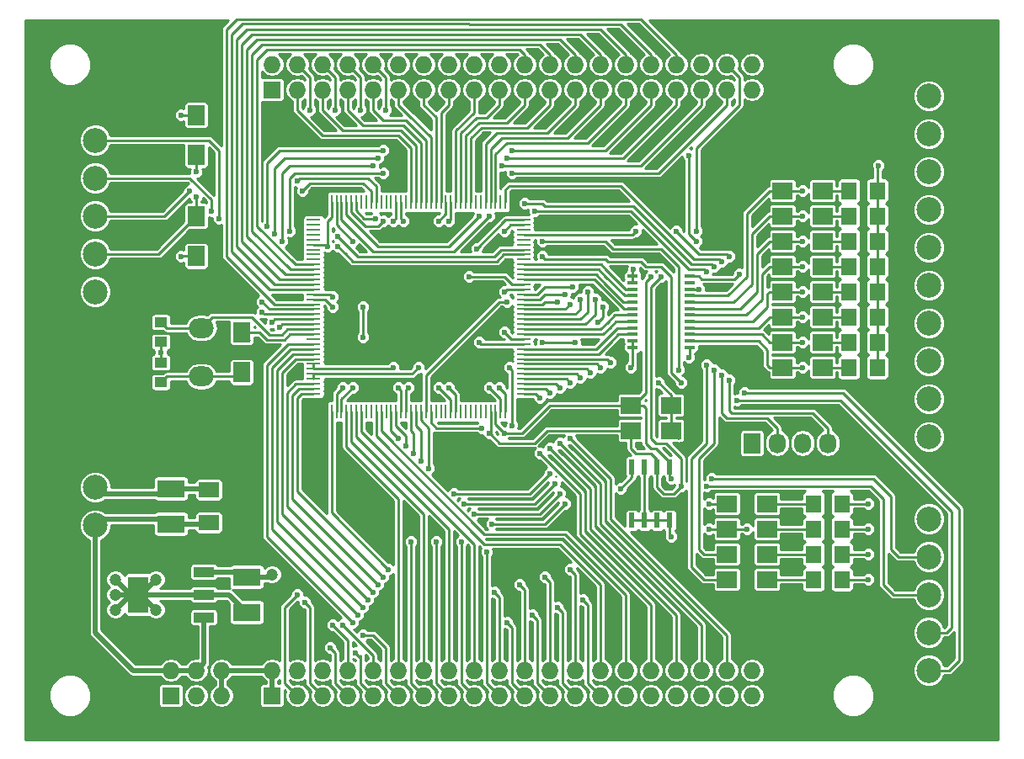
<source format=gbr>
G04 #@! TF.FileFunction,Copper,L1,Top,Signal*
%FSLAX46Y46*%
G04 Gerber Fmt 4.6, Leading zero omitted, Abs format (unit mm)*
G04 Created by KiCad (PCBNEW (after 2015-mar-04 BZR unknown)-product) date 23.07.2015 21:04:28*
%MOMM*%
G01*
G04 APERTURE LIST*
%ADD10C,0.100000*%
%ADD11R,2.794000X1.778000*%
%ADD12R,2.032000X1.524000*%
%ADD13R,1.597660X1.800860*%
%ADD14R,1.727200X1.727200*%
%ADD15O,1.727200X1.727200*%
%ADD16R,1.727200X2.032000*%
%ADD17O,1.727200X2.032000*%
%ADD18R,1.700000X2.000000*%
%ADD19R,2.000000X1.700000*%
%ADD20R,1.450000X0.250000*%
%ADD21R,0.250000X1.450000*%
%ADD22R,2.032000X3.657600*%
%ADD23R,2.032000X1.016000*%
%ADD24R,0.600000X1.550000*%
%ADD25R,1.250000X1.000000*%
%ADD26O,2.499360X1.998980*%
%ADD27C,2.500000*%
%ADD28R,1.100000X0.400000*%
%ADD29C,0.600000*%
%ADD30C,1.200000*%
%ADD31C,0.250000*%
%ADD32C,0.500000*%
%ADD33C,0.254000*%
G04 APERTURE END LIST*
D10*
D11*
X127000000Y-104648000D03*
X127000000Y-101092000D03*
D12*
X130810000Y-104521000D03*
X130810000Y-101219000D03*
D11*
X134620000Y-109982000D03*
X134620000Y-113538000D03*
D13*
X198015860Y-88900000D03*
X195176140Y-88900000D03*
X198015860Y-86360000D03*
X195176140Y-86360000D03*
X198015860Y-83820000D03*
X195176140Y-83820000D03*
X198015860Y-81280000D03*
X195176140Y-81280000D03*
X198015860Y-78740000D03*
X195176140Y-78740000D03*
X198015860Y-76200000D03*
X195176140Y-76200000D03*
X198015860Y-73660000D03*
X195176140Y-73660000D03*
X198015860Y-71120000D03*
X195176140Y-71120000D03*
X194459860Y-102616000D03*
X191620140Y-102616000D03*
X194459860Y-105156000D03*
X191620140Y-105156000D03*
X194459860Y-107696000D03*
X191620140Y-107696000D03*
X194459860Y-110236000D03*
X191620140Y-110236000D03*
D14*
X127000000Y-121920000D03*
D15*
X127000000Y-119380000D03*
X129540000Y-121920000D03*
X129540000Y-119380000D03*
X132080000Y-121920000D03*
X132080000Y-119380000D03*
D14*
X137160000Y-121920000D03*
D15*
X137160000Y-119380000D03*
X139700000Y-121920000D03*
X139700000Y-119380000D03*
X142240000Y-121920000D03*
X142240000Y-119380000D03*
X144780000Y-121920000D03*
X144780000Y-119380000D03*
X147320000Y-121920000D03*
X147320000Y-119380000D03*
X149860000Y-121920000D03*
X149860000Y-119380000D03*
X152400000Y-121920000D03*
X152400000Y-119380000D03*
X154940000Y-121920000D03*
X154940000Y-119380000D03*
X157480000Y-121920000D03*
X157480000Y-119380000D03*
X160020000Y-121920000D03*
X160020000Y-119380000D03*
X162560000Y-121920000D03*
X162560000Y-119380000D03*
X165100000Y-121920000D03*
X165100000Y-119380000D03*
X167640000Y-121920000D03*
X167640000Y-119380000D03*
X170180000Y-121920000D03*
X170180000Y-119380000D03*
X172720000Y-121920000D03*
X172720000Y-119380000D03*
X175260000Y-121920000D03*
X175260000Y-119380000D03*
X177800000Y-121920000D03*
X177800000Y-119380000D03*
X180340000Y-121920000D03*
X180340000Y-119380000D03*
X182880000Y-121920000D03*
X182880000Y-119380000D03*
X185420000Y-121920000D03*
X185420000Y-119380000D03*
D14*
X137160000Y-60960000D03*
D15*
X137160000Y-58420000D03*
X139700000Y-60960000D03*
X139700000Y-58420000D03*
X142240000Y-60960000D03*
X142240000Y-58420000D03*
X144780000Y-60960000D03*
X144780000Y-58420000D03*
X147320000Y-60960000D03*
X147320000Y-58420000D03*
X149860000Y-60960000D03*
X149860000Y-58420000D03*
X152400000Y-60960000D03*
X152400000Y-58420000D03*
X154940000Y-60960000D03*
X154940000Y-58420000D03*
X157480000Y-60960000D03*
X157480000Y-58420000D03*
X160020000Y-60960000D03*
X160020000Y-58420000D03*
X162560000Y-60960000D03*
X162560000Y-58420000D03*
X165100000Y-60960000D03*
X165100000Y-58420000D03*
X167640000Y-60960000D03*
X167640000Y-58420000D03*
X170180000Y-60960000D03*
X170180000Y-58420000D03*
X172720000Y-60960000D03*
X172720000Y-58420000D03*
X175260000Y-60960000D03*
X175260000Y-58420000D03*
X177800000Y-60960000D03*
X177800000Y-58420000D03*
X180340000Y-60960000D03*
X180340000Y-58420000D03*
X182880000Y-60960000D03*
X182880000Y-58420000D03*
X185420000Y-60960000D03*
X185420000Y-58420000D03*
D16*
X185420000Y-96520000D03*
D17*
X187960000Y-96520000D03*
X190500000Y-96520000D03*
X193040000Y-96520000D03*
D18*
X134112000Y-85376000D03*
X134112000Y-89376000D03*
X129540000Y-63532000D03*
X129540000Y-67532000D03*
X129540000Y-77692000D03*
X129540000Y-73692000D03*
D19*
X192500000Y-88900000D03*
X188500000Y-88900000D03*
X192500000Y-86360000D03*
X188500000Y-86360000D03*
X192500000Y-83820000D03*
X188500000Y-83820000D03*
X192500000Y-81280000D03*
X188500000Y-81280000D03*
X192500000Y-78740000D03*
X188500000Y-78740000D03*
X192500000Y-76200000D03*
X188500000Y-76200000D03*
X192500000Y-73660000D03*
X188500000Y-73660000D03*
X192500000Y-71120000D03*
X188500000Y-71120000D03*
X177260000Y-95250000D03*
X173260000Y-95250000D03*
X177260000Y-92710000D03*
X173260000Y-92710000D03*
X186912000Y-102616000D03*
X182912000Y-102616000D03*
X186912000Y-105156000D03*
X182912000Y-105156000D03*
X186912000Y-107696000D03*
X182912000Y-107696000D03*
X186912000Y-110236000D03*
X182912000Y-110236000D03*
D20*
X141342000Y-74054000D03*
X141342000Y-74554000D03*
X141342000Y-75054000D03*
X141342000Y-75554000D03*
X141342000Y-76054000D03*
X141342000Y-76554000D03*
X141342000Y-77054000D03*
X141342000Y-77554000D03*
X141342000Y-78054000D03*
X141342000Y-78554000D03*
X141342000Y-79054000D03*
X141342000Y-79554000D03*
X141342000Y-80054000D03*
X141342000Y-80554000D03*
X141342000Y-81054000D03*
X141342000Y-81554000D03*
X141342000Y-82054000D03*
X141342000Y-82554000D03*
X141342000Y-83054000D03*
X141342000Y-83554000D03*
X141342000Y-84054000D03*
X141342000Y-84554000D03*
X141342000Y-85054000D03*
X141342000Y-85554000D03*
X141342000Y-86054000D03*
X141342000Y-86554000D03*
X141342000Y-87054000D03*
X141342000Y-87554000D03*
X141342000Y-88054000D03*
X141342000Y-88554000D03*
X141342000Y-89054000D03*
X141342000Y-89554000D03*
X141342000Y-90054000D03*
X141342000Y-90554000D03*
X141342000Y-91054000D03*
X141342000Y-91554000D03*
D21*
X143142000Y-93354000D03*
X143642000Y-93354000D03*
X144142000Y-93354000D03*
X144642000Y-93354000D03*
X145142000Y-93354000D03*
X145642000Y-93354000D03*
X146142000Y-93354000D03*
X146642000Y-93354000D03*
X147142000Y-93354000D03*
X147642000Y-93354000D03*
X148142000Y-93354000D03*
X148642000Y-93354000D03*
X149142000Y-93354000D03*
X149642000Y-93354000D03*
X150142000Y-93354000D03*
X150642000Y-93354000D03*
X151142000Y-93354000D03*
X151642000Y-93354000D03*
X152142000Y-93354000D03*
X152642000Y-93354000D03*
X153142000Y-93354000D03*
X153642000Y-93354000D03*
X154142000Y-93354000D03*
X154642000Y-93354000D03*
X155142000Y-93354000D03*
X155642000Y-93354000D03*
X156142000Y-93354000D03*
X156642000Y-93354000D03*
X157142000Y-93354000D03*
X157642000Y-93354000D03*
X158142000Y-93354000D03*
X158642000Y-93354000D03*
X159142000Y-93354000D03*
X159642000Y-93354000D03*
X160142000Y-93354000D03*
X160642000Y-93354000D03*
D20*
X162442000Y-91554000D03*
X162442000Y-91054000D03*
X162442000Y-90554000D03*
X162442000Y-90054000D03*
X162442000Y-89554000D03*
X162442000Y-89054000D03*
X162442000Y-88554000D03*
X162442000Y-88054000D03*
X162442000Y-87554000D03*
X162442000Y-87054000D03*
X162442000Y-86554000D03*
X162442000Y-86054000D03*
X162442000Y-85554000D03*
X162442000Y-85054000D03*
X162442000Y-84554000D03*
X162442000Y-84054000D03*
X162442000Y-83554000D03*
X162442000Y-83054000D03*
X162442000Y-82554000D03*
X162442000Y-82054000D03*
X162442000Y-81554000D03*
X162442000Y-81054000D03*
X162442000Y-80554000D03*
X162442000Y-80054000D03*
X162442000Y-79554000D03*
X162442000Y-79054000D03*
X162442000Y-78554000D03*
X162442000Y-78054000D03*
X162442000Y-77554000D03*
X162442000Y-77054000D03*
X162442000Y-76554000D03*
X162442000Y-76054000D03*
X162442000Y-75554000D03*
X162442000Y-75054000D03*
X162442000Y-74554000D03*
X162442000Y-74054000D03*
D21*
X160642000Y-72254000D03*
X160142000Y-72254000D03*
X159642000Y-72254000D03*
X159142000Y-72254000D03*
X158642000Y-72254000D03*
X158142000Y-72254000D03*
X157642000Y-72254000D03*
X157142000Y-72254000D03*
X156642000Y-72254000D03*
X156142000Y-72254000D03*
X155642000Y-72254000D03*
X155142000Y-72254000D03*
X154642000Y-72254000D03*
X154142000Y-72254000D03*
X153642000Y-72254000D03*
X153142000Y-72254000D03*
X152642000Y-72254000D03*
X152142000Y-72254000D03*
X151642000Y-72254000D03*
X151142000Y-72254000D03*
X150642000Y-72254000D03*
X150142000Y-72254000D03*
X149642000Y-72254000D03*
X149142000Y-72254000D03*
X148642000Y-72254000D03*
X148142000Y-72254000D03*
X147642000Y-72254000D03*
X147142000Y-72254000D03*
X146642000Y-72254000D03*
X146142000Y-72254000D03*
X145642000Y-72254000D03*
X145142000Y-72254000D03*
X144642000Y-72254000D03*
X144142000Y-72254000D03*
X143642000Y-72254000D03*
X143142000Y-72254000D03*
D22*
X123698000Y-111760000D03*
D23*
X130302000Y-111760000D03*
X130302000Y-109474000D03*
X130302000Y-114046000D03*
D24*
X173355000Y-104300000D03*
X174625000Y-104300000D03*
X175895000Y-104300000D03*
X177165000Y-104300000D03*
X177165000Y-98900000D03*
X175895000Y-98900000D03*
X174625000Y-98900000D03*
X173355000Y-98900000D03*
D25*
X125984000Y-84344000D03*
X125984000Y-86344000D03*
X125984000Y-90408000D03*
X125984000Y-88408000D03*
D26*
X130048000Y-84935060D03*
X130048000Y-89816940D03*
D27*
X119380000Y-100965000D03*
X119380000Y-104775000D03*
X203200000Y-95885000D03*
X203200000Y-92075000D03*
X203200000Y-88265000D03*
X203200000Y-84455000D03*
X203200000Y-80645000D03*
X203200000Y-76835000D03*
X203200000Y-73025000D03*
X203200000Y-69215000D03*
X203200000Y-65405000D03*
X203200000Y-61595000D03*
X119380000Y-66040000D03*
X119380000Y-69850000D03*
X119380000Y-73660000D03*
X119380000Y-77470000D03*
X119380000Y-81280000D03*
X203200000Y-119380000D03*
X203200000Y-115570000D03*
X203200000Y-111760000D03*
X203200000Y-107950000D03*
X203200000Y-104140000D03*
D28*
X173426000Y-79737000D03*
X173426000Y-80387000D03*
X173426000Y-81037000D03*
X173426000Y-81687000D03*
X173426000Y-82337000D03*
X173426000Y-82987000D03*
X173426000Y-83637000D03*
X173426000Y-84287000D03*
X173426000Y-84937000D03*
X173426000Y-85587000D03*
X173426000Y-86237000D03*
X173426000Y-86887000D03*
X179126000Y-86887000D03*
X179126000Y-86237000D03*
X179126000Y-85587000D03*
X179126000Y-84937000D03*
X179126000Y-84287000D03*
X179126000Y-83637000D03*
X179126000Y-82987000D03*
X179126000Y-82337000D03*
X179126000Y-81687000D03*
X179126000Y-81037000D03*
X179126000Y-80387000D03*
X179126000Y-79737000D03*
D29*
X179070000Y-87884000D03*
X180086000Y-81026000D03*
X145288000Y-76200000D03*
X197104000Y-110236000D03*
X197104000Y-107696000D03*
X197104000Y-105156000D03*
X197104000Y-102616000D03*
X157988000Y-86360000D03*
X143256000Y-81788000D03*
X149352000Y-88900000D03*
X160528000Y-75184000D03*
X154940000Y-74168000D03*
X150368000Y-74168000D03*
X160528000Y-81280000D03*
X159004000Y-90932000D03*
X153924000Y-90932000D03*
X149860000Y-90932000D03*
X144272000Y-90932000D03*
X125984000Y-87376000D03*
D30*
X125476000Y-110236000D03*
X125476000Y-113284000D03*
X121412000Y-111760000D03*
X121412000Y-110236000D03*
X121412000Y-113284000D03*
D29*
X177292000Y-105918000D03*
X198120000Y-68580000D03*
X173228000Y-88900000D03*
X184150000Y-79502000D03*
X181102000Y-102616000D03*
X142748000Y-76708000D03*
X149352000Y-74168000D03*
X143256000Y-82804000D03*
X153924000Y-74168000D03*
X146304000Y-85852000D03*
X146304000Y-82804000D03*
X151892000Y-88900000D03*
X156972000Y-79756000D03*
X160528000Y-85344000D03*
X160020000Y-90932000D03*
X154940000Y-90932000D03*
X150876000Y-90932000D03*
X145288000Y-90932000D03*
X157734000Y-76962000D03*
D30*
X137160000Y-109728000D03*
D29*
X172212000Y-101092000D03*
X128016000Y-77724000D03*
X128016000Y-63500000D03*
X176022000Y-90424000D03*
X173482000Y-78994000D03*
X184912000Y-105156000D03*
X181102000Y-105156000D03*
X190500000Y-86360000D03*
X190500000Y-83820000D03*
X190500000Y-81280000D03*
X190500000Y-78740000D03*
X190500000Y-76200000D03*
X190500000Y-73660000D03*
X190500000Y-71120000D03*
X143764000Y-76708000D03*
X131826000Y-73914000D03*
X131064000Y-73152000D03*
X143764000Y-75692000D03*
X139700000Y-70104000D03*
X129540000Y-69215000D03*
X128905000Y-71120000D03*
X140208000Y-71120000D03*
X129540000Y-71755000D03*
X147574000Y-73914000D03*
X184658000Y-91440000D03*
X164338000Y-76200000D03*
X178054000Y-89154000D03*
X148336000Y-74168000D03*
X178308000Y-90424000D03*
X183896000Y-92202000D03*
X164338000Y-77724000D03*
X143256000Y-114808000D03*
X178308000Y-100838000D03*
X180848000Y-100838000D03*
X159004000Y-95504000D03*
X179070000Y-67564000D03*
X176276000Y-79756000D03*
X179832000Y-76200000D03*
X144272000Y-114808000D03*
X160528000Y-95504000D03*
X177292000Y-100076000D03*
X181356000Y-100076000D03*
X175260000Y-79756000D03*
X179832000Y-75184000D03*
X150622000Y-96774000D03*
X140462000Y-112522000D03*
X138938000Y-75184000D03*
X148336000Y-69342000D03*
X161290000Y-69342000D03*
X137922000Y-84836000D03*
X151384000Y-97536000D03*
X143002000Y-117094000D03*
X139700000Y-111760000D03*
X149860000Y-96012000D03*
X152146000Y-98298000D03*
X145542000Y-117602000D03*
X152908000Y-99060000D03*
X146304000Y-115824000D03*
X168148000Y-89916000D03*
X165100000Y-99568000D03*
X155448000Y-101600000D03*
X151130000Y-106426000D03*
X169164000Y-89408000D03*
X165608000Y-100584000D03*
X156464000Y-102616000D03*
X153670000Y-106426000D03*
X170180000Y-88900000D03*
X166116000Y-101600000D03*
X156210000Y-106426000D03*
X157480000Y-103632000D03*
X171196000Y-88392000D03*
X166624000Y-102616000D03*
X158750000Y-107442000D03*
X159258000Y-104648000D03*
X164084000Y-91948000D03*
X164084000Y-97536000D03*
X165100000Y-97028000D03*
X165100000Y-91440000D03*
X166116000Y-96520000D03*
X166116000Y-90932000D03*
X167132000Y-96012000D03*
X167132000Y-90424000D03*
X167132000Y-82550000D03*
X140970000Y-62992000D03*
X165862000Y-82296000D03*
X143510000Y-62992000D03*
X166624000Y-81534000D03*
X146050000Y-62992000D03*
X148590000Y-62992000D03*
X167386000Y-80772000D03*
X160782000Y-82296000D03*
X161290000Y-94742000D03*
X158242000Y-94996000D03*
X167640000Y-86360000D03*
X164338000Y-86360000D03*
X170434000Y-82804000D03*
X169926000Y-84328000D03*
X161036000Y-88900000D03*
X169672000Y-82042000D03*
X168910000Y-81280000D03*
X168148000Y-82042000D03*
X136144000Y-82296000D03*
X136652000Y-74676000D03*
X148336000Y-67056000D03*
X161290000Y-67056000D03*
X136144000Y-83312000D03*
X137414000Y-75438000D03*
X147828000Y-67818000D03*
X160782000Y-67818000D03*
X138176000Y-76200000D03*
X137160000Y-84328000D03*
X160274000Y-68580000D03*
X147320000Y-68580000D03*
X145288000Y-114554000D03*
X160782000Y-114554000D03*
X145796000Y-113792000D03*
X163322000Y-113792000D03*
X146304000Y-113030000D03*
X165862000Y-113030000D03*
X146812000Y-112268000D03*
X168402000Y-112268000D03*
X182372000Y-89662000D03*
X182372000Y-78232000D03*
X177800000Y-75184000D03*
X173736000Y-75184000D03*
X183134000Y-77724000D03*
X183134000Y-90170000D03*
X162560000Y-72390000D03*
X157988000Y-73660000D03*
X181610000Y-78740000D03*
X181610000Y-89154000D03*
X180848000Y-88646000D03*
X180848000Y-79248000D03*
X163576000Y-73152000D03*
X159004000Y-73660000D03*
X147320000Y-111506000D03*
X159512000Y-111506000D03*
X147828000Y-110744000D03*
X162052000Y-110744000D03*
X148336000Y-109982000D03*
X164592000Y-109982000D03*
X148844000Y-109220000D03*
X167132000Y-109220000D03*
X190500000Y-88900000D03*
D31*
X126575060Y-84935060D02*
X125984000Y-84344000D01*
X130048000Y-84935060D02*
X126575060Y-84935060D01*
X135128000Y-83820000D02*
X131163060Y-83820000D01*
X131163060Y-83820000D02*
X130048000Y-84935060D01*
X135636000Y-84328000D02*
X135128000Y-83820000D01*
X138176000Y-85598000D02*
X137922000Y-85598000D01*
X138720000Y-85054000D02*
X138176000Y-85598000D01*
X137922000Y-85598000D02*
X136906000Y-85598000D01*
X140208000Y-85054000D02*
X139736000Y-85054000D01*
X141342000Y-85054000D02*
X140208000Y-85054000D01*
X139736000Y-85054000D02*
X138720000Y-85054000D01*
X135636000Y-84328000D02*
X136906000Y-85598000D01*
X179126000Y-86887000D02*
X179126000Y-87828000D01*
X179126000Y-87828000D02*
X179070000Y-87884000D01*
X173426000Y-86887000D02*
X173426000Y-86237000D01*
X179126000Y-81037000D02*
X180075000Y-81037000D01*
X180075000Y-81037000D02*
X180086000Y-81026000D01*
X143642000Y-72254000D02*
X143642000Y-74554000D01*
X143642000Y-74554000D02*
X145288000Y-76200000D01*
X155142000Y-73966000D02*
X154940000Y-74168000D01*
X150142000Y-73942000D02*
X150368000Y-74168000D01*
X194459860Y-110236000D02*
X197104000Y-110236000D01*
X194459860Y-107696000D02*
X197104000Y-107696000D01*
X194459860Y-105156000D02*
X197104000Y-105156000D01*
X194459860Y-102616000D02*
X197104000Y-102616000D01*
X198015860Y-86360000D02*
X198015860Y-88900000D01*
X198015860Y-83820000D02*
X198015860Y-86360000D01*
X198015860Y-81280000D02*
X198015860Y-83820000D01*
X198015860Y-78740000D02*
X198015860Y-81280000D01*
X198015860Y-76200000D02*
X198015860Y-78740000D01*
X198015860Y-73660000D02*
X198015860Y-76200000D01*
X198015860Y-71120000D02*
X198015860Y-73660000D01*
X162442000Y-86554000D02*
X158182000Y-86554000D01*
X158182000Y-86554000D02*
X157988000Y-86360000D01*
X141342000Y-81554000D02*
X143022000Y-81554000D01*
X143022000Y-81554000D02*
X143256000Y-81788000D01*
X141342000Y-89054000D02*
X149198000Y-89054000D01*
X149198000Y-89054000D02*
X149352000Y-88900000D01*
X162442000Y-74554000D02*
X161158000Y-74554000D01*
X161158000Y-74554000D02*
X160528000Y-75184000D01*
X155142000Y-72254000D02*
X155142000Y-73966000D01*
X150142000Y-72254000D02*
X150142000Y-73942000D01*
X162442000Y-81054000D02*
X160754000Y-81054000D01*
X160754000Y-81054000D02*
X160528000Y-81280000D01*
X160142000Y-93354000D02*
X160142000Y-92070000D01*
X160142000Y-92070000D02*
X159004000Y-90932000D01*
X155142000Y-93354000D02*
X155142000Y-92150000D01*
X155142000Y-92150000D02*
X153924000Y-90932000D01*
X150142000Y-93354000D02*
X150142000Y-91214000D01*
X150142000Y-91214000D02*
X149860000Y-90932000D01*
X143642000Y-93354000D02*
X143642000Y-91562000D01*
X143642000Y-91562000D02*
X144272000Y-90932000D01*
X141342000Y-88554000D02*
X141342000Y-89054000D01*
X125984000Y-87376000D02*
X125984000Y-86344000D01*
X125984000Y-88408000D02*
X125984000Y-87376000D01*
D32*
X126492000Y-101600000D02*
X127000000Y-101092000D01*
X119380000Y-101600000D02*
X126492000Y-101600000D01*
X130683000Y-101092000D02*
X130810000Y-101219000D01*
X127000000Y-101092000D02*
X130683000Y-101092000D01*
X130302000Y-111760000D02*
X123698000Y-111760000D01*
X132842000Y-111760000D02*
X134620000Y-113538000D01*
X130302000Y-111760000D02*
X132842000Y-111760000D01*
X137160000Y-121920000D02*
X137160000Y-119380000D01*
X123952000Y-111760000D02*
X125476000Y-110236000D01*
X123952000Y-111760000D02*
X125476000Y-113284000D01*
X123698000Y-111760000D02*
X123952000Y-111760000D01*
X123698000Y-111760000D02*
X121412000Y-111760000D01*
X122936000Y-111760000D02*
X121412000Y-110236000D01*
X122936000Y-111760000D02*
X121412000Y-113284000D01*
X123698000Y-111760000D02*
X122936000Y-111760000D01*
D31*
X177165000Y-105791000D02*
X177292000Y-105918000D01*
X177165000Y-104300000D02*
X177165000Y-105791000D01*
X198015860Y-69319140D02*
X198015860Y-68684140D01*
X198015860Y-68684140D02*
X198120000Y-68580000D01*
X198015860Y-71120000D02*
X198015860Y-69319140D01*
D32*
X137160000Y-119380000D02*
X132080000Y-119380000D01*
X132080000Y-121920000D02*
X132080000Y-119380000D01*
D31*
X173426000Y-88702000D02*
X173228000Y-88900000D01*
X173426000Y-86887000D02*
X173426000Y-88702000D01*
X173355000Y-104300000D02*
X174625000Y-104300000D01*
X174625000Y-104300000D02*
X175895000Y-104300000D01*
X175895000Y-104300000D02*
X177165000Y-104300000D01*
X174625000Y-98900000D02*
X174625000Y-104300000D01*
X126575060Y-89816940D02*
X125984000Y-90408000D01*
X130048000Y-89816940D02*
X126575060Y-89816940D01*
X133671060Y-89816940D02*
X134112000Y-89376000D01*
X130048000Y-89816940D02*
X133671060Y-89816940D01*
D32*
X126492000Y-104140000D02*
X127000000Y-104648000D01*
X119380000Y-104140000D02*
X126492000Y-104140000D01*
X130683000Y-104648000D02*
X130810000Y-104521000D01*
X127000000Y-104648000D02*
X130683000Y-104648000D01*
X130302000Y-114046000D02*
X130302000Y-115570000D01*
X127000000Y-119380000D02*
X129540000Y-119380000D01*
X130302000Y-118618000D02*
X129540000Y-119380000D01*
X130302000Y-115570000D02*
X130302000Y-118618000D01*
X123190000Y-119380000D02*
X119380000Y-115570000D01*
X119380000Y-115570000D02*
X119380000Y-104775000D01*
X127000000Y-119380000D02*
X123190000Y-119380000D01*
D31*
X180067000Y-79737000D02*
X180340000Y-80010000D01*
X180340000Y-80010000D02*
X183642000Y-80010000D01*
X183642000Y-80010000D02*
X184150000Y-79502000D01*
X179126000Y-79737000D02*
X180067000Y-79737000D01*
X182912000Y-102616000D02*
X181102000Y-102616000D01*
X143142000Y-72254000D02*
X143142000Y-73774000D01*
X142748000Y-74168000D02*
X142748000Y-76708000D01*
X143142000Y-73774000D02*
X142748000Y-74168000D01*
X149642000Y-73878000D02*
X149352000Y-74168000D01*
X142506000Y-82054000D02*
X143256000Y-82804000D01*
X154642000Y-73450000D02*
X153924000Y-74168000D01*
X146304000Y-82804000D02*
X146304000Y-85852000D01*
X151238000Y-89554000D02*
X151892000Y-88900000D01*
X141342000Y-89554000D02*
X151238000Y-89554000D01*
X162442000Y-80554000D02*
X161326000Y-80554000D01*
X161326000Y-80554000D02*
X160528000Y-79756000D01*
X160528000Y-79756000D02*
X156972000Y-79756000D01*
X141342000Y-76554000D02*
X142594000Y-76554000D01*
X142594000Y-76554000D02*
X142748000Y-76708000D01*
X154642000Y-72254000D02*
X154642000Y-73450000D01*
X149642000Y-72254000D02*
X149642000Y-73878000D01*
X162442000Y-86054000D02*
X161238000Y-86054000D01*
X161238000Y-86054000D02*
X160528000Y-85344000D01*
X160642000Y-93354000D02*
X160642000Y-91554000D01*
X160642000Y-91554000D02*
X160020000Y-90932000D01*
X155642000Y-93354000D02*
X155642000Y-91634000D01*
X155642000Y-91634000D02*
X154940000Y-90932000D01*
X150642000Y-93354000D02*
X150642000Y-91166000D01*
X150642000Y-91166000D02*
X150876000Y-90932000D01*
X144142000Y-93354000D02*
X144142000Y-92078000D01*
X144142000Y-92078000D02*
X145288000Y-90932000D01*
X141342000Y-90054000D02*
X141342000Y-89554000D01*
X141342000Y-82054000D02*
X142506000Y-82054000D01*
X178054000Y-96044000D02*
X177260000Y-95250000D01*
X177260000Y-95250000D02*
X177260000Y-92710000D01*
X177260000Y-95250000D02*
X177546000Y-95250000D01*
X160642000Y-74054000D02*
X157734000Y-76962000D01*
X162442000Y-74054000D02*
X160642000Y-74054000D01*
D32*
X134112000Y-109474000D02*
X134620000Y-109982000D01*
X130302000Y-109474000D02*
X134112000Y-109474000D01*
X136906000Y-109982000D02*
X137160000Y-109728000D01*
X134620000Y-109982000D02*
X136906000Y-109982000D01*
D31*
X173355000Y-98900000D02*
X173355000Y-99949000D01*
X173355000Y-99949000D02*
X172212000Y-101092000D01*
X128016000Y-77724000D02*
X128048000Y-77692000D01*
X128048000Y-77692000D02*
X129540000Y-77692000D01*
X128016000Y-63500000D02*
X128048000Y-63532000D01*
X128048000Y-63532000D02*
X129540000Y-63532000D01*
X177260000Y-91662000D02*
X177260000Y-92710000D01*
X177260000Y-91662000D02*
X176022000Y-90424000D01*
X173426000Y-80387000D02*
X173426000Y-79737000D01*
X173482000Y-78994000D02*
X173426000Y-79050000D01*
X173426000Y-79050000D02*
X173426000Y-79737000D01*
X182912000Y-105156000D02*
X184912000Y-105156000D01*
X182912000Y-105156000D02*
X181102000Y-105156000D01*
X192500000Y-88900000D02*
X195176140Y-88900000D01*
X192500000Y-86360000D02*
X195176140Y-86360000D01*
X192500000Y-83820000D02*
X195176140Y-83820000D01*
X192500000Y-81280000D02*
X195176140Y-81280000D01*
X192500000Y-78740000D02*
X195176140Y-78740000D01*
X192500000Y-76200000D02*
X195176140Y-76200000D01*
X192500000Y-73660000D02*
X195176140Y-73660000D01*
X192500000Y-71120000D02*
X195176140Y-71120000D01*
X186912000Y-102616000D02*
X191620140Y-102616000D01*
X186912000Y-105156000D02*
X191620140Y-105156000D01*
X186912000Y-107696000D02*
X191620140Y-107696000D01*
X186912000Y-110236000D02*
X191620140Y-110236000D01*
X188500000Y-86360000D02*
X190500000Y-86360000D01*
X186425000Y-85587000D02*
X187198000Y-86360000D01*
X187198000Y-86360000D02*
X188500000Y-86360000D01*
X179126000Y-85587000D02*
X186425000Y-85587000D01*
X190500000Y-83820000D02*
X188500000Y-83820000D01*
X187198000Y-83820000D02*
X186081000Y-84937000D01*
X188500000Y-83820000D02*
X187198000Y-83820000D01*
X186081000Y-84937000D02*
X187198000Y-83820000D01*
X179126000Y-84937000D02*
X186081000Y-84937000D01*
X188500000Y-81280000D02*
X187706000Y-81280000D01*
X188500000Y-81280000D02*
X187960000Y-81280000D01*
X188500000Y-81280000D02*
X190500000Y-81280000D01*
X185493000Y-84287000D02*
X186960000Y-82820000D01*
X179126000Y-84287000D02*
X185493000Y-84287000D01*
X186960000Y-81518000D02*
X187198000Y-81280000D01*
X187198000Y-81280000D02*
X188500000Y-81280000D01*
X186960000Y-82820000D02*
X186960000Y-81518000D01*
X188500000Y-78740000D02*
X190500000Y-78740000D01*
X184841000Y-83637000D02*
X186436000Y-82042000D01*
X186436000Y-82042000D02*
X186436000Y-79502000D01*
X186436000Y-79502000D02*
X187198000Y-78740000D01*
X187198000Y-78740000D02*
X188500000Y-78740000D01*
X179126000Y-83637000D02*
X184841000Y-83637000D01*
X188500000Y-76200000D02*
X190500000Y-76200000D01*
X184221000Y-82987000D02*
X185928000Y-81280000D01*
X187198000Y-76200000D02*
X188500000Y-76200000D01*
X185928000Y-77470000D02*
X185928000Y-81280000D01*
X187198000Y-76200000D02*
X185928000Y-77470000D01*
X179126000Y-82987000D02*
X184221000Y-82987000D01*
X188500000Y-73660000D02*
X190500000Y-73660000D01*
X187198000Y-73660000D02*
X188500000Y-73660000D01*
X187198000Y-73660000D02*
X188500000Y-73660000D01*
X183601000Y-82337000D02*
X185420000Y-80518000D01*
X179126000Y-82337000D02*
X183601000Y-82337000D01*
X185420000Y-80518000D02*
X185420000Y-75692000D01*
X185420000Y-75438000D02*
X185420000Y-75692000D01*
X187198000Y-73660000D02*
X185420000Y-75438000D01*
X190500000Y-71120000D02*
X188500000Y-71120000D01*
X182981000Y-81687000D02*
X184912000Y-79756000D01*
X187198000Y-71120000D02*
X188500000Y-71120000D01*
X184912000Y-73406000D02*
X184912000Y-79756000D01*
X187198000Y-71120000D02*
X184912000Y-73406000D01*
X179126000Y-81687000D02*
X182981000Y-81687000D01*
X144610000Y-77554000D02*
X143764000Y-76708000D01*
X131826000Y-73914000D02*
X131826000Y-67945000D01*
X160444000Y-77554000D02*
X159766000Y-78232000D01*
X159766000Y-78232000D02*
X145288000Y-78232000D01*
X145288000Y-78232000D02*
X144610000Y-77554000D01*
X162442000Y-77554000D02*
X160444000Y-77554000D01*
X131826000Y-67056000D02*
X130810000Y-66040000D01*
X130810000Y-66040000D02*
X119380000Y-66040000D01*
X131826000Y-67945000D02*
X131826000Y-67056000D01*
X145796000Y-77724000D02*
X143764000Y-75692000D01*
X159512000Y-77724000D02*
X145796000Y-77724000D01*
X160182000Y-77054000D02*
X159512000Y-77724000D01*
X131064000Y-73152000D02*
X131064000Y-72390000D01*
X162442000Y-77054000D02*
X160182000Y-77054000D01*
X131064000Y-72009000D02*
X128905000Y-69850000D01*
X128905000Y-69850000D02*
X119380000Y-69850000D01*
X131064000Y-72390000D02*
X131064000Y-72009000D01*
X147642000Y-72254000D02*
X147642000Y-70680000D01*
X146812000Y-69850000D02*
X144780000Y-69850000D01*
X147642000Y-70680000D02*
X146812000Y-69850000D01*
X144780000Y-69850000D02*
X140462000Y-69850000D01*
X139954000Y-69850000D02*
X139700000Y-70104000D01*
X140462000Y-69850000D02*
X139954000Y-69850000D01*
X129540000Y-69215000D02*
X129540000Y-67532000D01*
X128905000Y-71120000D02*
X126365000Y-73660000D01*
X126365000Y-73660000D02*
X119380000Y-73660000D01*
X129540000Y-73692000D02*
X129540000Y-71755000D01*
X141478000Y-70358000D02*
X140970000Y-70358000D01*
X140970000Y-70358000D02*
X140208000Y-71120000D01*
X144780000Y-70358000D02*
X141478000Y-70358000D01*
X147142000Y-71196000D02*
X146304000Y-70358000D01*
X146304000Y-70358000D02*
X144780000Y-70358000D01*
X147142000Y-72254000D02*
X147142000Y-71196000D01*
X125762000Y-77470000D02*
X129540000Y-73692000D01*
X119380000Y-77470000D02*
X125762000Y-77470000D01*
X145642000Y-72254000D02*
X145642000Y-73123602D01*
X146432398Y-73914000D02*
X147574000Y-73914000D01*
X145642000Y-73123602D02*
X146432398Y-73914000D01*
X184658000Y-91440000D02*
X193040000Y-91440000D01*
X176276000Y-76962000D02*
X178054000Y-78740000D01*
X171704000Y-76962000D02*
X174244000Y-76962000D01*
X164338000Y-76200000D02*
X170688000Y-76200000D01*
X171450000Y-76962000D02*
X171704000Y-76962000D01*
X170688000Y-76200000D02*
X171450000Y-76962000D01*
X174244000Y-76962000D02*
X175768000Y-76962000D01*
X175768000Y-76962000D02*
X176276000Y-76962000D01*
X194564000Y-91440000D02*
X206248000Y-103124000D01*
X206248000Y-103124000D02*
X206248000Y-118364000D01*
X206248000Y-118364000D02*
X205232000Y-119380000D01*
X205232000Y-119380000D02*
X203200000Y-119380000D01*
X193040000Y-91440000D02*
X194564000Y-91440000D01*
X178054000Y-89154000D02*
X178054000Y-78740000D01*
X147828000Y-74676000D02*
X148336000Y-74168000D01*
X145142000Y-72254000D02*
X145142000Y-73260000D01*
X145142000Y-73260000D02*
X146558000Y-74676000D01*
X146558000Y-74676000D02*
X147828000Y-74676000D01*
X171450000Y-78232000D02*
X174244000Y-78232000D01*
X177292000Y-79756000D02*
X177292000Y-89408000D01*
X177292000Y-89408000D02*
X178308000Y-90424000D01*
X183896000Y-92202000D02*
X192278000Y-92202000D01*
X174752000Y-78740000D02*
X176276000Y-78740000D01*
X176276000Y-78740000D02*
X177292000Y-79756000D01*
X174244000Y-78232000D02*
X174752000Y-78740000D01*
X192278000Y-92202000D02*
X193040000Y-92202000D01*
X170688000Y-77978000D02*
X170942000Y-78232000D01*
X170942000Y-78232000D02*
X171450000Y-78232000D01*
X164338000Y-77724000D02*
X164592000Y-77978000D01*
X164592000Y-77978000D02*
X170688000Y-77978000D01*
X194310000Y-92202000D02*
X205486000Y-103378000D01*
X205486000Y-103378000D02*
X205486000Y-115062000D01*
X205486000Y-115062000D02*
X204978000Y-115570000D01*
X204978000Y-115570000D02*
X203200000Y-115570000D01*
X193040000Y-92202000D02*
X194310000Y-92202000D01*
X180848000Y-100838000D02*
X197358000Y-100838000D01*
X197358000Y-100838000D02*
X197612000Y-101092000D01*
X197612000Y-101092000D02*
X198628000Y-102108000D01*
X198628000Y-102108000D02*
X198628000Y-108204000D01*
X144780000Y-116332000D02*
X143256000Y-114808000D01*
X144780000Y-119380000D02*
X144780000Y-116332000D01*
X165100000Y-95250000D02*
X173260000Y-95250000D01*
X164846000Y-95250000D02*
X165100000Y-95250000D01*
X173260000Y-95250000D02*
X173736000Y-95250000D01*
X159142000Y-95642000D02*
X160020000Y-96520000D01*
X160020000Y-96520000D02*
X163576000Y-96520000D01*
X163576000Y-96520000D02*
X164846000Y-95250000D01*
X159142000Y-93354000D02*
X159142000Y-95642000D01*
X159142000Y-95366000D02*
X159004000Y-95504000D01*
X159142000Y-95366000D02*
X159142000Y-93354000D01*
X175260000Y-97536000D02*
X175768000Y-98044000D01*
X175260000Y-97536000D02*
X173736000Y-97536000D01*
X179070000Y-67564000D02*
X179070000Y-75438000D01*
X179832000Y-76200000D02*
X179070000Y-75438000D01*
X176276000Y-79756000D02*
X176276000Y-79756000D01*
X175895000Y-100965000D02*
X176530000Y-101600000D01*
X176530000Y-101600000D02*
X177546000Y-101600000D01*
X177546000Y-101600000D02*
X178308000Y-100838000D01*
X175768000Y-96520000D02*
X175260000Y-96012000D01*
X175260000Y-96012000D02*
X175260000Y-93980000D01*
X178308000Y-98044000D02*
X176784000Y-96520000D01*
X178308000Y-99568000D02*
X178308000Y-98044000D01*
X176784000Y-96520000D02*
X175768000Y-96520000D01*
X175260000Y-93980000D02*
X175260000Y-91948000D01*
X178308000Y-99822000D02*
X178308000Y-99568000D01*
X178308000Y-100838000D02*
X178308000Y-99822000D01*
X175895000Y-98900000D02*
X175895000Y-100965000D01*
X176276000Y-79756000D02*
X175514000Y-80518000D01*
X175260000Y-80772000D02*
X175514000Y-80518000D01*
X175260000Y-91948000D02*
X175260000Y-80772000D01*
X173260000Y-97060000D02*
X173736000Y-97536000D01*
X173260000Y-95250000D02*
X173260000Y-97060000D01*
X175895000Y-98171000D02*
X175260000Y-97536000D01*
X175895000Y-98900000D02*
X175895000Y-98171000D01*
X198628000Y-110744000D02*
X199644000Y-111760000D01*
X199644000Y-111760000D02*
X203200000Y-111760000D01*
X198628000Y-108204000D02*
X198628000Y-110744000D01*
X147320000Y-119380000D02*
X147320000Y-117856000D01*
X147320000Y-117856000D02*
X144272000Y-114808000D01*
X147320000Y-117856000D02*
X144272000Y-114808000D01*
X160528000Y-95504000D02*
X162306000Y-95504000D01*
X162306000Y-95504000D02*
X163068000Y-94742000D01*
X163068000Y-94742000D02*
X165100000Y-92710000D01*
X159642000Y-94618000D02*
X160528000Y-95504000D01*
X181356000Y-100076000D02*
X197612000Y-100076000D01*
X177165000Y-99949000D02*
X177292000Y-100076000D01*
X177165000Y-98900000D02*
X177165000Y-99949000D01*
X199390000Y-101854000D02*
X199390000Y-105918000D01*
X197612000Y-100076000D02*
X199390000Y-101854000D01*
X165100000Y-92710000D02*
X173260000Y-92710000D01*
X174752000Y-92964000D02*
X174498000Y-92710000D01*
X174498000Y-92710000D02*
X173260000Y-92710000D01*
X159642000Y-93354000D02*
X159642000Y-94618000D01*
X177165000Y-98425000D02*
X177165000Y-98900000D01*
X176784000Y-98044000D02*
X177165000Y-98425000D01*
X174752000Y-92964000D02*
X174752000Y-95504000D01*
X174752000Y-96012000D02*
X174752000Y-95504000D01*
X176784000Y-98044000D02*
X175768000Y-97028000D01*
X175260000Y-97028000D02*
X174752000Y-96520000D01*
X174752000Y-96520000D02*
X174752000Y-96012000D01*
X175768000Y-97028000D02*
X175260000Y-97028000D01*
X173260000Y-92710000D02*
X173482000Y-92710000D01*
X173482000Y-92710000D02*
X174752000Y-91440000D01*
X175260000Y-79756000D02*
X175260000Y-79756000D01*
X179832000Y-66802000D02*
X179832000Y-68580000D01*
X184150000Y-62484000D02*
X179832000Y-66802000D01*
X184150000Y-59690000D02*
X184150000Y-62484000D01*
X179832000Y-75184000D02*
X179832000Y-68580000D01*
X182880000Y-58420000D02*
X184150000Y-59690000D01*
X175260000Y-79756000D02*
X175260000Y-79756000D01*
X174752000Y-80264000D02*
X174752000Y-91440000D01*
X175260000Y-79756000D02*
X174752000Y-80264000D01*
X199390000Y-107188000D02*
X200152000Y-107950000D01*
X200152000Y-107950000D02*
X203200000Y-107950000D01*
X199390000Y-105918000D02*
X199390000Y-107188000D01*
X150622000Y-95758000D02*
X150622000Y-96774000D01*
X140970000Y-120650000D02*
X140970000Y-113030000D01*
X142240000Y-121920000D02*
X140970000Y-120650000D01*
X140970000Y-113030000D02*
X140462000Y-112522000D01*
X149642000Y-94778000D02*
X149642000Y-93354000D01*
X149642000Y-94778000D02*
X150622000Y-95758000D01*
X138938000Y-72644000D02*
X138938000Y-75184000D01*
X138938000Y-69850000D02*
X138938000Y-72644000D01*
X139446000Y-69342000D02*
X138938000Y-69850000D01*
X163068000Y-69342000D02*
X161290000Y-69342000D01*
X176022000Y-69342000D02*
X163068000Y-69342000D01*
X182880000Y-62484000D02*
X182880000Y-60960000D01*
X182880000Y-62484000D02*
X176022000Y-69342000D01*
X148336000Y-69342000D02*
X139446000Y-69342000D01*
X141342000Y-84554000D02*
X139220000Y-84554000D01*
X138204000Y-84554000D02*
X137922000Y-84836000D01*
X139220000Y-84554000D02*
X138204000Y-84554000D01*
X151384000Y-95504000D02*
X151384000Y-97536000D01*
X143002000Y-117094000D02*
X143510000Y-117602000D01*
X143510000Y-117602000D02*
X143510000Y-120650000D01*
X143510000Y-120650000D02*
X144780000Y-121920000D01*
X151142000Y-93354000D02*
X151142000Y-95262000D01*
X151142000Y-95262000D02*
X151384000Y-95504000D01*
X139700000Y-111760000D02*
X138430000Y-113030000D01*
X138430000Y-113030000D02*
X138430000Y-120650000D01*
X138430000Y-120650000D02*
X139700000Y-121920000D01*
X149142000Y-95294000D02*
X149860000Y-96012000D01*
X149142000Y-93354000D02*
X149142000Y-95294000D01*
X152146000Y-95250000D02*
X152146000Y-98298000D01*
X151642000Y-94746000D02*
X151642000Y-93354000D01*
X151642000Y-94746000D02*
X152146000Y-95250000D01*
X146050000Y-120650000D02*
X146050000Y-117856000D01*
X146050000Y-117856000D02*
X146050000Y-118110000D01*
X146050000Y-118110000D02*
X145542000Y-117602000D01*
X147320000Y-121920000D02*
X146050000Y-120650000D01*
X152908000Y-94996000D02*
X152908000Y-99060000D01*
X148590000Y-117094000D02*
X148590000Y-120650000D01*
X148590000Y-120650000D02*
X149860000Y-121920000D01*
X152142000Y-94230000D02*
X152908000Y-94996000D01*
X152142000Y-93354000D02*
X152142000Y-94230000D01*
X146304000Y-115824000D02*
X147320000Y-115824000D01*
X147320000Y-115824000D02*
X148590000Y-117094000D01*
X155642000Y-65084000D02*
X157480000Y-63246000D01*
X157480000Y-63246000D02*
X157480000Y-60960000D01*
X155642000Y-72254000D02*
X155642000Y-65084000D01*
X149860000Y-119380000D02*
X149860000Y-106680000D01*
X144642000Y-96890000D02*
X149860000Y-102108000D01*
X149860000Y-102108000D02*
X149860000Y-106680000D01*
X144642000Y-93354000D02*
X144642000Y-96890000D01*
X154142000Y-63282000D02*
X154940000Y-62484000D01*
X154940000Y-62484000D02*
X154940000Y-60960000D01*
X154142000Y-72254000D02*
X154142000Y-63282000D01*
X152400000Y-119380000D02*
X152400000Y-106680000D01*
X152400000Y-103632000D02*
X152400000Y-106680000D01*
X145142000Y-93354000D02*
X145142000Y-96374000D01*
X145142000Y-96374000D02*
X152146000Y-103378000D01*
X152146000Y-103378000D02*
X152400000Y-103632000D01*
X152642000Y-61202000D02*
X152400000Y-60960000D01*
X153642000Y-63726000D02*
X152400000Y-62484000D01*
X152400000Y-62484000D02*
X152400000Y-60960000D01*
X153642000Y-72254000D02*
X153642000Y-63726000D01*
X154940000Y-119380000D02*
X154940000Y-106680000D01*
X145642000Y-95858000D02*
X145642000Y-93354000D01*
X145642000Y-95858000D02*
X154940000Y-105156000D01*
X154940000Y-106680000D02*
X154940000Y-105156000D01*
X165100000Y-99568000D02*
X163068000Y-101600000D01*
X157480000Y-101600000D02*
X155448000Y-101600000D01*
X152400000Y-121920000D02*
X151130000Y-120650000D01*
X163068000Y-101600000D02*
X157480000Y-101600000D01*
X151130000Y-120650000D02*
X151130000Y-106426000D01*
X167786000Y-89554000D02*
X162442000Y-89554000D01*
X167786000Y-89554000D02*
X168148000Y-89916000D01*
X157480000Y-119380000D02*
X157480000Y-106680000D01*
X146142000Y-95342000D02*
X157480000Y-106680000D01*
X146142000Y-95342000D02*
X146142000Y-93354000D01*
X165608000Y-100584000D02*
X163576000Y-102616000D01*
X153670000Y-106426000D02*
X153670000Y-120650000D01*
X156972000Y-102616000D02*
X156464000Y-102616000D01*
X163576000Y-102616000D02*
X156972000Y-102616000D01*
X153670000Y-120650000D02*
X154940000Y-121920000D01*
X162442000Y-89054000D02*
X168810000Y-89054000D01*
X168810000Y-89054000D02*
X169164000Y-89408000D01*
X159642000Y-67434000D02*
X160782000Y-66294000D01*
X160782000Y-66294000D02*
X168910000Y-66294000D01*
X168910000Y-66294000D02*
X172720000Y-62484000D01*
X172720000Y-62484000D02*
X172720000Y-60960000D01*
X159642000Y-72254000D02*
X159642000Y-67434000D01*
X166116000Y-101600000D02*
X164084000Y-103632000D01*
X157988000Y-103632000D02*
X157480000Y-103632000D01*
X156210000Y-120650000D02*
X157480000Y-121920000D01*
X156210000Y-120650000D02*
X156210000Y-106426000D01*
X164084000Y-103632000D02*
X157988000Y-103632000D01*
X162442000Y-88554000D02*
X169834000Y-88554000D01*
X169834000Y-88554000D02*
X170180000Y-88900000D01*
X159142000Y-66918000D02*
X160274000Y-65786000D01*
X160274000Y-65786000D02*
X166878000Y-65786000D01*
X166878000Y-65786000D02*
X170180000Y-62484000D01*
X170180000Y-62484000D02*
X170180000Y-60960000D01*
X159142000Y-72254000D02*
X159142000Y-66918000D01*
X166624000Y-102616000D02*
X164592000Y-104648000D01*
X164592000Y-104648000D02*
X160782000Y-104648000D01*
X162442000Y-88054000D02*
X170858000Y-88054000D01*
X170858000Y-88054000D02*
X171196000Y-88392000D01*
X158750000Y-120650000D02*
X160020000Y-121920000D01*
X158750000Y-114554000D02*
X158750000Y-120650000D01*
X158750000Y-112776000D02*
X158750000Y-114554000D01*
X158750000Y-107442000D02*
X158750000Y-112776000D01*
X160782000Y-104648000D02*
X159258000Y-104648000D01*
X158642000Y-66402000D02*
X159766000Y-65278000D01*
X159766000Y-65278000D02*
X164846000Y-65278000D01*
X164846000Y-65278000D02*
X167640000Y-62484000D01*
X167640000Y-62484000D02*
X167640000Y-60960000D01*
X158642000Y-72254000D02*
X158642000Y-66402000D01*
X135636000Y-74676000D02*
X135636000Y-72136000D01*
X141342000Y-78554000D02*
X139514000Y-78554000D01*
X139514000Y-78554000D02*
X135636000Y-74676000D01*
X136652000Y-56896000D02*
X162052000Y-56896000D01*
X162052000Y-56896000D02*
X162560000Y-57404000D01*
X162560000Y-57404000D02*
X162560000Y-58420000D01*
X135636000Y-72136000D02*
X135636000Y-57912000D01*
X136652000Y-56896000D02*
X135636000Y-57912000D01*
X157142000Y-65870000D02*
X158242000Y-64770000D01*
X158242000Y-64770000D02*
X162814000Y-64770000D01*
X162814000Y-64770000D02*
X165100000Y-62484000D01*
X165100000Y-62484000D02*
X165100000Y-60960000D01*
X157142000Y-72254000D02*
X157142000Y-65870000D01*
X141342000Y-79054000D02*
X138998000Y-79054000D01*
X135128000Y-75184000D02*
X135128000Y-74168000D01*
X138998000Y-79054000D02*
X135128000Y-75184000D01*
X135128000Y-74168000D02*
X135128000Y-71628000D01*
X156972000Y-56388000D02*
X136144000Y-56388000D01*
X165100000Y-57404000D02*
X164084000Y-56388000D01*
X165100000Y-57404000D02*
X165100000Y-58420000D01*
X164084000Y-56388000D02*
X156972000Y-56388000D01*
X135128000Y-57404000D02*
X135128000Y-71628000D01*
X136144000Y-56388000D02*
X135128000Y-57404000D01*
X165100000Y-106680000D02*
X165608000Y-106680000D01*
X170180000Y-110744000D02*
X170180000Y-111760000D01*
X166116000Y-106680000D02*
X170180000Y-110744000D01*
X165608000Y-106680000D02*
X166116000Y-106680000D01*
X170180000Y-119380000D02*
X170180000Y-111760000D01*
X147642000Y-95826000D02*
X147642000Y-93354000D01*
X158496000Y-106680000D02*
X160020000Y-106680000D01*
X147642000Y-95826000D02*
X158496000Y-106680000D01*
X160020000Y-106680000D02*
X164592000Y-106680000D01*
X164592000Y-106680000D02*
X165100000Y-106680000D01*
X141342000Y-79554000D02*
X138482000Y-79554000D01*
X134620000Y-75692000D02*
X134620000Y-74676000D01*
X138482000Y-79554000D02*
X134620000Y-75692000D01*
X167640000Y-58420000D02*
X167640000Y-57912000D01*
X135636000Y-55880000D02*
X134620000Y-56896000D01*
X156972000Y-55880000D02*
X135636000Y-55880000D01*
X167640000Y-57404000D02*
X166116000Y-55880000D01*
X166116000Y-55880000D02*
X156972000Y-55880000D01*
X167640000Y-58420000D02*
X167640000Y-57404000D01*
X134620000Y-56896000D02*
X134620000Y-74676000D01*
X134620000Y-74676000D02*
X134620000Y-74676000D01*
X166116000Y-105664000D02*
X166624000Y-105664000D01*
X172720000Y-112776000D02*
X172720000Y-119380000D01*
X148142000Y-93354000D02*
X148142000Y-95310000D01*
X148142000Y-95310000D02*
X158496000Y-105664000D01*
X158496000Y-105664000D02*
X165608000Y-105664000D01*
X172720000Y-112268000D02*
X172720000Y-112776000D01*
X165608000Y-105664000D02*
X166116000Y-105664000D01*
X166624000Y-105664000D02*
X172720000Y-111760000D01*
X172720000Y-111760000D02*
X172720000Y-112268000D01*
X141342000Y-80054000D02*
X137966000Y-80054000D01*
X134112000Y-76200000D02*
X134112000Y-75184000D01*
X137966000Y-80054000D02*
X134112000Y-76200000D01*
X170180000Y-57404000D02*
X170180000Y-58420000D01*
X135128000Y-55372000D02*
X157029998Y-55372000D01*
X134112000Y-56388000D02*
X135128000Y-55372000D01*
X134112000Y-75184000D02*
X134112000Y-56388000D01*
X168148000Y-55372000D02*
X157029998Y-55372000D01*
X170180000Y-57404000D02*
X168148000Y-55372000D01*
X164084000Y-97536000D02*
X168148000Y-101600000D01*
X168148000Y-101600000D02*
X168148000Y-105664000D01*
X163690000Y-91554000D02*
X164084000Y-91948000D01*
X162442000Y-91554000D02*
X163690000Y-91554000D01*
X168148000Y-105664000D02*
X175260000Y-112776000D01*
X175260000Y-112776000D02*
X175260000Y-119380000D01*
X141342000Y-80554000D02*
X137450000Y-80554000D01*
X137450000Y-80554000D02*
X133604000Y-76708000D01*
X133604000Y-76708000D02*
X133604000Y-75692000D01*
X134999602Y-54864000D02*
X134620000Y-54864000D01*
X156972000Y-54864000D02*
X134999602Y-54864000D01*
X172720000Y-57404000D02*
X170180000Y-54864000D01*
X172720000Y-58420000D02*
X172720000Y-57404000D01*
X170180000Y-54864000D02*
X156972000Y-54864000D01*
X133604000Y-55880000D02*
X133604000Y-75692000D01*
X134620000Y-54864000D02*
X133604000Y-55880000D01*
X133604000Y-75692000D02*
X133604000Y-75692000D01*
X165100000Y-97028000D02*
X169164000Y-101092000D01*
X169164000Y-101092000D02*
X169164000Y-105156000D01*
X162442000Y-91054000D02*
X164714000Y-91054000D01*
X164714000Y-91054000D02*
X165100000Y-91440000D01*
X169164000Y-105156000D02*
X177800000Y-113792000D01*
X177800000Y-119380000D02*
X177800000Y-113792000D01*
X141342000Y-81054000D02*
X136934000Y-81054000D01*
X136934000Y-81054000D02*
X133096000Y-77216000D01*
X133096000Y-77216000D02*
X133096000Y-76200000D01*
X175260000Y-57404000D02*
X172212000Y-54356000D01*
X175260000Y-58420000D02*
X175260000Y-57404000D01*
X156972000Y-54356000D02*
X156972000Y-54356000D01*
X172212000Y-54356000D02*
X156972000Y-54356000D01*
X133096000Y-76200000D02*
X133096000Y-76200000D01*
X133096000Y-76200000D02*
X133096000Y-55372000D01*
X156972000Y-54298002D02*
X156972000Y-54356000D01*
X134169998Y-54298002D02*
X156972000Y-54298002D01*
X133096000Y-55372000D02*
X134169998Y-54298002D01*
X166116000Y-96520000D02*
X170180000Y-100584000D01*
X170180000Y-100584000D02*
X170180000Y-104648000D01*
X162442000Y-90554000D02*
X165738000Y-90554000D01*
X165738000Y-90554000D02*
X166116000Y-90932000D01*
X170180000Y-104648000D02*
X180340000Y-114808000D01*
X180340000Y-114808000D02*
X180340000Y-119380000D01*
X141342000Y-82554000D02*
X137418000Y-82554000D01*
X132588000Y-77724000D02*
X132588000Y-76708000D01*
X137418000Y-82554000D02*
X132588000Y-77724000D01*
X177800000Y-58420000D02*
X177800000Y-57404000D01*
X132588000Y-54864000D02*
X132588000Y-76708000D01*
X133604000Y-53848000D02*
X132588000Y-54864000D01*
X156972000Y-53848000D02*
X133604000Y-53848000D01*
X174244000Y-53848000D02*
X156972000Y-53848000D01*
X177800000Y-57404000D02*
X174244000Y-53848000D01*
X167132000Y-96012000D02*
X171196000Y-100076000D01*
X171196000Y-100076000D02*
X171196000Y-104140000D01*
X162442000Y-90054000D02*
X166762000Y-90054000D01*
X166762000Y-90054000D02*
X167132000Y-90424000D01*
X182880000Y-115824000D02*
X182880000Y-119380000D01*
X171196000Y-104140000D02*
X182880000Y-115824000D01*
X166628000Y-83054000D02*
X167132000Y-82550000D01*
X166628000Y-83054000D02*
X162442000Y-83054000D01*
X140970000Y-59690000D02*
X140970000Y-62992000D01*
X139700000Y-58420000D02*
X140970000Y-59690000D01*
X164334000Y-82554000D02*
X164592000Y-82296000D01*
X164592000Y-82296000D02*
X165862000Y-82296000D01*
X164334000Y-82554000D02*
X162442000Y-82554000D01*
X143510000Y-59690000D02*
X143510000Y-62992000D01*
X142240000Y-58420000D02*
X143510000Y-59690000D01*
X164072000Y-82054000D02*
X164592000Y-81534000D01*
X164592000Y-81534000D02*
X166624000Y-81534000D01*
X164072000Y-82054000D02*
X162442000Y-82054000D01*
X144780000Y-58420000D02*
X146050000Y-59690000D01*
X146050000Y-59690000D02*
X146050000Y-62992000D01*
X147320000Y-58420000D02*
X148590000Y-59690000D01*
X148590000Y-59690000D02*
X148590000Y-62992000D01*
X163810000Y-81554000D02*
X164592000Y-80772000D01*
X164592000Y-80772000D02*
X167386000Y-80772000D01*
X163810000Y-81554000D02*
X162442000Y-81554000D01*
X152642000Y-90182000D02*
X152642000Y-93354000D01*
X152642000Y-89674000D02*
X159258000Y-83058000D01*
X152642000Y-90182000D02*
X152642000Y-89674000D01*
X159258000Y-83058000D02*
X160020000Y-82296000D01*
X160020000Y-82296000D02*
X160782000Y-82296000D01*
X150876000Y-63500000D02*
X149860000Y-62484000D01*
X149860000Y-62484000D02*
X149860000Y-60960000D01*
X153142000Y-72254000D02*
X153142000Y-65740012D01*
X150901988Y-63500000D02*
X153142000Y-65740012D01*
X150876000Y-63500000D02*
X150901988Y-63500000D01*
X161036000Y-88900000D02*
X161036000Y-88900000D01*
X161290000Y-89154000D02*
X161036000Y-88900000D01*
X153142000Y-93354000D02*
X153142000Y-94468000D01*
X161290000Y-94742000D02*
X161290000Y-89408000D01*
X153670000Y-94996000D02*
X158242000Y-94996000D01*
X153142000Y-94468000D02*
X153670000Y-94996000D01*
X161290000Y-89408000D02*
X161290000Y-89154000D01*
X164338000Y-86360000D02*
X167640000Y-86360000D01*
X169926000Y-84328000D02*
X170434000Y-83820000D01*
X170434000Y-83820000D02*
X170434000Y-82804000D01*
X150368000Y-64008000D02*
X148336000Y-64008000D01*
X148336000Y-64008000D02*
X147320000Y-62992000D01*
X147320000Y-62992000D02*
X147320000Y-60960000D01*
X152642000Y-72254000D02*
X152642000Y-66282000D01*
X150622000Y-64008000D02*
X152654000Y-66040000D01*
X152654000Y-66040000D02*
X152654000Y-66270000D01*
X152654000Y-66270000D02*
X152642000Y-66282000D01*
X150368000Y-64008000D02*
X150622000Y-64008000D01*
X162442000Y-84554000D02*
X168684000Y-84554000D01*
X169672000Y-83566000D02*
X169672000Y-82042000D01*
X168684000Y-84554000D02*
X169672000Y-83566000D01*
X150114000Y-64516000D02*
X146304000Y-64516000D01*
X146304000Y-64516000D02*
X144780000Y-62992000D01*
X144780000Y-62992000D02*
X144780000Y-62484000D01*
X144780000Y-62484000D02*
X144780000Y-60960000D01*
X152142000Y-72254000D02*
X152142000Y-66548000D01*
X152142000Y-66544000D02*
X152146000Y-66548000D01*
X152146000Y-66548000D02*
X152142000Y-66548000D01*
X150368000Y-64516000D02*
X152146000Y-66294000D01*
X152146000Y-66294000D02*
X152146000Y-66540000D01*
X152146000Y-66540000D02*
X152142000Y-66544000D01*
X150114000Y-64516000D02*
X150368000Y-64516000D01*
X168168000Y-84054000D02*
X162442000Y-84054000D01*
X168910000Y-83312000D02*
X168168000Y-84054000D01*
X168910000Y-81280000D02*
X168910000Y-83312000D01*
X151642000Y-66552000D02*
X150114000Y-65024000D01*
X150114000Y-65024000D02*
X144272000Y-65024000D01*
X144272000Y-65024000D02*
X142240000Y-62992000D01*
X142240000Y-62992000D02*
X142240000Y-62484000D01*
X142240000Y-62484000D02*
X142240000Y-60960000D01*
X151642000Y-72254000D02*
X151642000Y-66552000D01*
X162442000Y-83554000D02*
X164580000Y-83554000D01*
X164580000Y-83554000D02*
X167652000Y-83554000D01*
X168148000Y-83058000D02*
X167652000Y-83554000D01*
X168148000Y-82042000D02*
X168148000Y-83058000D01*
X151142000Y-66814000D02*
X149860000Y-65532000D01*
X149860000Y-65532000D02*
X142240000Y-65532000D01*
X142240000Y-65532000D02*
X139700000Y-62992000D01*
X139700000Y-62992000D02*
X139700000Y-62484000D01*
X139700000Y-62484000D02*
X139700000Y-60960000D01*
X151142000Y-72254000D02*
X151142000Y-66814000D01*
X169587602Y-80054000D02*
X170623801Y-81090199D01*
X172520602Y-82987000D02*
X173426000Y-82987000D01*
X172520602Y-82987000D02*
X170623801Y-81090199D01*
X162442000Y-80054000D02*
X169587602Y-80054000D01*
X169724000Y-79554000D02*
X170688000Y-80518000D01*
X172507000Y-82337000D02*
X173426000Y-82337000D01*
X172507000Y-82337000D02*
X170688000Y-80518000D01*
X162442000Y-79554000D02*
X169724000Y-79554000D01*
X169986000Y-79054000D02*
X170688000Y-79756000D01*
X172619000Y-81687000D02*
X173426000Y-81687000D01*
X172619000Y-81687000D02*
X170688000Y-79756000D01*
X162442000Y-79054000D02*
X169986000Y-79054000D01*
X136902000Y-83054000D02*
X136144000Y-82296000D01*
X141342000Y-83054000D02*
X136902000Y-83054000D01*
X136652000Y-72644000D02*
X136652000Y-74676000D01*
X166116000Y-67056000D02*
X170688000Y-67056000D01*
X161290000Y-67056000D02*
X166116000Y-67056000D01*
X138176000Y-67056000D02*
X148336000Y-67056000D01*
X136652000Y-72644000D02*
X136652000Y-68580000D01*
X175260000Y-62484000D02*
X170688000Y-67056000D01*
X175260000Y-60960000D02*
X175260000Y-62484000D01*
X137922000Y-67056000D02*
X136652000Y-68326000D01*
X136652000Y-68326000D02*
X136652000Y-68580000D01*
X138176000Y-67056000D02*
X137922000Y-67056000D01*
X170248000Y-78554000D02*
X170688000Y-78994000D01*
X172731000Y-81037000D02*
X173426000Y-81037000D01*
X172731000Y-81037000D02*
X170688000Y-78994000D01*
X162442000Y-78554000D02*
X170248000Y-78554000D01*
X136386000Y-83554000D02*
X136144000Y-83312000D01*
X141342000Y-83554000D02*
X136386000Y-83554000D01*
X137414000Y-73406000D02*
X137414000Y-75438000D01*
X177800000Y-62484000D02*
X177800000Y-60960000D01*
X137414000Y-68834000D02*
X138430000Y-67818000D01*
X137414000Y-73406000D02*
X137414000Y-68834000D01*
X165100000Y-67818000D02*
X172466000Y-67818000D01*
X160782000Y-67818000D02*
X165100000Y-67818000D01*
X138430000Y-67818000D02*
X147828000Y-67818000D01*
X172466000Y-67818000D02*
X177800000Y-62484000D01*
X170002000Y-87554000D02*
X171196000Y-86360000D01*
X171969000Y-85587000D02*
X173426000Y-85587000D01*
X171969000Y-85587000D02*
X171196000Y-86360000D01*
X162442000Y-87554000D02*
X170002000Y-87554000D01*
X138176000Y-74168000D02*
X138176000Y-76200000D01*
X137434000Y-84054000D02*
X137160000Y-84328000D01*
X174244000Y-68580000D02*
X180340000Y-62484000D01*
X180340000Y-62484000D02*
X180340000Y-60960000D01*
X164338000Y-68580000D02*
X174244000Y-68580000D01*
X160274000Y-68580000D02*
X164338000Y-68580000D01*
X138938000Y-68580000D02*
X147320000Y-68580000D01*
X138176000Y-74168000D02*
X138176000Y-69342000D01*
X138938000Y-68580000D02*
X138176000Y-69342000D01*
X141342000Y-84054000D02*
X137434000Y-84054000D01*
X169740000Y-87054000D02*
X171196000Y-85598000D01*
X171857000Y-84937000D02*
X173426000Y-84937000D01*
X171857000Y-84937000D02*
X171196000Y-85598000D01*
X162442000Y-87054000D02*
X169740000Y-87054000D01*
X161290000Y-116586000D02*
X161290000Y-115062000D01*
X161290000Y-120650000D02*
X161290000Y-116586000D01*
X162560000Y-121920000D02*
X161290000Y-120650000D01*
X141342000Y-86554000D02*
X138744000Y-86554000D01*
X138744000Y-86554000D02*
X136652000Y-88646000D01*
X136652000Y-93218000D02*
X136652000Y-88646000D01*
X136652000Y-105918000D02*
X145288000Y-114554000D01*
X136652000Y-93218000D02*
X136652000Y-105918000D01*
X161290000Y-115062000D02*
X160782000Y-114554000D01*
X170478000Y-85554000D02*
X171196000Y-84836000D01*
X171745000Y-84287000D02*
X173426000Y-84287000D01*
X171745000Y-84287000D02*
X171196000Y-84836000D01*
X162442000Y-85554000D02*
X170478000Y-85554000D01*
X165100000Y-121920000D02*
X163830000Y-120650000D01*
X163830000Y-120650000D02*
X163830000Y-116586000D01*
X163830000Y-116586000D02*
X163830000Y-114300000D01*
X139192000Y-87054000D02*
X139006000Y-87054000D01*
X139006000Y-87054000D02*
X137160000Y-88900000D01*
X141342000Y-87054000D02*
X139192000Y-87054000D01*
X137160000Y-93218000D02*
X137160000Y-88900000D01*
X137160000Y-105156000D02*
X145796000Y-113792000D01*
X137160000Y-93218000D02*
X137160000Y-105156000D01*
X163830000Y-114300000D02*
X163322000Y-113792000D01*
X171633000Y-83637000D02*
X170942000Y-84328000D01*
X170216000Y-85054000D02*
X162442000Y-85054000D01*
X170216000Y-85054000D02*
X170942000Y-84328000D01*
X173426000Y-83637000D02*
X171633000Y-83637000D01*
X166370000Y-120650000D02*
X166370000Y-113538000D01*
X167640000Y-121920000D02*
X166370000Y-120650000D01*
X137668000Y-89154000D02*
X137668000Y-93218000D01*
X141342000Y-87554000D02*
X139700000Y-87554000D01*
X139268000Y-87554000D02*
X137668000Y-89154000D01*
X139700000Y-87554000D02*
X139268000Y-87554000D01*
X137668000Y-104394000D02*
X146304000Y-113030000D01*
X137668000Y-93218000D02*
X137668000Y-104394000D01*
X166370000Y-113538000D02*
X165862000Y-113030000D01*
X170180000Y-121920000D02*
X168910000Y-120650000D01*
X168910000Y-116586000D02*
X168910000Y-112776000D01*
X168910000Y-120650000D02*
X168910000Y-116586000D01*
X138176000Y-92964000D02*
X138176000Y-93218000D01*
X138176000Y-89430008D02*
X138176000Y-92964000D01*
X141342000Y-88054000D02*
X139700000Y-88054000D01*
X139552008Y-88054000D02*
X138176000Y-89430008D01*
X139700000Y-88054000D02*
X139552008Y-88054000D01*
X138176000Y-103632000D02*
X146812000Y-112268000D01*
X138176000Y-92964000D02*
X138176000Y-103632000D01*
X168910000Y-112776000D02*
X168402000Y-112268000D01*
X182372000Y-93472000D02*
X182880000Y-93980000D01*
X182880000Y-93980000D02*
X186944000Y-93980000D01*
X186944000Y-93980000D02*
X187960000Y-94996000D01*
X187960000Y-94996000D02*
X187960000Y-96520000D01*
X160642000Y-71006000D02*
X161036000Y-70612000D01*
X161036000Y-70612000D02*
X171704000Y-70612000D01*
X160642000Y-72254000D02*
X160642000Y-71006000D01*
X172212000Y-70612000D02*
X179578000Y-77978000D01*
X171704000Y-70612000D02*
X172212000Y-70612000D01*
X179578000Y-77978000D02*
X180848000Y-77978000D01*
X182372000Y-78232000D02*
X182118000Y-77978000D01*
X182118000Y-77978000D02*
X180848000Y-77978000D01*
X182372000Y-93472000D02*
X182372000Y-89662000D01*
X177800000Y-75184000D02*
X178816000Y-76200000D01*
X180086000Y-77470000D02*
X178816000Y-76200000D01*
X191516000Y-93472000D02*
X183388000Y-93472000D01*
X183388000Y-93472000D02*
X183134000Y-93218000D01*
X193040000Y-94996000D02*
X193040000Y-96520000D01*
X193040000Y-94996000D02*
X191516000Y-93472000D01*
X173366000Y-75554000D02*
X173736000Y-75184000D01*
X162442000Y-75554000D02*
X173366000Y-75554000D01*
X181610000Y-77470000D02*
X180086000Y-77470000D01*
X182880000Y-77470000D02*
X183134000Y-77724000D01*
X181610000Y-77470000D02*
X182880000Y-77470000D01*
X183134000Y-90170000D02*
X183134000Y-93218000D01*
X134290000Y-85554000D02*
X134112000Y-85376000D01*
X134842000Y-86106000D02*
X134112000Y-85376000D01*
X134842000Y-86106000D02*
X134112000Y-85376000D01*
X138982000Y-85554000D02*
X138430000Y-86106000D01*
X138430000Y-86106000D02*
X136652000Y-86106000D01*
X141342000Y-85554000D02*
X138982000Y-85554000D01*
X135922000Y-85376000D02*
X136652000Y-86106000D01*
X134112000Y-85376000D02*
X135922000Y-85376000D01*
X164592000Y-72644000D02*
X172974000Y-72644000D01*
X164338000Y-72390000D02*
X164592000Y-72644000D01*
X162560000Y-72390000D02*
X164338000Y-72390000D01*
X156464000Y-75184000D02*
X157988000Y-73660000D01*
X144642000Y-73522000D02*
X146304000Y-75184000D01*
X144642000Y-72254000D02*
X144642000Y-73522000D01*
X173228000Y-72644000D02*
X172974000Y-72644000D01*
X173482000Y-72644000D02*
X179324000Y-78486000D01*
X173228000Y-72644000D02*
X173482000Y-72644000D01*
X154940000Y-76708000D02*
X149352000Y-76708000D01*
X146558000Y-75438000D02*
X146304000Y-75184000D01*
X156464000Y-75184000D02*
X154940000Y-76708000D01*
X147828000Y-76708000D02*
X149352000Y-76708000D01*
X146558000Y-75438000D02*
X147828000Y-76708000D01*
X180086000Y-105410000D02*
X180086000Y-98044000D01*
X181356000Y-78486000D02*
X181610000Y-78740000D01*
X181610000Y-89154000D02*
X181610000Y-96520000D01*
X181610000Y-96520000D02*
X180086000Y-98044000D01*
X179324000Y-78486000D02*
X181356000Y-78486000D01*
X180086000Y-107188000D02*
X180594000Y-107696000D01*
X180594000Y-107696000D02*
X182912000Y-107696000D01*
X180086000Y-105410000D02*
X180086000Y-107188000D01*
X180848000Y-96520000D02*
X179324000Y-98044000D01*
X180848000Y-88646000D02*
X180848000Y-96520000D01*
X180594000Y-78994000D02*
X180848000Y-79248000D01*
X172720000Y-73152000D02*
X173228000Y-73152000D01*
X172720000Y-73152000D02*
X163576000Y-73152000D01*
X179324000Y-108204000D02*
X179324000Y-98044000D01*
X173228000Y-73152000D02*
X179070000Y-78994000D01*
X156972000Y-75692000D02*
X159004000Y-73660000D01*
X155448000Y-77216000D02*
X156972000Y-75692000D01*
X147320000Y-77216000D02*
X155448000Y-77216000D01*
X145796000Y-75692000D02*
X147320000Y-77216000D01*
X144142000Y-74038000D02*
X145796000Y-75692000D01*
X144142000Y-72254000D02*
X144142000Y-74038000D01*
X179070000Y-78994000D02*
X180594000Y-78994000D01*
X179324000Y-108966000D02*
X180594000Y-110236000D01*
X180594000Y-110236000D02*
X182912000Y-110236000D01*
X179324000Y-108204000D02*
X179324000Y-108966000D01*
X160020000Y-114046000D02*
X160020000Y-112268000D01*
X160020000Y-116586000D02*
X160020000Y-114046000D01*
X160020000Y-119380000D02*
X160020000Y-116586000D01*
X138684000Y-91440000D02*
X138684000Y-93218000D01*
X141342000Y-90554000D02*
X139700000Y-90554000D01*
X139570000Y-90554000D02*
X138684000Y-91440000D01*
X139700000Y-90554000D02*
X139570000Y-90554000D01*
X138684000Y-102870000D02*
X147320000Y-111506000D01*
X138684000Y-93218000D02*
X138684000Y-102870000D01*
X160020000Y-112014000D02*
X159512000Y-111506000D01*
X160020000Y-112268000D02*
X160020000Y-112014000D01*
X162560000Y-113030000D02*
X162560000Y-111252000D01*
X162560000Y-116586000D02*
X162560000Y-113030000D01*
X162560000Y-119380000D02*
X162560000Y-116586000D01*
X139192000Y-92202000D02*
X139192000Y-93218000D01*
X139832000Y-91054000D02*
X139192000Y-91694000D01*
X139192000Y-91694000D02*
X139192000Y-92202000D01*
X141342000Y-91054000D02*
X139832000Y-91054000D01*
X139192000Y-102108000D02*
X147828000Y-110744000D01*
X139192000Y-93218000D02*
X139192000Y-102108000D01*
X162560000Y-111252000D02*
X162052000Y-110744000D01*
X165100000Y-116586000D02*
X165100000Y-119126000D01*
X165100000Y-112014000D02*
X165100000Y-110490000D01*
X165100000Y-116586000D02*
X165100000Y-112014000D01*
X140094000Y-91554000D02*
X139700000Y-91948000D01*
X139700000Y-91948000D02*
X139700000Y-93218000D01*
X141342000Y-91554000D02*
X140094000Y-91554000D01*
X139700000Y-101346000D02*
X148336000Y-109982000D01*
X139700000Y-93218000D02*
X139700000Y-101346000D01*
X165100000Y-110490000D02*
X164592000Y-109982000D01*
X167640000Y-110998000D02*
X167640000Y-116586000D01*
X167640000Y-109728000D02*
X167640000Y-110998000D01*
X167640000Y-119380000D02*
X167640000Y-116586000D01*
X143142000Y-103518000D02*
X148844000Y-109220000D01*
X143142000Y-93354000D02*
X143142000Y-103518000D01*
X167640000Y-109728000D02*
X167132000Y-109220000D01*
X188373000Y-89027000D02*
X188500000Y-88900000D01*
X190500000Y-88900000D02*
X188500000Y-88900000D01*
X187198000Y-88900000D02*
X188500000Y-88900000D01*
X186944000Y-87122000D02*
X186944000Y-88646000D01*
X186059000Y-86237000D02*
X186944000Y-87122000D01*
X179126000Y-86237000D02*
X186059000Y-86237000D01*
X187198000Y-88900000D02*
X186944000Y-88646000D01*
X160020000Y-62484000D02*
X158750000Y-63754000D01*
X158750000Y-63754000D02*
X157734000Y-63754000D01*
X157734000Y-63754000D02*
X156142000Y-65346000D01*
X156142000Y-65346000D02*
X156142000Y-72254000D01*
X160020000Y-60960000D02*
X160020000Y-62484000D01*
X156642000Y-65608000D02*
X157988000Y-64262000D01*
X157988000Y-64262000D02*
X160782000Y-64262000D01*
X160782000Y-64262000D02*
X162560000Y-62484000D01*
X162560000Y-62484000D02*
X162560000Y-60960000D01*
X156642000Y-72254000D02*
X156642000Y-65608000D01*
D33*
G36*
X130558000Y-72345870D02*
X130539784Y-72333574D01*
X130390000Y-72303536D01*
X130046000Y-72303536D01*
X130046000Y-72212122D01*
X130116987Y-72141259D01*
X130220882Y-71891054D01*
X130220890Y-71881482D01*
X130558000Y-72218592D01*
X130558000Y-72345870D01*
X130558000Y-72345870D01*
G37*
X130558000Y-72345870D02*
X130539784Y-72333574D01*
X130390000Y-72303536D01*
X130046000Y-72303536D01*
X130046000Y-72212122D01*
X130116987Y-72141259D01*
X130220882Y-71891054D01*
X130220890Y-71881482D01*
X130558000Y-72218592D01*
X130558000Y-72345870D01*
G36*
X131320000Y-71549408D02*
X129666702Y-69896110D01*
X129674865Y-69896118D01*
X129925252Y-69792661D01*
X130116987Y-69601259D01*
X130220882Y-69351054D01*
X130221118Y-69080135D01*
X130155143Y-68920464D01*
X130390000Y-68920464D01*
X130535274Y-68892278D01*
X130662956Y-68808404D01*
X130748426Y-68681784D01*
X130778464Y-68532000D01*
X130778464Y-66724056D01*
X131320000Y-67265592D01*
X131320000Y-67945000D01*
X131320000Y-71549408D01*
X131320000Y-71549408D01*
G37*
X131320000Y-71549408D02*
X129666702Y-69896110D01*
X129674865Y-69896118D01*
X129925252Y-69792661D01*
X130116987Y-69601259D01*
X130220882Y-69351054D01*
X130221118Y-69080135D01*
X130155143Y-68920464D01*
X130390000Y-68920464D01*
X130535274Y-68892278D01*
X130662956Y-68808404D01*
X130748426Y-68681784D01*
X130778464Y-68532000D01*
X130778464Y-66724056D01*
X131320000Y-67265592D01*
X131320000Y-67945000D01*
X131320000Y-71549408D01*
G36*
X135462408Y-84870000D02*
X135350464Y-84870000D01*
X135350464Y-84758056D01*
X135462408Y-84870000D01*
X135462408Y-84870000D01*
G37*
X135462408Y-84870000D02*
X135350464Y-84870000D01*
X135350464Y-84758056D01*
X135462408Y-84870000D01*
G36*
X136533907Y-84060000D02*
X136479118Y-84191946D01*
X136478888Y-84455296D01*
X136016481Y-83992889D01*
X136149742Y-83993005D01*
X136149743Y-83993005D01*
X136192362Y-84021483D01*
X136192363Y-84021483D01*
X136386000Y-84060000D01*
X136533907Y-84060000D01*
X136533907Y-84060000D01*
G37*
X136533907Y-84060000D02*
X136479118Y-84191946D01*
X136478888Y-84455296D01*
X136016481Y-83992889D01*
X136149742Y-83993005D01*
X136149743Y-83993005D01*
X136192362Y-84021483D01*
X136192363Y-84021483D01*
X136386000Y-84060000D01*
X136533907Y-84060000D01*
G36*
X137290933Y-85092000D02*
X137115592Y-85092000D01*
X137032481Y-85008889D01*
X137256673Y-85009084D01*
X137290933Y-85092000D01*
X137290933Y-85092000D01*
G37*
X137290933Y-85092000D02*
X137115592Y-85092000D01*
X137032481Y-85008889D01*
X137256673Y-85009084D01*
X137290933Y-85092000D01*
G36*
X137927567Y-120667936D02*
X137791000Y-120667936D01*
X137791000Y-120450867D01*
X137924000Y-120362000D01*
X137924000Y-120650000D01*
X137927567Y-120667936D01*
X137927567Y-120667936D01*
G37*
X137927567Y-120667936D02*
X137791000Y-120667936D01*
X137791000Y-120450867D01*
X137924000Y-120362000D01*
X137924000Y-120650000D01*
X137927567Y-120667936D01*
G36*
X140253189Y-81806066D02*
X140228536Y-81929000D01*
X140228536Y-82048000D01*
X137627592Y-82048000D01*
X137139592Y-81560000D01*
X140228536Y-81560000D01*
X140228536Y-81679000D01*
X140253189Y-81806066D01*
X140253189Y-81806066D01*
G37*
X140253189Y-81806066D02*
X140228536Y-81929000D01*
X140228536Y-82048000D01*
X137627592Y-82048000D01*
X137139592Y-81560000D01*
X140228536Y-81560000D01*
X140228536Y-81679000D01*
X140253189Y-81806066D01*
G36*
X140253189Y-89806066D02*
X140228536Y-89929000D01*
X140228536Y-90048000D01*
X139700000Y-90048000D01*
X139570000Y-90048000D01*
X139376362Y-90086517D01*
X139212204Y-90196204D01*
X138682000Y-90726408D01*
X138682000Y-89639600D01*
X139761600Y-88560000D01*
X140228536Y-88560000D01*
X140228536Y-88679000D01*
X140253189Y-88806066D01*
X140228536Y-88929000D01*
X140228536Y-89179000D01*
X140253189Y-89306066D01*
X140228536Y-89429000D01*
X140228536Y-89679000D01*
X140253189Y-89806066D01*
X140253189Y-89806066D01*
G37*
X140253189Y-89806066D02*
X140228536Y-89929000D01*
X140228536Y-90048000D01*
X139700000Y-90048000D01*
X139570000Y-90048000D01*
X139376362Y-90086517D01*
X139212204Y-90196204D01*
X138682000Y-90726408D01*
X138682000Y-89639600D01*
X139761600Y-88560000D01*
X140228536Y-88560000D01*
X140228536Y-88679000D01*
X140253189Y-88806066D01*
X140228536Y-88929000D01*
X140228536Y-89179000D01*
X140253189Y-89306066D01*
X140228536Y-89429000D01*
X140228536Y-89679000D01*
X140253189Y-89806066D01*
G36*
X140464000Y-62534877D02*
X140393013Y-62605741D01*
X140289118Y-62855946D01*
X140289109Y-62865517D01*
X140206000Y-62782408D01*
X140206000Y-62484000D01*
X140206000Y-62114390D01*
X140464000Y-61942000D01*
X140464000Y-62534877D01*
X140464000Y-62534877D01*
G37*
X140464000Y-62534877D02*
X140393013Y-62605741D01*
X140289118Y-62855946D01*
X140289109Y-62865517D01*
X140206000Y-62782408D01*
X140206000Y-62484000D01*
X140206000Y-62114390D01*
X140464000Y-61942000D01*
X140464000Y-62534877D01*
G36*
X140464000Y-118397999D02*
X140176288Y-118205757D01*
X139700000Y-118111017D01*
X139223712Y-118205757D01*
X138936000Y-118397999D01*
X138936000Y-113239592D01*
X139734561Y-112441030D01*
X139781069Y-112441071D01*
X139780882Y-112656865D01*
X139884339Y-112907252D01*
X140075741Y-113098987D01*
X140325946Y-113202882D01*
X140427378Y-113202970D01*
X140464000Y-113239592D01*
X140464000Y-118397999D01*
X140464000Y-118397999D01*
G37*
X140464000Y-118397999D02*
X140176288Y-118205757D01*
X139700000Y-118111017D01*
X139223712Y-118205757D01*
X138936000Y-118397999D01*
X138936000Y-113239592D01*
X139734561Y-112441030D01*
X139781069Y-112441071D01*
X139780882Y-112656865D01*
X139884339Y-112907252D01*
X140075741Y-113098987D01*
X140325946Y-113202882D01*
X140427378Y-113202970D01*
X140464000Y-113239592D01*
X140464000Y-118397999D01*
G36*
X143004000Y-59977999D02*
X142716288Y-59785757D01*
X142240000Y-59691017D01*
X141763712Y-59785757D01*
X141476000Y-59977999D01*
X141476000Y-59690000D01*
X141437483Y-59496362D01*
X141327796Y-59332204D01*
X140860877Y-58865285D01*
X140944600Y-58444383D01*
X140944600Y-58395617D01*
X140849860Y-57919329D01*
X140580065Y-57515552D01*
X140410122Y-57402000D01*
X141529877Y-57402000D01*
X141359935Y-57515552D01*
X141090140Y-57919329D01*
X140995400Y-58395617D01*
X140995400Y-58444383D01*
X141090140Y-58920671D01*
X141359935Y-59324448D01*
X141763712Y-59594243D01*
X142240000Y-59688983D01*
X142701577Y-59597169D01*
X143004000Y-59899592D01*
X143004000Y-59977999D01*
X143004000Y-59977999D01*
G37*
X143004000Y-59977999D02*
X142716288Y-59785757D01*
X142240000Y-59691017D01*
X141763712Y-59785757D01*
X141476000Y-59977999D01*
X141476000Y-59690000D01*
X141437483Y-59496362D01*
X141327796Y-59332204D01*
X140860877Y-58865285D01*
X140944600Y-58444383D01*
X140944600Y-58395617D01*
X140849860Y-57919329D01*
X140580065Y-57515552D01*
X140410122Y-57402000D01*
X141529877Y-57402000D01*
X141359935Y-57515552D01*
X141090140Y-57919329D01*
X140995400Y-58395617D01*
X140995400Y-58444383D01*
X141090140Y-58920671D01*
X141359935Y-59324448D01*
X141763712Y-59594243D01*
X142240000Y-59688983D01*
X142701577Y-59597169D01*
X143004000Y-59899592D01*
X143004000Y-59977999D01*
G36*
X143004000Y-62534877D02*
X142933013Y-62605741D01*
X142829118Y-62855946D01*
X142829109Y-62865517D01*
X142746000Y-62782408D01*
X142746000Y-62484000D01*
X142746000Y-62114390D01*
X143004000Y-61942000D01*
X143004000Y-62534877D01*
X143004000Y-62534877D01*
G37*
X143004000Y-62534877D02*
X142933013Y-62605741D01*
X142829118Y-62855946D01*
X142829109Y-62865517D01*
X142746000Y-62782408D01*
X142746000Y-62484000D01*
X142746000Y-62114390D01*
X143004000Y-61942000D01*
X143004000Y-62534877D01*
G36*
X143308919Y-76200045D02*
X143255954Y-76252919D01*
X143254000Y-76250962D01*
X143254000Y-76145030D01*
X143308919Y-76200045D01*
X143308919Y-76200045D01*
G37*
X143308919Y-76200045D02*
X143255954Y-76252919D01*
X143254000Y-76250962D01*
X143254000Y-76145030D01*
X143308919Y-76200045D01*
G36*
X143455170Y-75082762D02*
X143378748Y-75114339D01*
X143254000Y-75238870D01*
X143254000Y-74866592D01*
X143284204Y-74911796D01*
X143455170Y-75082762D01*
X143455170Y-75082762D01*
G37*
X143455170Y-75082762D02*
X143378748Y-75114339D01*
X143254000Y-75238870D01*
X143254000Y-74866592D01*
X143284204Y-74911796D01*
X143455170Y-75082762D01*
G36*
X143558408Y-65026000D02*
X142449592Y-65026000D01*
X141096702Y-63673110D01*
X141104865Y-63673118D01*
X141355252Y-63569661D01*
X141546987Y-63378259D01*
X141650882Y-63128054D01*
X141651118Y-62857135D01*
X141547661Y-62606748D01*
X141476000Y-62534962D01*
X141476000Y-61942000D01*
X141734000Y-62114390D01*
X141734000Y-62484000D01*
X141734000Y-62992000D01*
X141772517Y-63185638D01*
X141882204Y-63349796D01*
X143558408Y-65026000D01*
X143558408Y-65026000D01*
G37*
X143558408Y-65026000D02*
X142449592Y-65026000D01*
X141096702Y-63673110D01*
X141104865Y-63673118D01*
X141355252Y-63569661D01*
X141546987Y-63378259D01*
X141650882Y-63128054D01*
X141651118Y-62857135D01*
X141547661Y-62606748D01*
X141476000Y-62534962D01*
X141476000Y-61942000D01*
X141734000Y-62114390D01*
X141734000Y-62484000D01*
X141734000Y-62992000D01*
X141772517Y-63185638D01*
X141882204Y-63349796D01*
X143558408Y-65026000D01*
G36*
X145544000Y-59977999D02*
X145256288Y-59785757D01*
X144780000Y-59691017D01*
X144303712Y-59785757D01*
X144016000Y-59977999D01*
X144016000Y-59690000D01*
X143977483Y-59496362D01*
X143867796Y-59332204D01*
X143400877Y-58865285D01*
X143484600Y-58444383D01*
X143484600Y-58395617D01*
X143389860Y-57919329D01*
X143120065Y-57515552D01*
X142950122Y-57402000D01*
X144069877Y-57402000D01*
X143899935Y-57515552D01*
X143630140Y-57919329D01*
X143535400Y-58395617D01*
X143535400Y-58444383D01*
X143630140Y-58920671D01*
X143899935Y-59324448D01*
X144303712Y-59594243D01*
X144780000Y-59688983D01*
X145241577Y-59597169D01*
X145544000Y-59899592D01*
X145544000Y-59977999D01*
X145544000Y-59977999D01*
G37*
X145544000Y-59977999D02*
X145256288Y-59785757D01*
X144780000Y-59691017D01*
X144303712Y-59785757D01*
X144016000Y-59977999D01*
X144016000Y-59690000D01*
X143977483Y-59496362D01*
X143867796Y-59332204D01*
X143400877Y-58865285D01*
X143484600Y-58444383D01*
X143484600Y-58395617D01*
X143389860Y-57919329D01*
X143120065Y-57515552D01*
X142950122Y-57402000D01*
X144069877Y-57402000D01*
X143899935Y-57515552D01*
X143630140Y-57919329D01*
X143535400Y-58395617D01*
X143535400Y-58444383D01*
X143630140Y-58920671D01*
X143899935Y-59324448D01*
X144303712Y-59594243D01*
X144780000Y-59688983D01*
X145241577Y-59597169D01*
X145544000Y-59899592D01*
X145544000Y-59977999D01*
G36*
X145544000Y-62534877D02*
X145473013Y-62605741D01*
X145369118Y-62855946D01*
X145369109Y-62865517D01*
X145286000Y-62782408D01*
X145286000Y-62484000D01*
X145286000Y-62114390D01*
X145544000Y-61942000D01*
X145544000Y-62534877D01*
X145544000Y-62534877D01*
G37*
X145544000Y-62534877D02*
X145473013Y-62605741D01*
X145369118Y-62855946D01*
X145369109Y-62865517D01*
X145286000Y-62782408D01*
X145286000Y-62484000D01*
X145286000Y-62114390D01*
X145544000Y-61942000D01*
X145544000Y-62534877D01*
G36*
X145544000Y-118397999D02*
X145315516Y-118245331D01*
X145405946Y-118282882D01*
X145507378Y-118282970D01*
X145544000Y-118319592D01*
X145544000Y-118397999D01*
X145544000Y-118397999D01*
G37*
X145544000Y-118397999D02*
X145315516Y-118245331D01*
X145405946Y-118282882D01*
X145507378Y-118282970D01*
X145544000Y-118319592D01*
X145544000Y-118397999D01*
G36*
X145590408Y-64518000D02*
X144481592Y-64518000D01*
X143636702Y-63673110D01*
X143644865Y-63673118D01*
X143895252Y-63569661D01*
X144086987Y-63378259D01*
X144190882Y-63128054D01*
X144191118Y-62857135D01*
X144087661Y-62606748D01*
X144016000Y-62534962D01*
X144016000Y-61942000D01*
X144274000Y-62114390D01*
X144274000Y-62484000D01*
X144274000Y-62992000D01*
X144312517Y-63185638D01*
X144422204Y-63349796D01*
X145590408Y-64518000D01*
X145590408Y-64518000D01*
G37*
X145590408Y-64518000D02*
X144481592Y-64518000D01*
X143636702Y-63673110D01*
X143644865Y-63673118D01*
X143895252Y-63569661D01*
X144086987Y-63378259D01*
X144190882Y-63128054D01*
X144191118Y-62857135D01*
X144087661Y-62606748D01*
X144016000Y-62534962D01*
X144016000Y-61942000D01*
X144274000Y-62114390D01*
X144274000Y-62484000D01*
X144274000Y-62992000D01*
X144312517Y-63185638D01*
X144422204Y-63349796D01*
X145590408Y-64518000D01*
G36*
X145669518Y-116921110D02*
X145407135Y-116920882D01*
X145286000Y-116970933D01*
X145286000Y-116537592D01*
X145669518Y-116921110D01*
X145669518Y-116921110D01*
G37*
X145669518Y-116921110D02*
X145407135Y-116920882D01*
X145286000Y-116970933D01*
X145286000Y-116537592D01*
X145669518Y-116921110D01*
G36*
X146394677Y-71164269D02*
X146389933Y-71165189D01*
X146267000Y-71140536D01*
X146017000Y-71140536D01*
X145889933Y-71165189D01*
X145767000Y-71140536D01*
X145517000Y-71140536D01*
X145389933Y-71165189D01*
X145267000Y-71140536D01*
X145017000Y-71140536D01*
X144889933Y-71165189D01*
X144767000Y-71140536D01*
X144517000Y-71140536D01*
X144389933Y-71165189D01*
X144267000Y-71140536D01*
X144017000Y-71140536D01*
X143889933Y-71165189D01*
X143767000Y-71140536D01*
X143517000Y-71140536D01*
X143389933Y-71165189D01*
X143267000Y-71140536D01*
X143017000Y-71140536D01*
X142871726Y-71168722D01*
X142744044Y-71252596D01*
X142658574Y-71379216D01*
X142628536Y-71529000D01*
X142628536Y-72979000D01*
X142636000Y-73017470D01*
X142636000Y-73564408D01*
X142423077Y-73777330D01*
X142343404Y-73656044D01*
X142216784Y-73570574D01*
X142067000Y-73540536D01*
X140617000Y-73540536D01*
X140471726Y-73568722D01*
X140344044Y-73652596D01*
X140258574Y-73779216D01*
X140228536Y-73929000D01*
X140228536Y-74179000D01*
X140253189Y-74306066D01*
X140228536Y-74429000D01*
X140228536Y-74679000D01*
X140253189Y-74806066D01*
X140228536Y-74929000D01*
X140228536Y-75179000D01*
X140253189Y-75306066D01*
X140228536Y-75429000D01*
X140228536Y-75679000D01*
X140253189Y-75806066D01*
X140228536Y-75929000D01*
X140228536Y-76179000D01*
X140253189Y-76306066D01*
X140228536Y-76429000D01*
X140228536Y-76679000D01*
X140253189Y-76806066D01*
X140228536Y-76929000D01*
X140228536Y-77179000D01*
X140253189Y-77306066D01*
X140228536Y-77429000D01*
X140228536Y-77679000D01*
X140253189Y-77806066D01*
X140228536Y-77929000D01*
X140228536Y-78048000D01*
X139723592Y-78048000D01*
X138484829Y-76809237D01*
X138561252Y-76777661D01*
X138752987Y-76586259D01*
X138856882Y-76336054D01*
X138857118Y-76065135D01*
X138768665Y-75851062D01*
X138801946Y-75864882D01*
X139072865Y-75865118D01*
X139323252Y-75761661D01*
X139514987Y-75570259D01*
X139618882Y-75320054D01*
X139619118Y-75049135D01*
X139515661Y-74798748D01*
X139444000Y-74726962D01*
X139444000Y-72644000D01*
X139444000Y-70735075D01*
X139563946Y-70784882D01*
X139609760Y-70784921D01*
X139527118Y-70983946D01*
X139526882Y-71254865D01*
X139630339Y-71505252D01*
X139821741Y-71696987D01*
X140071946Y-71800882D01*
X140342865Y-71801118D01*
X140593252Y-71697661D01*
X140784987Y-71506259D01*
X140888882Y-71256054D01*
X140888970Y-71154621D01*
X141179592Y-70864000D01*
X141478000Y-70864000D01*
X144780000Y-70864000D01*
X146094408Y-70864000D01*
X146394677Y-71164269D01*
X146394677Y-71164269D01*
G37*
X146394677Y-71164269D02*
X146389933Y-71165189D01*
X146267000Y-71140536D01*
X146017000Y-71140536D01*
X145889933Y-71165189D01*
X145767000Y-71140536D01*
X145517000Y-71140536D01*
X145389933Y-71165189D01*
X145267000Y-71140536D01*
X145017000Y-71140536D01*
X144889933Y-71165189D01*
X144767000Y-71140536D01*
X144517000Y-71140536D01*
X144389933Y-71165189D01*
X144267000Y-71140536D01*
X144017000Y-71140536D01*
X143889933Y-71165189D01*
X143767000Y-71140536D01*
X143517000Y-71140536D01*
X143389933Y-71165189D01*
X143267000Y-71140536D01*
X143017000Y-71140536D01*
X142871726Y-71168722D01*
X142744044Y-71252596D01*
X142658574Y-71379216D01*
X142628536Y-71529000D01*
X142628536Y-72979000D01*
X142636000Y-73017470D01*
X142636000Y-73564408D01*
X142423077Y-73777330D01*
X142343404Y-73656044D01*
X142216784Y-73570574D01*
X142067000Y-73540536D01*
X140617000Y-73540536D01*
X140471726Y-73568722D01*
X140344044Y-73652596D01*
X140258574Y-73779216D01*
X140228536Y-73929000D01*
X140228536Y-74179000D01*
X140253189Y-74306066D01*
X140228536Y-74429000D01*
X140228536Y-74679000D01*
X140253189Y-74806066D01*
X140228536Y-74929000D01*
X140228536Y-75179000D01*
X140253189Y-75306066D01*
X140228536Y-75429000D01*
X140228536Y-75679000D01*
X140253189Y-75806066D01*
X140228536Y-75929000D01*
X140228536Y-76179000D01*
X140253189Y-76306066D01*
X140228536Y-76429000D01*
X140228536Y-76679000D01*
X140253189Y-76806066D01*
X140228536Y-76929000D01*
X140228536Y-77179000D01*
X140253189Y-77306066D01*
X140228536Y-77429000D01*
X140228536Y-77679000D01*
X140253189Y-77806066D01*
X140228536Y-77929000D01*
X140228536Y-78048000D01*
X139723592Y-78048000D01*
X138484829Y-76809237D01*
X138561252Y-76777661D01*
X138752987Y-76586259D01*
X138856882Y-76336054D01*
X138857118Y-76065135D01*
X138768665Y-75851062D01*
X138801946Y-75864882D01*
X139072865Y-75865118D01*
X139323252Y-75761661D01*
X139514987Y-75570259D01*
X139618882Y-75320054D01*
X139619118Y-75049135D01*
X139515661Y-74798748D01*
X139444000Y-74726962D01*
X139444000Y-72644000D01*
X139444000Y-70735075D01*
X139563946Y-70784882D01*
X139609760Y-70784921D01*
X139527118Y-70983946D01*
X139526882Y-71254865D01*
X139630339Y-71505252D01*
X139821741Y-71696987D01*
X140071946Y-71800882D01*
X140342865Y-71801118D01*
X140593252Y-71697661D01*
X140784987Y-71506259D01*
X140888882Y-71256054D01*
X140888970Y-71154621D01*
X141179592Y-70864000D01*
X141478000Y-70864000D01*
X144780000Y-70864000D01*
X146094408Y-70864000D01*
X146394677Y-71164269D01*
G36*
X146606408Y-77218000D02*
X146005592Y-77218000D01*
X145596829Y-76809237D01*
X145673252Y-76777661D01*
X145864987Y-76586259D01*
X145897167Y-76508759D01*
X146606408Y-77218000D01*
X146606408Y-77218000D01*
G37*
X146606408Y-77218000D02*
X146005592Y-77218000D01*
X145596829Y-76809237D01*
X145673252Y-76777661D01*
X145864987Y-76586259D01*
X145897167Y-76508759D01*
X146606408Y-77218000D01*
G36*
X146814000Y-118225609D02*
X146556000Y-118397999D01*
X146556000Y-118110000D01*
X146556000Y-117856000D01*
X146543980Y-117795572D01*
X146814000Y-118065592D01*
X146814000Y-118225609D01*
X146814000Y-118225609D01*
G37*
X146814000Y-118225609D02*
X146556000Y-118397999D01*
X146556000Y-118110000D01*
X146556000Y-117856000D01*
X146543980Y-117795572D01*
X146814000Y-118065592D01*
X146814000Y-118225609D01*
G36*
X147136000Y-95620408D02*
X146648000Y-95132408D01*
X146648000Y-94467464D01*
X146767000Y-94467464D01*
X146894066Y-94442810D01*
X147017000Y-94467464D01*
X147136000Y-94467464D01*
X147136000Y-95620408D01*
X147136000Y-95620408D01*
G37*
X147136000Y-95620408D02*
X146648000Y-95132408D01*
X146648000Y-94467464D01*
X146767000Y-94467464D01*
X146894066Y-94442810D01*
X147017000Y-94467464D01*
X147136000Y-94467464D01*
X147136000Y-95620408D01*
G36*
X147157568Y-73367464D02*
X147116962Y-73408000D01*
X146641990Y-73408000D01*
X146601454Y-73367464D01*
X146767000Y-73367464D01*
X146894066Y-73342810D01*
X147017000Y-73367464D01*
X147157568Y-73367464D01*
X147157568Y-73367464D01*
G37*
X147157568Y-73367464D02*
X147116962Y-73408000D01*
X146641990Y-73408000D01*
X146601454Y-73367464D01*
X146767000Y-73367464D01*
X146894066Y-73342810D01*
X147017000Y-73367464D01*
X147157568Y-73367464D01*
G36*
X147622408Y-64010000D02*
X146513592Y-64010000D01*
X146176702Y-63673110D01*
X146184865Y-63673118D01*
X146435252Y-63569661D01*
X146626987Y-63378259D01*
X146730882Y-63128054D01*
X146731118Y-62857135D01*
X146627661Y-62606748D01*
X146556000Y-62534962D01*
X146556000Y-61942000D01*
X146814000Y-62114390D01*
X146814000Y-62992000D01*
X146852517Y-63185638D01*
X146962204Y-63349796D01*
X147622408Y-64010000D01*
X147622408Y-64010000D01*
G37*
X147622408Y-64010000D02*
X146513592Y-64010000D01*
X146176702Y-63673110D01*
X146184865Y-63673118D01*
X146435252Y-63569661D01*
X146626987Y-63378259D01*
X146730882Y-63128054D01*
X146731118Y-62857135D01*
X146627661Y-62606748D01*
X146556000Y-62534962D01*
X146556000Y-61942000D01*
X146814000Y-62114390D01*
X146814000Y-62992000D01*
X146852517Y-63185638D01*
X146962204Y-63349796D01*
X147622408Y-64010000D01*
G36*
X148084000Y-59977999D02*
X147796288Y-59785757D01*
X147320000Y-59691017D01*
X146843712Y-59785757D01*
X146556000Y-59977999D01*
X146556000Y-59690000D01*
X146517483Y-59496362D01*
X146407796Y-59332204D01*
X145940877Y-58865285D01*
X146024600Y-58444383D01*
X146024600Y-58395617D01*
X145929860Y-57919329D01*
X145660065Y-57515552D01*
X145490122Y-57402000D01*
X146609877Y-57402000D01*
X146439935Y-57515552D01*
X146170140Y-57919329D01*
X146075400Y-58395617D01*
X146075400Y-58444383D01*
X146170140Y-58920671D01*
X146439935Y-59324448D01*
X146843712Y-59594243D01*
X147320000Y-59688983D01*
X147781577Y-59597169D01*
X148084000Y-59899592D01*
X148084000Y-59977999D01*
X148084000Y-59977999D01*
G37*
X148084000Y-59977999D02*
X147796288Y-59785757D01*
X147320000Y-59691017D01*
X146843712Y-59785757D01*
X146556000Y-59977999D01*
X146556000Y-59690000D01*
X146517483Y-59496362D01*
X146407796Y-59332204D01*
X145940877Y-58865285D01*
X146024600Y-58444383D01*
X146024600Y-58395617D01*
X145929860Y-57919329D01*
X145660065Y-57515552D01*
X145490122Y-57402000D01*
X146609877Y-57402000D01*
X146439935Y-57515552D01*
X146170140Y-57919329D01*
X146075400Y-58395617D01*
X146075400Y-58444383D01*
X146170140Y-58920671D01*
X146439935Y-59324448D01*
X146843712Y-59594243D01*
X147320000Y-59688983D01*
X147781577Y-59597169D01*
X148084000Y-59899592D01*
X148084000Y-59977999D01*
G36*
X148084000Y-62534877D02*
X148013013Y-62605741D01*
X147909118Y-62855946D01*
X147909109Y-62865517D01*
X147826000Y-62782408D01*
X147826000Y-62114390D01*
X148084000Y-61942000D01*
X148084000Y-62534877D01*
X148084000Y-62534877D01*
G37*
X148084000Y-62534877D02*
X148013013Y-62605741D01*
X147909118Y-62855946D01*
X147909109Y-62865517D01*
X147826000Y-62782408D01*
X147826000Y-62114390D01*
X148084000Y-61942000D01*
X148084000Y-62534877D01*
G36*
X148084000Y-118397999D02*
X147826000Y-118225609D01*
X147826000Y-117856000D01*
X147787483Y-117662362D01*
X147677796Y-117498204D01*
X146612829Y-116433237D01*
X146689252Y-116401661D01*
X146761037Y-116330000D01*
X147110408Y-116330000D01*
X148084000Y-117303592D01*
X148084000Y-118397999D01*
X148084000Y-118397999D01*
G37*
X148084000Y-118397999D02*
X147826000Y-118225609D01*
X147826000Y-117856000D01*
X147787483Y-117662362D01*
X147677796Y-117498204D01*
X146612829Y-116433237D01*
X146689252Y-116401661D01*
X146761037Y-116330000D01*
X147110408Y-116330000D01*
X148084000Y-117303592D01*
X148084000Y-118397999D01*
G36*
X149136000Y-73520406D02*
X148966748Y-73590339D01*
X148843954Y-73712919D01*
X148722259Y-73591013D01*
X148472054Y-73487118D01*
X148201135Y-73486882D01*
X148136519Y-73513580D01*
X147984063Y-73360858D01*
X148017000Y-73367464D01*
X148267000Y-73367464D01*
X148394066Y-73342810D01*
X148517000Y-73367464D01*
X148767000Y-73367464D01*
X148894066Y-73342810D01*
X149017000Y-73367464D01*
X149136000Y-73367464D01*
X149136000Y-73520406D01*
X149136000Y-73520406D01*
G37*
X149136000Y-73520406D02*
X148966748Y-73590339D01*
X148843954Y-73712919D01*
X148722259Y-73591013D01*
X148472054Y-73487118D01*
X148201135Y-73486882D01*
X148136519Y-73513580D01*
X147984063Y-73360858D01*
X148017000Y-73367464D01*
X148267000Y-73367464D01*
X148394066Y-73342810D01*
X148517000Y-73367464D01*
X148767000Y-73367464D01*
X148894066Y-73342810D01*
X149017000Y-73367464D01*
X149136000Y-73367464D01*
X149136000Y-73520406D01*
G36*
X149354000Y-108766969D02*
X149230259Y-108643013D01*
X148980054Y-108539118D01*
X148878621Y-108539029D01*
X143648000Y-103308408D01*
X143648000Y-94467464D01*
X143767000Y-94467464D01*
X143894066Y-94442810D01*
X144017000Y-94467464D01*
X144136000Y-94467464D01*
X144136000Y-96890000D01*
X144174517Y-97083638D01*
X144284204Y-97247796D01*
X149354000Y-102317592D01*
X149354000Y-106680000D01*
X149354000Y-108766969D01*
X149354000Y-108766969D01*
G37*
X149354000Y-108766969D02*
X149230259Y-108643013D01*
X148980054Y-108539118D01*
X148878621Y-108539029D01*
X143648000Y-103308408D01*
X143648000Y-94467464D01*
X143767000Y-94467464D01*
X143894066Y-94442810D01*
X144017000Y-94467464D01*
X144136000Y-94467464D01*
X144136000Y-96890000D01*
X144174517Y-97083638D01*
X144284204Y-97247796D01*
X149354000Y-102317592D01*
X149354000Y-106680000D01*
X149354000Y-108766969D01*
G36*
X149354000Y-118225609D02*
X149096000Y-118397999D01*
X149096000Y-117094000D01*
X149057483Y-116900362D01*
X148947796Y-116736204D01*
X147677796Y-115466204D01*
X147513638Y-115356517D01*
X147320000Y-115318000D01*
X146761122Y-115318000D01*
X146690259Y-115247013D01*
X146440054Y-115143118D01*
X146169135Y-115142882D01*
X145918748Y-115246339D01*
X145727013Y-115437741D01*
X145694832Y-115515240D01*
X145414702Y-115235110D01*
X145422865Y-115235118D01*
X145673252Y-115131661D01*
X145864987Y-114940259D01*
X145968882Y-114690054D01*
X145969084Y-114457326D01*
X146181252Y-114369661D01*
X146372987Y-114178259D01*
X146476882Y-113928054D01*
X146477084Y-113695326D01*
X146689252Y-113607661D01*
X146880987Y-113416259D01*
X146984882Y-113166054D01*
X146985084Y-112933326D01*
X147197252Y-112845661D01*
X147388987Y-112654259D01*
X147492882Y-112404054D01*
X147493084Y-112171326D01*
X147705252Y-112083661D01*
X147896987Y-111892259D01*
X148000882Y-111642054D01*
X148001084Y-111409326D01*
X148213252Y-111321661D01*
X148404987Y-111130259D01*
X148508882Y-110880054D01*
X148509084Y-110647326D01*
X148721252Y-110559661D01*
X148912987Y-110368259D01*
X149016882Y-110118054D01*
X149017084Y-109885326D01*
X149229252Y-109797661D01*
X149354000Y-109673129D01*
X149354000Y-118225609D01*
X149354000Y-118225609D01*
G37*
X149354000Y-118225609D02*
X149096000Y-118397999D01*
X149096000Y-117094000D01*
X149057483Y-116900362D01*
X148947796Y-116736204D01*
X147677796Y-115466204D01*
X147513638Y-115356517D01*
X147320000Y-115318000D01*
X146761122Y-115318000D01*
X146690259Y-115247013D01*
X146440054Y-115143118D01*
X146169135Y-115142882D01*
X145918748Y-115246339D01*
X145727013Y-115437741D01*
X145694832Y-115515240D01*
X145414702Y-115235110D01*
X145422865Y-115235118D01*
X145673252Y-115131661D01*
X145864987Y-114940259D01*
X145968882Y-114690054D01*
X145969084Y-114457326D01*
X146181252Y-114369661D01*
X146372987Y-114178259D01*
X146476882Y-113928054D01*
X146477084Y-113695326D01*
X146689252Y-113607661D01*
X146880987Y-113416259D01*
X146984882Y-113166054D01*
X146985084Y-112933326D01*
X147197252Y-112845661D01*
X147388987Y-112654259D01*
X147492882Y-112404054D01*
X147493084Y-112171326D01*
X147705252Y-112083661D01*
X147896987Y-111892259D01*
X148000882Y-111642054D01*
X148001084Y-111409326D01*
X148213252Y-111321661D01*
X148404987Y-111130259D01*
X148508882Y-110880054D01*
X148509084Y-110647326D01*
X148721252Y-110559661D01*
X148912987Y-110368259D01*
X149016882Y-110118054D01*
X149017084Y-109885326D01*
X149229252Y-109797661D01*
X149354000Y-109673129D01*
X149354000Y-118225609D01*
G36*
X150162408Y-63502000D02*
X149043030Y-63502000D01*
X149166987Y-63378259D01*
X149270882Y-63128054D01*
X149271118Y-62857135D01*
X149167661Y-62606748D01*
X149096000Y-62534962D01*
X149096000Y-61942000D01*
X149354000Y-62114390D01*
X149354000Y-62484000D01*
X149392517Y-62677638D01*
X149502204Y-62841796D01*
X150162408Y-63502000D01*
X150162408Y-63502000D01*
G37*
X150162408Y-63502000D02*
X149043030Y-63502000D01*
X149166987Y-63378259D01*
X149270882Y-63128054D01*
X149271118Y-62857135D01*
X149167661Y-62606748D01*
X149096000Y-62534962D01*
X149096000Y-61942000D01*
X149354000Y-62114390D01*
X149354000Y-62484000D01*
X149392517Y-62677638D01*
X149502204Y-62841796D01*
X150162408Y-63502000D01*
G36*
X150636000Y-71140536D02*
X150517000Y-71140536D01*
X150389933Y-71165189D01*
X150267000Y-71140536D01*
X150017000Y-71140536D01*
X149889933Y-71165189D01*
X149767000Y-71140536D01*
X149517000Y-71140536D01*
X149389933Y-71165189D01*
X149267000Y-71140536D01*
X149017000Y-71140536D01*
X148889933Y-71165189D01*
X148767000Y-71140536D01*
X148517000Y-71140536D01*
X148389933Y-71165189D01*
X148267000Y-71140536D01*
X148148000Y-71140536D01*
X148148000Y-70680000D01*
X148109483Y-70486362D01*
X147999796Y-70322204D01*
X147525592Y-69848000D01*
X147878877Y-69848000D01*
X147949741Y-69918987D01*
X148199946Y-70022882D01*
X148470865Y-70023118D01*
X148721252Y-69919661D01*
X148912987Y-69728259D01*
X149016882Y-69478054D01*
X149017118Y-69207135D01*
X148913661Y-68956748D01*
X148722259Y-68765013D01*
X148472054Y-68661118D01*
X148201135Y-68660882D01*
X147987062Y-68749334D01*
X148000882Y-68716054D01*
X148001084Y-68483326D01*
X148213252Y-68395661D01*
X148404987Y-68204259D01*
X148508882Y-67954054D01*
X148509084Y-67721326D01*
X148721252Y-67633661D01*
X148912987Y-67442259D01*
X149016882Y-67192054D01*
X149017118Y-66921135D01*
X148913661Y-66670748D01*
X148722259Y-66479013D01*
X148472054Y-66375118D01*
X148201135Y-66374882D01*
X147950748Y-66478339D01*
X147878962Y-66550000D01*
X138176000Y-66550000D01*
X137922000Y-66550000D01*
X137728362Y-66588517D01*
X137564204Y-66698204D01*
X136294204Y-67968204D01*
X136184517Y-68132362D01*
X136146000Y-68326000D01*
X136146000Y-68580000D01*
X136146000Y-72644000D01*
X136146000Y-74218877D01*
X136142000Y-74222870D01*
X136142000Y-72136000D01*
X136142000Y-62178910D01*
X136146616Y-62182026D01*
X136296400Y-62212064D01*
X138023600Y-62212064D01*
X138168874Y-62183878D01*
X138296556Y-62100004D01*
X138382026Y-61973384D01*
X138412064Y-61823600D01*
X138412064Y-60096400D01*
X138383878Y-59951126D01*
X138300004Y-59823444D01*
X138173384Y-59737974D01*
X138023600Y-59707936D01*
X136296400Y-59707936D01*
X136151126Y-59736122D01*
X136142000Y-59742116D01*
X136142000Y-59118013D01*
X136279935Y-59324448D01*
X136683712Y-59594243D01*
X137160000Y-59688983D01*
X137636288Y-59594243D01*
X138040065Y-59324448D01*
X138309860Y-58920671D01*
X138404600Y-58444383D01*
X138404600Y-58395617D01*
X138309860Y-57919329D01*
X138040065Y-57515552D01*
X137870122Y-57402000D01*
X138989877Y-57402000D01*
X138819935Y-57515552D01*
X138550140Y-57919329D01*
X138455400Y-58395617D01*
X138455400Y-58444383D01*
X138550140Y-58920671D01*
X138819935Y-59324448D01*
X139223712Y-59594243D01*
X139700000Y-59688983D01*
X140161577Y-59597169D01*
X140464000Y-59899592D01*
X140464000Y-59977999D01*
X140176288Y-59785757D01*
X139700000Y-59691017D01*
X139223712Y-59785757D01*
X138819935Y-60055552D01*
X138550140Y-60459329D01*
X138455400Y-60935617D01*
X138455400Y-60984383D01*
X138550140Y-61460671D01*
X138819935Y-61864448D01*
X139194000Y-62114390D01*
X139194000Y-62484000D01*
X139194000Y-62992000D01*
X139232517Y-63185638D01*
X139342204Y-63349796D01*
X141882204Y-65889796D01*
X142046362Y-65999483D01*
X142240000Y-66038000D01*
X149650408Y-66038000D01*
X150636000Y-67023592D01*
X150636000Y-71140536D01*
X150636000Y-71140536D01*
G37*
X150636000Y-71140536D02*
X150517000Y-71140536D01*
X150389933Y-71165189D01*
X150267000Y-71140536D01*
X150017000Y-71140536D01*
X149889933Y-71165189D01*
X149767000Y-71140536D01*
X149517000Y-71140536D01*
X149389933Y-71165189D01*
X149267000Y-71140536D01*
X149017000Y-71140536D01*
X148889933Y-71165189D01*
X148767000Y-71140536D01*
X148517000Y-71140536D01*
X148389933Y-71165189D01*
X148267000Y-71140536D01*
X148148000Y-71140536D01*
X148148000Y-70680000D01*
X148109483Y-70486362D01*
X147999796Y-70322204D01*
X147525592Y-69848000D01*
X147878877Y-69848000D01*
X147949741Y-69918987D01*
X148199946Y-70022882D01*
X148470865Y-70023118D01*
X148721252Y-69919661D01*
X148912987Y-69728259D01*
X149016882Y-69478054D01*
X149017118Y-69207135D01*
X148913661Y-68956748D01*
X148722259Y-68765013D01*
X148472054Y-68661118D01*
X148201135Y-68660882D01*
X147987062Y-68749334D01*
X148000882Y-68716054D01*
X148001084Y-68483326D01*
X148213252Y-68395661D01*
X148404987Y-68204259D01*
X148508882Y-67954054D01*
X148509084Y-67721326D01*
X148721252Y-67633661D01*
X148912987Y-67442259D01*
X149016882Y-67192054D01*
X149017118Y-66921135D01*
X148913661Y-66670748D01*
X148722259Y-66479013D01*
X148472054Y-66375118D01*
X148201135Y-66374882D01*
X147950748Y-66478339D01*
X147878962Y-66550000D01*
X138176000Y-66550000D01*
X137922000Y-66550000D01*
X137728362Y-66588517D01*
X137564204Y-66698204D01*
X136294204Y-67968204D01*
X136184517Y-68132362D01*
X136146000Y-68326000D01*
X136146000Y-68580000D01*
X136146000Y-72644000D01*
X136146000Y-74218877D01*
X136142000Y-74222870D01*
X136142000Y-72136000D01*
X136142000Y-62178910D01*
X136146616Y-62182026D01*
X136296400Y-62212064D01*
X138023600Y-62212064D01*
X138168874Y-62183878D01*
X138296556Y-62100004D01*
X138382026Y-61973384D01*
X138412064Y-61823600D01*
X138412064Y-60096400D01*
X138383878Y-59951126D01*
X138300004Y-59823444D01*
X138173384Y-59737974D01*
X138023600Y-59707936D01*
X136296400Y-59707936D01*
X136151126Y-59736122D01*
X136142000Y-59742116D01*
X136142000Y-59118013D01*
X136279935Y-59324448D01*
X136683712Y-59594243D01*
X137160000Y-59688983D01*
X137636288Y-59594243D01*
X138040065Y-59324448D01*
X138309860Y-58920671D01*
X138404600Y-58444383D01*
X138404600Y-58395617D01*
X138309860Y-57919329D01*
X138040065Y-57515552D01*
X137870122Y-57402000D01*
X138989877Y-57402000D01*
X138819935Y-57515552D01*
X138550140Y-57919329D01*
X138455400Y-58395617D01*
X138455400Y-58444383D01*
X138550140Y-58920671D01*
X138819935Y-59324448D01*
X139223712Y-59594243D01*
X139700000Y-59688983D01*
X140161577Y-59597169D01*
X140464000Y-59899592D01*
X140464000Y-59977999D01*
X140176288Y-59785757D01*
X139700000Y-59691017D01*
X139223712Y-59785757D01*
X138819935Y-60055552D01*
X138550140Y-60459329D01*
X138455400Y-60935617D01*
X138455400Y-60984383D01*
X138550140Y-61460671D01*
X138819935Y-61864448D01*
X139194000Y-62114390D01*
X139194000Y-62484000D01*
X139194000Y-62992000D01*
X139232517Y-63185638D01*
X139342204Y-63349796D01*
X141882204Y-65889796D01*
X142046362Y-65999483D01*
X142240000Y-66038000D01*
X149650408Y-66038000D01*
X150636000Y-67023592D01*
X150636000Y-71140536D01*
G36*
X150636000Y-95056408D02*
X150148000Y-94568408D01*
X150148000Y-94467464D01*
X150267000Y-94467464D01*
X150394066Y-94442810D01*
X150517000Y-94467464D01*
X150636000Y-94467464D01*
X150636000Y-95056408D01*
X150636000Y-95056408D01*
G37*
X150636000Y-95056408D02*
X150148000Y-94568408D01*
X150148000Y-94467464D01*
X150267000Y-94467464D01*
X150394066Y-94442810D01*
X150517000Y-94467464D01*
X150636000Y-94467464D01*
X150636000Y-95056408D01*
G36*
X151894000Y-118225609D02*
X151636000Y-118397999D01*
X151636000Y-106883122D01*
X151706987Y-106812259D01*
X151810882Y-106562054D01*
X151811118Y-106291135D01*
X151707661Y-106040748D01*
X151516259Y-105849013D01*
X151266054Y-105745118D01*
X150995135Y-105744882D01*
X150744748Y-105848339D01*
X150553013Y-106039741D01*
X150449118Y-106289946D01*
X150448882Y-106560865D01*
X150552339Y-106811252D01*
X150624000Y-106883037D01*
X150624000Y-118397999D01*
X150366000Y-118225609D01*
X150366000Y-106680000D01*
X150366000Y-102313592D01*
X151788204Y-103735796D01*
X151894000Y-103841592D01*
X151894000Y-106680000D01*
X151894000Y-118225609D01*
X151894000Y-118225609D01*
G37*
X151894000Y-118225609D02*
X151636000Y-118397999D01*
X151636000Y-106883122D01*
X151706987Y-106812259D01*
X151810882Y-106562054D01*
X151811118Y-106291135D01*
X151707661Y-106040748D01*
X151516259Y-105849013D01*
X151266054Y-105745118D01*
X150995135Y-105744882D01*
X150744748Y-105848339D01*
X150553013Y-106039741D01*
X150449118Y-106289946D01*
X150448882Y-106560865D01*
X150552339Y-106811252D01*
X150624000Y-106883037D01*
X150624000Y-118397999D01*
X150366000Y-118225609D01*
X150366000Y-106680000D01*
X150366000Y-102313592D01*
X151788204Y-103735796D01*
X151894000Y-103841592D01*
X151894000Y-106680000D01*
X151894000Y-118225609D01*
G36*
X152165902Y-89523669D02*
X152136000Y-89674000D01*
X152136000Y-90182000D01*
X152136000Y-92240536D01*
X152017000Y-92240536D01*
X151889933Y-92265189D01*
X151767000Y-92240536D01*
X151517000Y-92240536D01*
X151389933Y-92265189D01*
X151267000Y-92240536D01*
X151148000Y-92240536D01*
X151148000Y-91556455D01*
X151261252Y-91509661D01*
X151452987Y-91318259D01*
X151556882Y-91068054D01*
X151557118Y-90797135D01*
X151453661Y-90546748D01*
X151262259Y-90355013D01*
X151012054Y-90251118D01*
X150741135Y-90250882D01*
X150490748Y-90354339D01*
X150367954Y-90476919D01*
X150246259Y-90355013D01*
X149996054Y-90251118D01*
X149725135Y-90250882D01*
X149474748Y-90354339D01*
X149283013Y-90545741D01*
X149179118Y-90795946D01*
X149178882Y-91066865D01*
X149282339Y-91317252D01*
X149473741Y-91508987D01*
X149636000Y-91576363D01*
X149636000Y-92240536D01*
X149517000Y-92240536D01*
X149389933Y-92265189D01*
X149267000Y-92240536D01*
X149017000Y-92240536D01*
X148889933Y-92265189D01*
X148767000Y-92240536D01*
X148517000Y-92240536D01*
X148389933Y-92265189D01*
X148267000Y-92240536D01*
X148017000Y-92240536D01*
X147889933Y-92265189D01*
X147767000Y-92240536D01*
X147517000Y-92240536D01*
X147389933Y-92265189D01*
X147267000Y-92240536D01*
X147017000Y-92240536D01*
X146889933Y-92265189D01*
X146767000Y-92240536D01*
X146517000Y-92240536D01*
X146389933Y-92265189D01*
X146267000Y-92240536D01*
X146017000Y-92240536D01*
X145889933Y-92265189D01*
X145767000Y-92240536D01*
X145517000Y-92240536D01*
X145389933Y-92265189D01*
X145267000Y-92240536D01*
X145017000Y-92240536D01*
X144889933Y-92265189D01*
X144767000Y-92240536D01*
X144695056Y-92240536D01*
X145322561Y-91613030D01*
X145422865Y-91613118D01*
X145673252Y-91509661D01*
X145864987Y-91318259D01*
X145968882Y-91068054D01*
X145969118Y-90797135D01*
X145865661Y-90546748D01*
X145674259Y-90355013D01*
X145424054Y-90251118D01*
X145153135Y-90250882D01*
X144902748Y-90354339D01*
X144779954Y-90476919D01*
X144658259Y-90355013D01*
X144408054Y-90251118D01*
X144137135Y-90250882D01*
X143886748Y-90354339D01*
X143695013Y-90545741D01*
X143591118Y-90795946D01*
X143591029Y-90897378D01*
X143284204Y-91204204D01*
X143174517Y-91368362D01*
X143136000Y-91562000D01*
X143136000Y-92240536D01*
X143017000Y-92240536D01*
X142871726Y-92268722D01*
X142744044Y-92352596D01*
X142658574Y-92479216D01*
X142628536Y-92629000D01*
X142628536Y-94079000D01*
X142636000Y-94117470D01*
X142636000Y-103518000D01*
X142648019Y-103578427D01*
X140206000Y-101136408D01*
X140206000Y-93218000D01*
X140206000Y-92157592D01*
X140303592Y-92060000D01*
X140579780Y-92060000D01*
X140617000Y-92067464D01*
X142067000Y-92067464D01*
X142212274Y-92039278D01*
X142339956Y-91955404D01*
X142425426Y-91828784D01*
X142455464Y-91679000D01*
X142455464Y-91429000D01*
X142430810Y-91301933D01*
X142455464Y-91179000D01*
X142455464Y-90929000D01*
X142430810Y-90801933D01*
X142455464Y-90679000D01*
X142455464Y-90429000D01*
X142430810Y-90301933D01*
X142455464Y-90179000D01*
X142455464Y-90060000D01*
X151238000Y-90060000D01*
X151431638Y-90021483D01*
X151595796Y-89911796D01*
X151926561Y-89581030D01*
X152026865Y-89581118D01*
X152165902Y-89523669D01*
X152165902Y-89523669D01*
G37*
X152165902Y-89523669D02*
X152136000Y-89674000D01*
X152136000Y-90182000D01*
X152136000Y-92240536D01*
X152017000Y-92240536D01*
X151889933Y-92265189D01*
X151767000Y-92240536D01*
X151517000Y-92240536D01*
X151389933Y-92265189D01*
X151267000Y-92240536D01*
X151148000Y-92240536D01*
X151148000Y-91556455D01*
X151261252Y-91509661D01*
X151452987Y-91318259D01*
X151556882Y-91068054D01*
X151557118Y-90797135D01*
X151453661Y-90546748D01*
X151262259Y-90355013D01*
X151012054Y-90251118D01*
X150741135Y-90250882D01*
X150490748Y-90354339D01*
X150367954Y-90476919D01*
X150246259Y-90355013D01*
X149996054Y-90251118D01*
X149725135Y-90250882D01*
X149474748Y-90354339D01*
X149283013Y-90545741D01*
X149179118Y-90795946D01*
X149178882Y-91066865D01*
X149282339Y-91317252D01*
X149473741Y-91508987D01*
X149636000Y-91576363D01*
X149636000Y-92240536D01*
X149517000Y-92240536D01*
X149389933Y-92265189D01*
X149267000Y-92240536D01*
X149017000Y-92240536D01*
X148889933Y-92265189D01*
X148767000Y-92240536D01*
X148517000Y-92240536D01*
X148389933Y-92265189D01*
X148267000Y-92240536D01*
X148017000Y-92240536D01*
X147889933Y-92265189D01*
X147767000Y-92240536D01*
X147517000Y-92240536D01*
X147389933Y-92265189D01*
X147267000Y-92240536D01*
X147017000Y-92240536D01*
X146889933Y-92265189D01*
X146767000Y-92240536D01*
X146517000Y-92240536D01*
X146389933Y-92265189D01*
X146267000Y-92240536D01*
X146017000Y-92240536D01*
X145889933Y-92265189D01*
X145767000Y-92240536D01*
X145517000Y-92240536D01*
X145389933Y-92265189D01*
X145267000Y-92240536D01*
X145017000Y-92240536D01*
X144889933Y-92265189D01*
X144767000Y-92240536D01*
X144695056Y-92240536D01*
X145322561Y-91613030D01*
X145422865Y-91613118D01*
X145673252Y-91509661D01*
X145864987Y-91318259D01*
X145968882Y-91068054D01*
X145969118Y-90797135D01*
X145865661Y-90546748D01*
X145674259Y-90355013D01*
X145424054Y-90251118D01*
X145153135Y-90250882D01*
X144902748Y-90354339D01*
X144779954Y-90476919D01*
X144658259Y-90355013D01*
X144408054Y-90251118D01*
X144137135Y-90250882D01*
X143886748Y-90354339D01*
X143695013Y-90545741D01*
X143591118Y-90795946D01*
X143591029Y-90897378D01*
X143284204Y-91204204D01*
X143174517Y-91368362D01*
X143136000Y-91562000D01*
X143136000Y-92240536D01*
X143017000Y-92240536D01*
X142871726Y-92268722D01*
X142744044Y-92352596D01*
X142658574Y-92479216D01*
X142628536Y-92629000D01*
X142628536Y-94079000D01*
X142636000Y-94117470D01*
X142636000Y-103518000D01*
X142648019Y-103578427D01*
X140206000Y-101136408D01*
X140206000Y-93218000D01*
X140206000Y-92157592D01*
X140303592Y-92060000D01*
X140579780Y-92060000D01*
X140617000Y-92067464D01*
X142067000Y-92067464D01*
X142212274Y-92039278D01*
X142339956Y-91955404D01*
X142425426Y-91828784D01*
X142455464Y-91679000D01*
X142455464Y-91429000D01*
X142430810Y-91301933D01*
X142455464Y-91179000D01*
X142455464Y-90929000D01*
X142430810Y-90801933D01*
X142455464Y-90679000D01*
X142455464Y-90429000D01*
X142430810Y-90301933D01*
X142455464Y-90179000D01*
X142455464Y-90060000D01*
X151238000Y-90060000D01*
X151431638Y-90021483D01*
X151595796Y-89911796D01*
X151926561Y-89581030D01*
X152026865Y-89581118D01*
X152165902Y-89523669D01*
G36*
X154434000Y-118225609D02*
X154176000Y-118397999D01*
X154176000Y-106883122D01*
X154246987Y-106812259D01*
X154350882Y-106562054D01*
X154351118Y-106291135D01*
X154247661Y-106040748D01*
X154056259Y-105849013D01*
X153806054Y-105745118D01*
X153535135Y-105744882D01*
X153284748Y-105848339D01*
X153093013Y-106039741D01*
X152989118Y-106289946D01*
X152988882Y-106560865D01*
X153092339Y-106811252D01*
X153164000Y-106883037D01*
X153164000Y-118397999D01*
X152906000Y-118225609D01*
X152906000Y-106680000D01*
X152906000Y-103837592D01*
X154434000Y-105365592D01*
X154434000Y-106680000D01*
X154434000Y-118225609D01*
X154434000Y-118225609D01*
G37*
X154434000Y-118225609D02*
X154176000Y-118397999D01*
X154176000Y-106883122D01*
X154246987Y-106812259D01*
X154350882Y-106562054D01*
X154351118Y-106291135D01*
X154247661Y-106040748D01*
X154056259Y-105849013D01*
X153806054Y-105745118D01*
X153535135Y-105744882D01*
X153284748Y-105848339D01*
X153093013Y-106039741D01*
X152989118Y-106289946D01*
X152988882Y-106560865D01*
X153092339Y-106811252D01*
X153164000Y-106883037D01*
X153164000Y-118397999D01*
X152906000Y-118225609D01*
X152906000Y-106680000D01*
X152906000Y-103837592D01*
X154434000Y-105365592D01*
X154434000Y-106680000D01*
X154434000Y-118225609D01*
G36*
X155901170Y-105816762D02*
X155824748Y-105848339D01*
X155633013Y-106039741D01*
X155529118Y-106289946D01*
X155528882Y-106560865D01*
X155632339Y-106811252D01*
X155704000Y-106883037D01*
X155704000Y-118397999D01*
X155446000Y-118225609D01*
X155446000Y-106680000D01*
X155446000Y-105361592D01*
X155901170Y-105816762D01*
X155901170Y-105816762D01*
G37*
X155901170Y-105816762D02*
X155824748Y-105848339D01*
X155633013Y-106039741D01*
X155529118Y-106289946D01*
X155528882Y-106560865D01*
X155632339Y-106811252D01*
X155704000Y-106883037D01*
X155704000Y-118397999D01*
X155446000Y-118225609D01*
X155446000Y-106680000D01*
X155446000Y-105361592D01*
X155901170Y-105816762D01*
G36*
X156010969Y-102106000D02*
X155887013Y-102229741D01*
X155854832Y-102307240D01*
X155756829Y-102209237D01*
X155833252Y-102177661D01*
X155905037Y-102106000D01*
X156010969Y-102106000D01*
X156010969Y-102106000D01*
G37*
X156010969Y-102106000D02*
X155887013Y-102229741D01*
X155854832Y-102307240D01*
X155756829Y-102209237D01*
X155833252Y-102177661D01*
X155905037Y-102106000D01*
X156010969Y-102106000D01*
G36*
X156974000Y-118225609D02*
X156716000Y-118397999D01*
X156716000Y-106883122D01*
X156786987Y-106812259D01*
X156819167Y-106734759D01*
X156974000Y-106889592D01*
X156974000Y-118225609D01*
X156974000Y-118225609D01*
G37*
X156974000Y-118225609D02*
X156716000Y-118397999D01*
X156716000Y-106883122D01*
X156786987Y-106812259D01*
X156819167Y-106734759D01*
X156974000Y-106889592D01*
X156974000Y-118225609D01*
G36*
X157026969Y-103122000D02*
X156903013Y-103245741D01*
X156870832Y-103323240D01*
X156772829Y-103225237D01*
X156849252Y-103193661D01*
X156921037Y-103122000D01*
X156972000Y-103122000D01*
X157026969Y-103122000D01*
X157026969Y-103122000D01*
G37*
X157026969Y-103122000D02*
X156903013Y-103245741D01*
X156870832Y-103323240D01*
X156772829Y-103225237D01*
X156849252Y-103193661D01*
X156921037Y-103122000D01*
X156972000Y-103122000D01*
X157026969Y-103122000D01*
G36*
X157381304Y-73345286D02*
X157307118Y-73523946D01*
X157307029Y-73625378D01*
X156106204Y-74826204D01*
X154730408Y-76202000D01*
X149352000Y-76202000D01*
X148037592Y-76202000D01*
X147017592Y-75182000D01*
X147828000Y-75182000D01*
X148021638Y-75143483D01*
X148185796Y-75033796D01*
X148370561Y-74849030D01*
X148470865Y-74849118D01*
X148721252Y-74745661D01*
X148844045Y-74623080D01*
X148965741Y-74744987D01*
X149215946Y-74848882D01*
X149486865Y-74849118D01*
X149737252Y-74745661D01*
X149860045Y-74623080D01*
X149981741Y-74744987D01*
X150231946Y-74848882D01*
X150502865Y-74849118D01*
X150753252Y-74745661D01*
X150944987Y-74554259D01*
X151048882Y-74304054D01*
X151049118Y-74033135D01*
X150945661Y-73782748D01*
X150754259Y-73591013D01*
X150648000Y-73546890D01*
X150648000Y-73367464D01*
X150767000Y-73367464D01*
X150894066Y-73342810D01*
X151017000Y-73367464D01*
X151267000Y-73367464D01*
X151394066Y-73342810D01*
X151517000Y-73367464D01*
X151767000Y-73367464D01*
X151894066Y-73342810D01*
X152017000Y-73367464D01*
X152267000Y-73367464D01*
X152394066Y-73342810D01*
X152517000Y-73367464D01*
X152767000Y-73367464D01*
X152894066Y-73342810D01*
X153017000Y-73367464D01*
X153267000Y-73367464D01*
X153394066Y-73342810D01*
X153517000Y-73367464D01*
X153767000Y-73367464D01*
X153894066Y-73342810D01*
X154010289Y-73366118D01*
X153889438Y-73486969D01*
X153789135Y-73486882D01*
X153538748Y-73590339D01*
X153347013Y-73781741D01*
X153243118Y-74031946D01*
X153242882Y-74302865D01*
X153346339Y-74553252D01*
X153537741Y-74744987D01*
X153787946Y-74848882D01*
X154058865Y-74849118D01*
X154309252Y-74745661D01*
X154432045Y-74623080D01*
X154553741Y-74744987D01*
X154803946Y-74848882D01*
X155074865Y-74849118D01*
X155325252Y-74745661D01*
X155516987Y-74554259D01*
X155620882Y-74304054D01*
X155621058Y-74101444D01*
X155648000Y-73966000D01*
X155648000Y-73367464D01*
X155767000Y-73367464D01*
X155894066Y-73342810D01*
X156017000Y-73367464D01*
X156267000Y-73367464D01*
X156394066Y-73342810D01*
X156517000Y-73367464D01*
X156767000Y-73367464D01*
X156894066Y-73342810D01*
X157017000Y-73367464D01*
X157267000Y-73367464D01*
X157381304Y-73345286D01*
X157381304Y-73345286D01*
G37*
X157381304Y-73345286D02*
X157307118Y-73523946D01*
X157307029Y-73625378D01*
X156106204Y-74826204D01*
X154730408Y-76202000D01*
X149352000Y-76202000D01*
X148037592Y-76202000D01*
X147017592Y-75182000D01*
X147828000Y-75182000D01*
X148021638Y-75143483D01*
X148185796Y-75033796D01*
X148370561Y-74849030D01*
X148470865Y-74849118D01*
X148721252Y-74745661D01*
X148844045Y-74623080D01*
X148965741Y-74744987D01*
X149215946Y-74848882D01*
X149486865Y-74849118D01*
X149737252Y-74745661D01*
X149860045Y-74623080D01*
X149981741Y-74744987D01*
X150231946Y-74848882D01*
X150502865Y-74849118D01*
X150753252Y-74745661D01*
X150944987Y-74554259D01*
X151048882Y-74304054D01*
X151049118Y-74033135D01*
X150945661Y-73782748D01*
X150754259Y-73591013D01*
X150648000Y-73546890D01*
X150648000Y-73367464D01*
X150767000Y-73367464D01*
X150894066Y-73342810D01*
X151017000Y-73367464D01*
X151267000Y-73367464D01*
X151394066Y-73342810D01*
X151517000Y-73367464D01*
X151767000Y-73367464D01*
X151894066Y-73342810D01*
X152017000Y-73367464D01*
X152267000Y-73367464D01*
X152394066Y-73342810D01*
X152517000Y-73367464D01*
X152767000Y-73367464D01*
X152894066Y-73342810D01*
X153017000Y-73367464D01*
X153267000Y-73367464D01*
X153394066Y-73342810D01*
X153517000Y-73367464D01*
X153767000Y-73367464D01*
X153894066Y-73342810D01*
X154010289Y-73366118D01*
X153889438Y-73486969D01*
X153789135Y-73486882D01*
X153538748Y-73590339D01*
X153347013Y-73781741D01*
X153243118Y-74031946D01*
X153242882Y-74302865D01*
X153346339Y-74553252D01*
X153537741Y-74744987D01*
X153787946Y-74848882D01*
X154058865Y-74849118D01*
X154309252Y-74745661D01*
X154432045Y-74623080D01*
X154553741Y-74744987D01*
X154803946Y-74848882D01*
X155074865Y-74849118D01*
X155325252Y-74745661D01*
X155516987Y-74554259D01*
X155620882Y-74304054D01*
X155621058Y-74101444D01*
X155648000Y-73966000D01*
X155648000Y-73367464D01*
X155767000Y-73367464D01*
X155894066Y-73342810D01*
X156017000Y-73367464D01*
X156267000Y-73367464D01*
X156394066Y-73342810D01*
X156517000Y-73367464D01*
X156767000Y-73367464D01*
X156894066Y-73342810D01*
X157017000Y-73367464D01*
X157267000Y-73367464D01*
X157381304Y-73345286D01*
G36*
X157817317Y-94457701D02*
X157784962Y-94490000D01*
X153879592Y-94490000D01*
X153842422Y-94452830D01*
X153894066Y-94442810D01*
X154017000Y-94467464D01*
X154267000Y-94467464D01*
X154394066Y-94442810D01*
X154517000Y-94467464D01*
X154767000Y-94467464D01*
X154894066Y-94442810D01*
X155017000Y-94467464D01*
X155267000Y-94467464D01*
X155394066Y-94442810D01*
X155517000Y-94467464D01*
X155767000Y-94467464D01*
X155894066Y-94442810D01*
X156017000Y-94467464D01*
X156267000Y-94467464D01*
X156394066Y-94442810D01*
X156517000Y-94467464D01*
X156767000Y-94467464D01*
X156894066Y-94442810D01*
X157017000Y-94467464D01*
X157267000Y-94467464D01*
X157394066Y-94442810D01*
X157517000Y-94467464D01*
X157767000Y-94467464D01*
X157817317Y-94457701D01*
X157817317Y-94457701D01*
G37*
X157817317Y-94457701D02*
X157784962Y-94490000D01*
X153879592Y-94490000D01*
X153842422Y-94452830D01*
X153894066Y-94442810D01*
X154017000Y-94467464D01*
X154267000Y-94467464D01*
X154394066Y-94442810D01*
X154517000Y-94467464D01*
X154767000Y-94467464D01*
X154894066Y-94442810D01*
X155017000Y-94467464D01*
X155267000Y-94467464D01*
X155394066Y-94442810D01*
X155517000Y-94467464D01*
X155767000Y-94467464D01*
X155894066Y-94442810D01*
X156017000Y-94467464D01*
X156267000Y-94467464D01*
X156394066Y-94442810D01*
X156517000Y-94467464D01*
X156767000Y-94467464D01*
X156894066Y-94442810D01*
X157017000Y-94467464D01*
X157267000Y-94467464D01*
X157394066Y-94442810D01*
X157517000Y-94467464D01*
X157767000Y-94467464D01*
X157817317Y-94457701D01*
G36*
X158244000Y-118397999D02*
X157986000Y-118225609D01*
X157986000Y-106885592D01*
X158138204Y-107037796D01*
X158171285Y-107059900D01*
X158069118Y-107305946D01*
X158068882Y-107576865D01*
X158172339Y-107827252D01*
X158244000Y-107899037D01*
X158244000Y-112776000D01*
X158244000Y-114554000D01*
X158244000Y-118397999D01*
X158244000Y-118397999D01*
G37*
X158244000Y-118397999D02*
X157986000Y-118225609D01*
X157986000Y-106885592D01*
X158138204Y-107037796D01*
X158171285Y-107059900D01*
X158069118Y-107305946D01*
X158068882Y-107576865D01*
X158172339Y-107827252D01*
X158244000Y-107899037D01*
X158244000Y-112776000D01*
X158244000Y-114554000D01*
X158244000Y-118397999D01*
G36*
X158804969Y-104138000D02*
X158681013Y-104261741D01*
X158577118Y-104511946D01*
X158576882Y-104782865D01*
X158680339Y-105033252D01*
X158804870Y-105158000D01*
X158705592Y-105158000D01*
X157788829Y-104241237D01*
X157865252Y-104209661D01*
X157937037Y-104138000D01*
X157988000Y-104138000D01*
X158804969Y-104138000D01*
X158804969Y-104138000D01*
G37*
X158804969Y-104138000D02*
X158681013Y-104261741D01*
X158577118Y-104511946D01*
X158576882Y-104782865D01*
X158680339Y-105033252D01*
X158804870Y-105158000D01*
X158705592Y-105158000D01*
X157788829Y-104241237D01*
X157865252Y-104209661D01*
X157937037Y-104138000D01*
X157988000Y-104138000D01*
X158804969Y-104138000D01*
G36*
X159052408Y-65276000D02*
X158284204Y-66044204D01*
X158174517Y-66208362D01*
X158136000Y-66402000D01*
X158136000Y-71140536D01*
X158017000Y-71140536D01*
X157889933Y-71165189D01*
X157767000Y-71140536D01*
X157648000Y-71140536D01*
X157648000Y-66079592D01*
X158451592Y-65276000D01*
X159052408Y-65276000D01*
X159052408Y-65276000D01*
G37*
X159052408Y-65276000D02*
X158284204Y-66044204D01*
X158174517Y-66208362D01*
X158136000Y-66402000D01*
X158136000Y-71140536D01*
X158017000Y-71140536D01*
X157889933Y-71165189D01*
X157767000Y-71140536D01*
X157648000Y-71140536D01*
X157648000Y-66079592D01*
X158451592Y-65276000D01*
X159052408Y-65276000D01*
G36*
X159514000Y-118225609D02*
X159256000Y-118397999D01*
X159256000Y-114554000D01*
X159256000Y-112776000D01*
X159256000Y-112137075D01*
X159375946Y-112186882D01*
X159477378Y-112186970D01*
X159514000Y-112223592D01*
X159514000Y-112268000D01*
X159514000Y-114046000D01*
X159514000Y-116586000D01*
X159514000Y-118225609D01*
X159514000Y-118225609D01*
G37*
X159514000Y-118225609D02*
X159256000Y-118397999D01*
X159256000Y-114554000D01*
X159256000Y-112776000D01*
X159256000Y-112137075D01*
X159375946Y-112186882D01*
X159477378Y-112186970D01*
X159514000Y-112223592D01*
X159514000Y-112268000D01*
X159514000Y-114046000D01*
X159514000Y-116586000D01*
X159514000Y-118225609D01*
G36*
X159846969Y-95538561D02*
X159846888Y-95631296D01*
X159685030Y-95469438D01*
X159685111Y-95376703D01*
X159846969Y-95538561D01*
X159846969Y-95538561D01*
G37*
X159846969Y-95538561D02*
X159846888Y-95631296D01*
X159685030Y-95469438D01*
X159685111Y-95376703D01*
X159846969Y-95538561D01*
G36*
X160666621Y-94467464D02*
X160609118Y-94605946D01*
X160608928Y-94823069D01*
X160562621Y-94823029D01*
X160207056Y-94467464D01*
X160267000Y-94467464D01*
X160394066Y-94442810D01*
X160517000Y-94467464D01*
X160666621Y-94467464D01*
X160666621Y-94467464D01*
G37*
X160666621Y-94467464D02*
X160609118Y-94605946D01*
X160608928Y-94823069D01*
X160562621Y-94823029D01*
X160207056Y-94467464D01*
X160267000Y-94467464D01*
X160394066Y-94442810D01*
X160517000Y-94467464D01*
X160666621Y-94467464D01*
G36*
X160784000Y-118397999D02*
X160526000Y-118225609D01*
X160526000Y-116586000D01*
X160526000Y-115185075D01*
X160645946Y-115234882D01*
X160747378Y-115234970D01*
X160784000Y-115271592D01*
X160784000Y-116586000D01*
X160784000Y-118397999D01*
X160784000Y-118397999D01*
G37*
X160784000Y-118397999D02*
X160526000Y-118225609D01*
X160526000Y-116586000D01*
X160526000Y-115185075D01*
X160645946Y-115234882D01*
X160747378Y-115234970D01*
X160784000Y-115271592D01*
X160784000Y-116586000D01*
X160784000Y-118397999D01*
G36*
X161353189Y-76306066D02*
X161328536Y-76429000D01*
X161328536Y-76548000D01*
X160182000Y-76548000D01*
X159988362Y-76586517D01*
X159824204Y-76696204D01*
X159302408Y-77218000D01*
X158365075Y-77218000D01*
X158414882Y-77098054D01*
X158414970Y-76996621D01*
X159918762Y-75492829D01*
X159950339Y-75569252D01*
X160141741Y-75760987D01*
X160391946Y-75864882D01*
X160662865Y-75865118D01*
X160913252Y-75761661D01*
X161104987Y-75570259D01*
X161208882Y-75320054D01*
X161208970Y-75218621D01*
X161328536Y-75099056D01*
X161328536Y-75179000D01*
X161353189Y-75306066D01*
X161328536Y-75429000D01*
X161328536Y-75679000D01*
X161353189Y-75806066D01*
X161328536Y-75929000D01*
X161328536Y-76179000D01*
X161353189Y-76306066D01*
X161353189Y-76306066D01*
G37*
X161353189Y-76306066D02*
X161328536Y-76429000D01*
X161328536Y-76548000D01*
X160182000Y-76548000D01*
X159988362Y-76586517D01*
X159824204Y-76696204D01*
X159302408Y-77218000D01*
X158365075Y-77218000D01*
X158414882Y-77098054D01*
X158414970Y-76996621D01*
X159918762Y-75492829D01*
X159950339Y-75569252D01*
X160141741Y-75760987D01*
X160391946Y-75864882D01*
X160662865Y-75865118D01*
X160913252Y-75761661D01*
X161104987Y-75570259D01*
X161208882Y-75320054D01*
X161208970Y-75218621D01*
X161328536Y-75099056D01*
X161328536Y-75179000D01*
X161353189Y-75306066D01*
X161328536Y-75429000D01*
X161328536Y-75679000D01*
X161353189Y-75806066D01*
X161328536Y-75929000D01*
X161328536Y-76179000D01*
X161353189Y-76306066D01*
G36*
X161353189Y-79806066D02*
X161343245Y-79855653D01*
X160885796Y-79398204D01*
X160721638Y-79288517D01*
X160528000Y-79250000D01*
X157429122Y-79250000D01*
X157358259Y-79179013D01*
X157108054Y-79075118D01*
X156837135Y-79074882D01*
X156586748Y-79178339D01*
X156395013Y-79369741D01*
X156291118Y-79619946D01*
X156290882Y-79890865D01*
X156394339Y-80141252D01*
X156585741Y-80332987D01*
X156835946Y-80436882D01*
X157106865Y-80437118D01*
X157357252Y-80333661D01*
X157429037Y-80262000D01*
X160318408Y-80262000D01*
X160629226Y-80572818D01*
X160560362Y-80586517D01*
X160541662Y-80599011D01*
X160393135Y-80598882D01*
X160142748Y-80702339D01*
X159951013Y-80893741D01*
X159847118Y-81143946D01*
X159846882Y-81414865D01*
X159950339Y-81665252D01*
X160074870Y-81790000D01*
X160020000Y-81790000D01*
X159826362Y-81828517D01*
X159662204Y-81938204D01*
X158900204Y-82700204D01*
X152572889Y-89027518D01*
X152573118Y-88765135D01*
X152469661Y-88514748D01*
X152278259Y-88323013D01*
X152028054Y-88219118D01*
X151757135Y-88218882D01*
X151506748Y-88322339D01*
X151315013Y-88513741D01*
X151211118Y-88763946D01*
X151211029Y-88865378D01*
X151028408Y-89048000D01*
X150027921Y-89048000D01*
X150032882Y-89036054D01*
X150033118Y-88765135D01*
X149929661Y-88514748D01*
X149738259Y-88323013D01*
X149488054Y-88219118D01*
X149217135Y-88218882D01*
X148966748Y-88322339D01*
X148775013Y-88513741D01*
X148760787Y-88548000D01*
X146985118Y-88548000D01*
X146985118Y-85717135D01*
X146881661Y-85466748D01*
X146810000Y-85394962D01*
X146810000Y-83261122D01*
X146880987Y-83190259D01*
X146984882Y-82940054D01*
X146985118Y-82669135D01*
X146881661Y-82418748D01*
X146690259Y-82227013D01*
X146440054Y-82123118D01*
X146169135Y-82122882D01*
X145918748Y-82226339D01*
X145727013Y-82417741D01*
X145623118Y-82667946D01*
X145622882Y-82938865D01*
X145726339Y-83189252D01*
X145798000Y-83261037D01*
X145798000Y-85394877D01*
X145727013Y-85465741D01*
X145623118Y-85715946D01*
X145622882Y-85986865D01*
X145726339Y-86237252D01*
X145917741Y-86428987D01*
X146167946Y-86532882D01*
X146438865Y-86533118D01*
X146689252Y-86429661D01*
X146880987Y-86238259D01*
X146984882Y-85988054D01*
X146985118Y-85717135D01*
X146985118Y-88548000D01*
X142455464Y-88548000D01*
X142455464Y-88429000D01*
X142430810Y-88301933D01*
X142455464Y-88179000D01*
X142455464Y-87929000D01*
X142430810Y-87801933D01*
X142455464Y-87679000D01*
X142455464Y-87429000D01*
X142430810Y-87301933D01*
X142455464Y-87179000D01*
X142455464Y-86929000D01*
X142430810Y-86801933D01*
X142455464Y-86679000D01*
X142455464Y-86429000D01*
X142430810Y-86301933D01*
X142455464Y-86179000D01*
X142455464Y-85929000D01*
X142430810Y-85801933D01*
X142455464Y-85679000D01*
X142455464Y-85429000D01*
X142430810Y-85301933D01*
X142455464Y-85179000D01*
X142455464Y-84929000D01*
X142430810Y-84801933D01*
X142455464Y-84679000D01*
X142455464Y-84429000D01*
X142430810Y-84301933D01*
X142455464Y-84179000D01*
X142455464Y-83929000D01*
X142430810Y-83801933D01*
X142455464Y-83679000D01*
X142455464Y-83429000D01*
X142430810Y-83301933D01*
X142455464Y-83179000D01*
X142455464Y-82929000D01*
X142430810Y-82801933D01*
X142448772Y-82712364D01*
X142574969Y-82838561D01*
X142574882Y-82938865D01*
X142678339Y-83189252D01*
X142869741Y-83380987D01*
X143119946Y-83484882D01*
X143390865Y-83485118D01*
X143641252Y-83381661D01*
X143832987Y-83190259D01*
X143936882Y-82940054D01*
X143937118Y-82669135D01*
X143833661Y-82418748D01*
X143711080Y-82295954D01*
X143832987Y-82174259D01*
X143936882Y-81924054D01*
X143937118Y-81653135D01*
X143833661Y-81402748D01*
X143642259Y-81211013D01*
X143392054Y-81107118D01*
X143246279Y-81106991D01*
X143215638Y-81086517D01*
X143022000Y-81048000D01*
X142455464Y-81048000D01*
X142455464Y-80929000D01*
X142430810Y-80801933D01*
X142455464Y-80679000D01*
X142455464Y-80429000D01*
X142430810Y-80301933D01*
X142455464Y-80179000D01*
X142455464Y-79929000D01*
X142430810Y-79801933D01*
X142455464Y-79679000D01*
X142455464Y-79429000D01*
X142430810Y-79301933D01*
X142455464Y-79179000D01*
X142455464Y-78929000D01*
X142430810Y-78801933D01*
X142455464Y-78679000D01*
X142455464Y-78429000D01*
X142430810Y-78301933D01*
X142455464Y-78179000D01*
X142455464Y-77929000D01*
X142430810Y-77801933D01*
X142455464Y-77679000D01*
X142455464Y-77429000D01*
X142433286Y-77314695D01*
X142611946Y-77388882D01*
X142882865Y-77389118D01*
X143133252Y-77285661D01*
X143256045Y-77163080D01*
X143377741Y-77284987D01*
X143627946Y-77388882D01*
X143729378Y-77388970D01*
X144252204Y-77911796D01*
X144930204Y-78589796D01*
X145094362Y-78699483D01*
X145288000Y-78738000D01*
X159766000Y-78738000D01*
X159959638Y-78699483D01*
X160123796Y-78589796D01*
X160653592Y-78060000D01*
X161328536Y-78060000D01*
X161328536Y-78179000D01*
X161353189Y-78306066D01*
X161328536Y-78429000D01*
X161328536Y-78679000D01*
X161353189Y-78806066D01*
X161328536Y-78929000D01*
X161328536Y-79179000D01*
X161353189Y-79306066D01*
X161328536Y-79429000D01*
X161328536Y-79679000D01*
X161353189Y-79806066D01*
X161353189Y-79806066D01*
G37*
X161353189Y-79806066D02*
X161343245Y-79855653D01*
X160885796Y-79398204D01*
X160721638Y-79288517D01*
X160528000Y-79250000D01*
X157429122Y-79250000D01*
X157358259Y-79179013D01*
X157108054Y-79075118D01*
X156837135Y-79074882D01*
X156586748Y-79178339D01*
X156395013Y-79369741D01*
X156291118Y-79619946D01*
X156290882Y-79890865D01*
X156394339Y-80141252D01*
X156585741Y-80332987D01*
X156835946Y-80436882D01*
X157106865Y-80437118D01*
X157357252Y-80333661D01*
X157429037Y-80262000D01*
X160318408Y-80262000D01*
X160629226Y-80572818D01*
X160560362Y-80586517D01*
X160541662Y-80599011D01*
X160393135Y-80598882D01*
X160142748Y-80702339D01*
X159951013Y-80893741D01*
X159847118Y-81143946D01*
X159846882Y-81414865D01*
X159950339Y-81665252D01*
X160074870Y-81790000D01*
X160020000Y-81790000D01*
X159826362Y-81828517D01*
X159662204Y-81938204D01*
X158900204Y-82700204D01*
X152572889Y-89027518D01*
X152573118Y-88765135D01*
X152469661Y-88514748D01*
X152278259Y-88323013D01*
X152028054Y-88219118D01*
X151757135Y-88218882D01*
X151506748Y-88322339D01*
X151315013Y-88513741D01*
X151211118Y-88763946D01*
X151211029Y-88865378D01*
X151028408Y-89048000D01*
X150027921Y-89048000D01*
X150032882Y-89036054D01*
X150033118Y-88765135D01*
X149929661Y-88514748D01*
X149738259Y-88323013D01*
X149488054Y-88219118D01*
X149217135Y-88218882D01*
X148966748Y-88322339D01*
X148775013Y-88513741D01*
X148760787Y-88548000D01*
X146985118Y-88548000D01*
X146985118Y-85717135D01*
X146881661Y-85466748D01*
X146810000Y-85394962D01*
X146810000Y-83261122D01*
X146880987Y-83190259D01*
X146984882Y-82940054D01*
X146985118Y-82669135D01*
X146881661Y-82418748D01*
X146690259Y-82227013D01*
X146440054Y-82123118D01*
X146169135Y-82122882D01*
X145918748Y-82226339D01*
X145727013Y-82417741D01*
X145623118Y-82667946D01*
X145622882Y-82938865D01*
X145726339Y-83189252D01*
X145798000Y-83261037D01*
X145798000Y-85394877D01*
X145727013Y-85465741D01*
X145623118Y-85715946D01*
X145622882Y-85986865D01*
X145726339Y-86237252D01*
X145917741Y-86428987D01*
X146167946Y-86532882D01*
X146438865Y-86533118D01*
X146689252Y-86429661D01*
X146880987Y-86238259D01*
X146984882Y-85988054D01*
X146985118Y-85717135D01*
X146985118Y-88548000D01*
X142455464Y-88548000D01*
X142455464Y-88429000D01*
X142430810Y-88301933D01*
X142455464Y-88179000D01*
X142455464Y-87929000D01*
X142430810Y-87801933D01*
X142455464Y-87679000D01*
X142455464Y-87429000D01*
X142430810Y-87301933D01*
X142455464Y-87179000D01*
X142455464Y-86929000D01*
X142430810Y-86801933D01*
X142455464Y-86679000D01*
X142455464Y-86429000D01*
X142430810Y-86301933D01*
X142455464Y-86179000D01*
X142455464Y-85929000D01*
X142430810Y-85801933D01*
X142455464Y-85679000D01*
X142455464Y-85429000D01*
X142430810Y-85301933D01*
X142455464Y-85179000D01*
X142455464Y-84929000D01*
X142430810Y-84801933D01*
X142455464Y-84679000D01*
X142455464Y-84429000D01*
X142430810Y-84301933D01*
X142455464Y-84179000D01*
X142455464Y-83929000D01*
X142430810Y-83801933D01*
X142455464Y-83679000D01*
X142455464Y-83429000D01*
X142430810Y-83301933D01*
X142455464Y-83179000D01*
X142455464Y-82929000D01*
X142430810Y-82801933D01*
X142448772Y-82712364D01*
X142574969Y-82838561D01*
X142574882Y-82938865D01*
X142678339Y-83189252D01*
X142869741Y-83380987D01*
X143119946Y-83484882D01*
X143390865Y-83485118D01*
X143641252Y-83381661D01*
X143832987Y-83190259D01*
X143936882Y-82940054D01*
X143937118Y-82669135D01*
X143833661Y-82418748D01*
X143711080Y-82295954D01*
X143832987Y-82174259D01*
X143936882Y-81924054D01*
X143937118Y-81653135D01*
X143833661Y-81402748D01*
X143642259Y-81211013D01*
X143392054Y-81107118D01*
X143246279Y-81106991D01*
X143215638Y-81086517D01*
X143022000Y-81048000D01*
X142455464Y-81048000D01*
X142455464Y-80929000D01*
X142430810Y-80801933D01*
X142455464Y-80679000D01*
X142455464Y-80429000D01*
X142430810Y-80301933D01*
X142455464Y-80179000D01*
X142455464Y-79929000D01*
X142430810Y-79801933D01*
X142455464Y-79679000D01*
X142455464Y-79429000D01*
X142430810Y-79301933D01*
X142455464Y-79179000D01*
X142455464Y-78929000D01*
X142430810Y-78801933D01*
X142455464Y-78679000D01*
X142455464Y-78429000D01*
X142430810Y-78301933D01*
X142455464Y-78179000D01*
X142455464Y-77929000D01*
X142430810Y-77801933D01*
X142455464Y-77679000D01*
X142455464Y-77429000D01*
X142433286Y-77314695D01*
X142611946Y-77388882D01*
X142882865Y-77389118D01*
X143133252Y-77285661D01*
X143256045Y-77163080D01*
X143377741Y-77284987D01*
X143627946Y-77388882D01*
X143729378Y-77388970D01*
X144252204Y-77911796D01*
X144930204Y-78589796D01*
X145094362Y-78699483D01*
X145288000Y-78738000D01*
X159766000Y-78738000D01*
X159959638Y-78699483D01*
X160123796Y-78589796D01*
X160653592Y-78060000D01*
X161328536Y-78060000D01*
X161328536Y-78179000D01*
X161353189Y-78306066D01*
X161328536Y-78429000D01*
X161328536Y-78679000D01*
X161353189Y-78806066D01*
X161328536Y-78929000D01*
X161328536Y-79179000D01*
X161353189Y-79306066D01*
X161328536Y-79429000D01*
X161328536Y-79679000D01*
X161353189Y-79806066D01*
G36*
X161353189Y-81806066D02*
X161336790Y-81887837D01*
X161168259Y-81719013D01*
X161086252Y-81684960D01*
X161104987Y-81666259D01*
X161149109Y-81560000D01*
X161328536Y-81560000D01*
X161328536Y-81679000D01*
X161353189Y-81806066D01*
X161353189Y-81806066D01*
G37*
X161353189Y-81806066D02*
X161336790Y-81887837D01*
X161168259Y-81719013D01*
X161086252Y-81684960D01*
X161104987Y-81666259D01*
X161149109Y-81560000D01*
X161328536Y-81560000D01*
X161328536Y-81679000D01*
X161353189Y-81806066D01*
G36*
X161353189Y-87806066D02*
X161328536Y-87929000D01*
X161328536Y-88179000D01*
X161350713Y-88293304D01*
X161172054Y-88219118D01*
X160901135Y-88218882D01*
X160650748Y-88322339D01*
X160459013Y-88513741D01*
X160355118Y-88763946D01*
X160354882Y-89034865D01*
X160458339Y-89285252D01*
X160649741Y-89476987D01*
X160784000Y-89532736D01*
X160784000Y-90980408D01*
X160701030Y-90897438D01*
X160701118Y-90797135D01*
X160597661Y-90546748D01*
X160406259Y-90355013D01*
X160156054Y-90251118D01*
X159885135Y-90250882D01*
X159634748Y-90354339D01*
X159511954Y-90476919D01*
X159390259Y-90355013D01*
X159140054Y-90251118D01*
X158869135Y-90250882D01*
X158618748Y-90354339D01*
X158427013Y-90545741D01*
X158323118Y-90795946D01*
X158322882Y-91066865D01*
X158426339Y-91317252D01*
X158617741Y-91508987D01*
X158867946Y-91612882D01*
X158969378Y-91612970D01*
X159596944Y-92240536D01*
X159517000Y-92240536D01*
X159389933Y-92265189D01*
X159267000Y-92240536D01*
X159017000Y-92240536D01*
X158889933Y-92265189D01*
X158767000Y-92240536D01*
X158517000Y-92240536D01*
X158389933Y-92265189D01*
X158267000Y-92240536D01*
X158017000Y-92240536D01*
X157889933Y-92265189D01*
X157767000Y-92240536D01*
X157517000Y-92240536D01*
X157389933Y-92265189D01*
X157267000Y-92240536D01*
X157017000Y-92240536D01*
X156889933Y-92265189D01*
X156767000Y-92240536D01*
X156517000Y-92240536D01*
X156389933Y-92265189D01*
X156267000Y-92240536D01*
X156148000Y-92240536D01*
X156148000Y-91634000D01*
X156109483Y-91440362D01*
X155999796Y-91276204D01*
X155621030Y-90897438D01*
X155621118Y-90797135D01*
X155517661Y-90546748D01*
X155326259Y-90355013D01*
X155076054Y-90251118D01*
X154805135Y-90250882D01*
X154554748Y-90354339D01*
X154431954Y-90476919D01*
X154310259Y-90355013D01*
X154060054Y-90251118D01*
X153789135Y-90250882D01*
X153538748Y-90354339D01*
X153347013Y-90545741D01*
X153243118Y-90795946D01*
X153242882Y-91066865D01*
X153346339Y-91317252D01*
X153537741Y-91508987D01*
X153787946Y-91612882D01*
X153889378Y-91612970D01*
X154516953Y-92240545D01*
X154389933Y-92265189D01*
X154267000Y-92240536D01*
X154017000Y-92240536D01*
X153889933Y-92265189D01*
X153767000Y-92240536D01*
X153517000Y-92240536D01*
X153389933Y-92265189D01*
X153267000Y-92240536D01*
X153148000Y-92240536D01*
X153148000Y-90182000D01*
X153148000Y-89883592D01*
X159615796Y-83415796D01*
X160229592Y-82802000D01*
X160324877Y-82802000D01*
X160395741Y-82872987D01*
X160645946Y-82976882D01*
X160916865Y-82977118D01*
X161167252Y-82873661D01*
X161334006Y-82707196D01*
X161353189Y-82806066D01*
X161328536Y-82929000D01*
X161328536Y-83179000D01*
X161353189Y-83306066D01*
X161328536Y-83429000D01*
X161328536Y-83679000D01*
X161353189Y-83806066D01*
X161328536Y-83929000D01*
X161328536Y-84179000D01*
X161353189Y-84306066D01*
X161328536Y-84429000D01*
X161328536Y-84679000D01*
X161353189Y-84806066D01*
X161328536Y-84929000D01*
X161328536Y-85179000D01*
X161353189Y-85306066D01*
X161328545Y-85428953D01*
X161209030Y-85309438D01*
X161209118Y-85209135D01*
X161105661Y-84958748D01*
X160914259Y-84767013D01*
X160664054Y-84663118D01*
X160393135Y-84662882D01*
X160142748Y-84766339D01*
X159951013Y-84957741D01*
X159847118Y-85207946D01*
X159846882Y-85478865D01*
X159950339Y-85729252D01*
X160141741Y-85920987D01*
X160391946Y-86024882D01*
X160493378Y-86024970D01*
X160516408Y-86048000D01*
X158595927Y-86048000D01*
X158565661Y-85974748D01*
X158374259Y-85783013D01*
X158124054Y-85679118D01*
X157853135Y-85678882D01*
X157602748Y-85782339D01*
X157411013Y-85973741D01*
X157307118Y-86223946D01*
X157306882Y-86494865D01*
X157410339Y-86745252D01*
X157601741Y-86936987D01*
X157851946Y-87040882D01*
X158086916Y-87041086D01*
X158182000Y-87060000D01*
X161328536Y-87060000D01*
X161328536Y-87179000D01*
X161353189Y-87306066D01*
X161328536Y-87429000D01*
X161328536Y-87679000D01*
X161353189Y-87806066D01*
X161353189Y-87806066D01*
G37*
X161353189Y-87806066D02*
X161328536Y-87929000D01*
X161328536Y-88179000D01*
X161350713Y-88293304D01*
X161172054Y-88219118D01*
X160901135Y-88218882D01*
X160650748Y-88322339D01*
X160459013Y-88513741D01*
X160355118Y-88763946D01*
X160354882Y-89034865D01*
X160458339Y-89285252D01*
X160649741Y-89476987D01*
X160784000Y-89532736D01*
X160784000Y-90980408D01*
X160701030Y-90897438D01*
X160701118Y-90797135D01*
X160597661Y-90546748D01*
X160406259Y-90355013D01*
X160156054Y-90251118D01*
X159885135Y-90250882D01*
X159634748Y-90354339D01*
X159511954Y-90476919D01*
X159390259Y-90355013D01*
X159140054Y-90251118D01*
X158869135Y-90250882D01*
X158618748Y-90354339D01*
X158427013Y-90545741D01*
X158323118Y-90795946D01*
X158322882Y-91066865D01*
X158426339Y-91317252D01*
X158617741Y-91508987D01*
X158867946Y-91612882D01*
X158969378Y-91612970D01*
X159596944Y-92240536D01*
X159517000Y-92240536D01*
X159389933Y-92265189D01*
X159267000Y-92240536D01*
X159017000Y-92240536D01*
X158889933Y-92265189D01*
X158767000Y-92240536D01*
X158517000Y-92240536D01*
X158389933Y-92265189D01*
X158267000Y-92240536D01*
X158017000Y-92240536D01*
X157889933Y-92265189D01*
X157767000Y-92240536D01*
X157517000Y-92240536D01*
X157389933Y-92265189D01*
X157267000Y-92240536D01*
X157017000Y-92240536D01*
X156889933Y-92265189D01*
X156767000Y-92240536D01*
X156517000Y-92240536D01*
X156389933Y-92265189D01*
X156267000Y-92240536D01*
X156148000Y-92240536D01*
X156148000Y-91634000D01*
X156109483Y-91440362D01*
X155999796Y-91276204D01*
X155621030Y-90897438D01*
X155621118Y-90797135D01*
X155517661Y-90546748D01*
X155326259Y-90355013D01*
X155076054Y-90251118D01*
X154805135Y-90250882D01*
X154554748Y-90354339D01*
X154431954Y-90476919D01*
X154310259Y-90355013D01*
X154060054Y-90251118D01*
X153789135Y-90250882D01*
X153538748Y-90354339D01*
X153347013Y-90545741D01*
X153243118Y-90795946D01*
X153242882Y-91066865D01*
X153346339Y-91317252D01*
X153537741Y-91508987D01*
X153787946Y-91612882D01*
X153889378Y-91612970D01*
X154516953Y-92240545D01*
X154389933Y-92265189D01*
X154267000Y-92240536D01*
X154017000Y-92240536D01*
X153889933Y-92265189D01*
X153767000Y-92240536D01*
X153517000Y-92240536D01*
X153389933Y-92265189D01*
X153267000Y-92240536D01*
X153148000Y-92240536D01*
X153148000Y-90182000D01*
X153148000Y-89883592D01*
X159615796Y-83415796D01*
X160229592Y-82802000D01*
X160324877Y-82802000D01*
X160395741Y-82872987D01*
X160645946Y-82976882D01*
X160916865Y-82977118D01*
X161167252Y-82873661D01*
X161334006Y-82707196D01*
X161353189Y-82806066D01*
X161328536Y-82929000D01*
X161328536Y-83179000D01*
X161353189Y-83306066D01*
X161328536Y-83429000D01*
X161328536Y-83679000D01*
X161353189Y-83806066D01*
X161328536Y-83929000D01*
X161328536Y-84179000D01*
X161353189Y-84306066D01*
X161328536Y-84429000D01*
X161328536Y-84679000D01*
X161353189Y-84806066D01*
X161328536Y-84929000D01*
X161328536Y-85179000D01*
X161353189Y-85306066D01*
X161328545Y-85428953D01*
X161209030Y-85309438D01*
X161209118Y-85209135D01*
X161105661Y-84958748D01*
X160914259Y-84767013D01*
X160664054Y-84663118D01*
X160393135Y-84662882D01*
X160142748Y-84766339D01*
X159951013Y-84957741D01*
X159847118Y-85207946D01*
X159846882Y-85478865D01*
X159950339Y-85729252D01*
X160141741Y-85920987D01*
X160391946Y-86024882D01*
X160493378Y-86024970D01*
X160516408Y-86048000D01*
X158595927Y-86048000D01*
X158565661Y-85974748D01*
X158374259Y-85783013D01*
X158124054Y-85679118D01*
X157853135Y-85678882D01*
X157602748Y-85782339D01*
X157411013Y-85973741D01*
X157307118Y-86223946D01*
X157306882Y-86494865D01*
X157410339Y-86745252D01*
X157601741Y-86936987D01*
X157851946Y-87040882D01*
X158086916Y-87041086D01*
X158182000Y-87060000D01*
X161328536Y-87060000D01*
X161328536Y-87179000D01*
X161353189Y-87306066D01*
X161328536Y-87429000D01*
X161328536Y-87679000D01*
X161353189Y-87806066D01*
G36*
X163324000Y-118397999D02*
X163066000Y-118225609D01*
X163066000Y-116586000D01*
X163066000Y-114423075D01*
X163185946Y-114472882D01*
X163287378Y-114472970D01*
X163324000Y-114509592D01*
X163324000Y-116586000D01*
X163324000Y-118397999D01*
X163324000Y-118397999D01*
G37*
X163324000Y-118397999D02*
X163066000Y-118225609D01*
X163066000Y-116586000D01*
X163066000Y-114423075D01*
X163185946Y-114472882D01*
X163287378Y-114472970D01*
X163324000Y-114509592D01*
X163324000Y-116586000D01*
X163324000Y-118397999D01*
G36*
X163725194Y-86060000D02*
X163657118Y-86223946D01*
X163656882Y-86494865D01*
X163678836Y-86548000D01*
X163555464Y-86548000D01*
X163555464Y-86429000D01*
X163530810Y-86301933D01*
X163555464Y-86179000D01*
X163555464Y-86060000D01*
X163725194Y-86060000D01*
X163725194Y-86060000D01*
G37*
X163725194Y-86060000D02*
X163657118Y-86223946D01*
X163656882Y-86494865D01*
X163678836Y-86548000D01*
X163555464Y-86548000D01*
X163555464Y-86429000D01*
X163530810Y-86301933D01*
X163555464Y-86179000D01*
X163555464Y-86060000D01*
X163725194Y-86060000D01*
G36*
X164088408Y-80560000D02*
X163600408Y-81048000D01*
X163555464Y-81048000D01*
X163555464Y-80929000D01*
X163530810Y-80801933D01*
X163555464Y-80679000D01*
X163555464Y-80560000D01*
X164088408Y-80560000D01*
X164088408Y-80560000D01*
G37*
X164088408Y-80560000D02*
X163600408Y-81048000D01*
X163555464Y-81048000D01*
X163555464Y-80929000D01*
X163530810Y-80801933D01*
X163555464Y-80679000D01*
X163555464Y-80560000D01*
X164088408Y-80560000D01*
G36*
X164791170Y-98958762D02*
X164714748Y-98990339D01*
X164523013Y-99181741D01*
X164419118Y-99431946D01*
X164419029Y-99533378D01*
X162858408Y-101094000D01*
X157480000Y-101094000D01*
X155905122Y-101094000D01*
X155834259Y-101023013D01*
X155584054Y-100919118D01*
X155313135Y-100918882D01*
X155062748Y-101022339D01*
X154871013Y-101213741D01*
X154838832Y-101291240D01*
X153216829Y-99669237D01*
X153293252Y-99637661D01*
X153484987Y-99446259D01*
X153588882Y-99196054D01*
X153589118Y-98925135D01*
X153485661Y-98674748D01*
X153414000Y-98602962D01*
X153414000Y-95421813D01*
X153476362Y-95463483D01*
X153476363Y-95463483D01*
X153670000Y-95502000D01*
X157784877Y-95502000D01*
X157855741Y-95572987D01*
X158105946Y-95676882D01*
X158338673Y-95677084D01*
X158426339Y-95889252D01*
X158617741Y-96080987D01*
X158867946Y-96184882D01*
X158969378Y-96184970D01*
X159662204Y-96877796D01*
X159826362Y-96987483D01*
X159826363Y-96987483D01*
X160020000Y-97026000D01*
X163576000Y-97026000D01*
X163644647Y-97012345D01*
X163507013Y-97149741D01*
X163403118Y-97399946D01*
X163402882Y-97670865D01*
X163506339Y-97921252D01*
X163697741Y-98112987D01*
X163947946Y-98216882D01*
X164049378Y-98216970D01*
X164791170Y-98958762D01*
X164791170Y-98958762D01*
G37*
X164791170Y-98958762D02*
X164714748Y-98990339D01*
X164523013Y-99181741D01*
X164419118Y-99431946D01*
X164419029Y-99533378D01*
X162858408Y-101094000D01*
X157480000Y-101094000D01*
X155905122Y-101094000D01*
X155834259Y-101023013D01*
X155584054Y-100919118D01*
X155313135Y-100918882D01*
X155062748Y-101022339D01*
X154871013Y-101213741D01*
X154838832Y-101291240D01*
X153216829Y-99669237D01*
X153293252Y-99637661D01*
X153484987Y-99446259D01*
X153588882Y-99196054D01*
X153589118Y-98925135D01*
X153485661Y-98674748D01*
X153414000Y-98602962D01*
X153414000Y-95421813D01*
X153476362Y-95463483D01*
X153476363Y-95463483D01*
X153670000Y-95502000D01*
X157784877Y-95502000D01*
X157855741Y-95572987D01*
X158105946Y-95676882D01*
X158338673Y-95677084D01*
X158426339Y-95889252D01*
X158617741Y-96080987D01*
X158867946Y-96184882D01*
X158969378Y-96184970D01*
X159662204Y-96877796D01*
X159826362Y-96987483D01*
X159826363Y-96987483D01*
X160020000Y-97026000D01*
X163576000Y-97026000D01*
X163644647Y-97012345D01*
X163507013Y-97149741D01*
X163403118Y-97399946D01*
X163402882Y-97670865D01*
X163506339Y-97921252D01*
X163697741Y-98112987D01*
X163947946Y-98216882D01*
X164049378Y-98216970D01*
X164791170Y-98958762D01*
G36*
X164927110Y-100456481D02*
X164927029Y-100549378D01*
X163366408Y-102110000D01*
X156972000Y-102110000D01*
X156921122Y-102110000D01*
X156917129Y-102106000D01*
X157480000Y-102106000D01*
X163068000Y-102106000D01*
X163261638Y-102067483D01*
X163425796Y-101957796D01*
X164927110Y-100456481D01*
X164927110Y-100456481D01*
G37*
X164927110Y-100456481D02*
X164927029Y-100549378D01*
X163366408Y-102110000D01*
X156972000Y-102110000D01*
X156921122Y-102110000D01*
X156917129Y-102106000D01*
X157480000Y-102106000D01*
X163068000Y-102106000D01*
X163261638Y-102067483D01*
X163425796Y-101957796D01*
X164927110Y-100456481D01*
G36*
X165435110Y-101472481D02*
X165435029Y-101565378D01*
X163874408Y-103126000D01*
X157988000Y-103126000D01*
X157937122Y-103126000D01*
X157933129Y-103122000D01*
X163576000Y-103122000D01*
X163769638Y-103083483D01*
X163933796Y-102973796D01*
X165435110Y-101472481D01*
X165435110Y-101472481D01*
G37*
X165435110Y-101472481D02*
X165435029Y-101565378D01*
X163874408Y-103126000D01*
X157988000Y-103126000D01*
X157937122Y-103126000D01*
X157933129Y-103122000D01*
X163576000Y-103122000D01*
X163769638Y-103083483D01*
X163933796Y-102973796D01*
X165435110Y-101472481D01*
G36*
X165735518Y-99903110D02*
X165698239Y-99903078D01*
X165709167Y-99876759D01*
X165735518Y-99903110D01*
X165735518Y-99903110D01*
G37*
X165735518Y-99903110D02*
X165698239Y-99903078D01*
X165709167Y-99876759D01*
X165735518Y-99903110D01*
G36*
X165864000Y-118397999D02*
X165606000Y-118225609D01*
X165606000Y-116586000D01*
X165606000Y-113661075D01*
X165725946Y-113710882D01*
X165827378Y-113710970D01*
X165864000Y-113747592D01*
X165864000Y-118397999D01*
X165864000Y-118397999D01*
G37*
X165864000Y-118397999D02*
X165606000Y-118225609D01*
X165606000Y-116586000D01*
X165606000Y-113661075D01*
X165725946Y-113710882D01*
X165827378Y-113710970D01*
X165864000Y-113747592D01*
X165864000Y-118397999D01*
G36*
X165943110Y-102488481D02*
X165943029Y-102581378D01*
X164382408Y-104142000D01*
X160782000Y-104142000D01*
X159715122Y-104142000D01*
X159711129Y-104138000D01*
X164084000Y-104138000D01*
X164277638Y-104099483D01*
X164441796Y-103989796D01*
X165943110Y-102488481D01*
X165943110Y-102488481D01*
G37*
X165943110Y-102488481D02*
X165943029Y-102581378D01*
X164382408Y-104142000D01*
X160782000Y-104142000D01*
X159715122Y-104142000D01*
X159711129Y-104138000D01*
X164084000Y-104138000D01*
X164277638Y-104099483D01*
X164441796Y-103989796D01*
X165943110Y-102488481D01*
G36*
X166500924Y-95756000D02*
X166451118Y-95875946D01*
X166451078Y-95921760D01*
X166252054Y-95839118D01*
X165981135Y-95838882D01*
X165730748Y-95942339D01*
X165539013Y-96133741D01*
X165435118Y-96383946D01*
X165435078Y-96429760D01*
X165236054Y-96347118D01*
X164965135Y-96346882D01*
X164714748Y-96450339D01*
X164523013Y-96641741D01*
X164419118Y-96891946D01*
X164419078Y-96937760D01*
X164220054Y-96855118D01*
X163956703Y-96854888D01*
X165055592Y-95756000D01*
X165100000Y-95756000D01*
X166500924Y-95756000D01*
X166500924Y-95756000D01*
G37*
X166500924Y-95756000D02*
X166451118Y-95875946D01*
X166451078Y-95921760D01*
X166252054Y-95839118D01*
X165981135Y-95838882D01*
X165730748Y-95942339D01*
X165539013Y-96133741D01*
X165435118Y-96383946D01*
X165435078Y-96429760D01*
X165236054Y-96347118D01*
X164965135Y-96346882D01*
X164714748Y-96450339D01*
X164523013Y-96641741D01*
X164419118Y-96891946D01*
X164419078Y-96937760D01*
X164220054Y-96855118D01*
X163956703Y-96854888D01*
X165055592Y-95756000D01*
X165100000Y-95756000D01*
X166500924Y-95756000D01*
G36*
X167259518Y-108539110D02*
X166997135Y-108538882D01*
X166746748Y-108642339D01*
X166555013Y-108833741D01*
X166451118Y-109083946D01*
X166450882Y-109354865D01*
X166554339Y-109605252D01*
X166745741Y-109796987D01*
X166995946Y-109900882D01*
X167097378Y-109900970D01*
X167134000Y-109937592D01*
X167134000Y-110998000D01*
X167134000Y-116586000D01*
X167134000Y-118225609D01*
X166876000Y-118397999D01*
X166876000Y-113538000D01*
X166837483Y-113344362D01*
X166727796Y-113180204D01*
X166543030Y-112995438D01*
X166543118Y-112895135D01*
X166439661Y-112644748D01*
X166248259Y-112453013D01*
X165998054Y-112349118D01*
X165727135Y-112348882D01*
X165606000Y-112398933D01*
X165606000Y-112014000D01*
X165606000Y-110490000D01*
X165567483Y-110296362D01*
X165457796Y-110132204D01*
X165273030Y-109947438D01*
X165273118Y-109847135D01*
X165169661Y-109596748D01*
X164978259Y-109405013D01*
X164728054Y-109301118D01*
X164457135Y-109300882D01*
X164206748Y-109404339D01*
X164015013Y-109595741D01*
X163911118Y-109845946D01*
X163910882Y-110116865D01*
X164014339Y-110367252D01*
X164205741Y-110558987D01*
X164455946Y-110662882D01*
X164557378Y-110662970D01*
X164594000Y-110699592D01*
X164594000Y-112014000D01*
X164594000Y-116586000D01*
X164594000Y-118225609D01*
X164336000Y-118397999D01*
X164336000Y-116586000D01*
X164336000Y-114300000D01*
X164297483Y-114106362D01*
X164187796Y-113942204D01*
X164003030Y-113757438D01*
X164003118Y-113657135D01*
X163899661Y-113406748D01*
X163708259Y-113215013D01*
X163458054Y-113111118D01*
X163187135Y-113110882D01*
X163066000Y-113160933D01*
X163066000Y-113030000D01*
X163066000Y-111252000D01*
X163027483Y-111058362D01*
X162917796Y-110894204D01*
X162733030Y-110709438D01*
X162733118Y-110609135D01*
X162629661Y-110358748D01*
X162438259Y-110167013D01*
X162188054Y-110063118D01*
X161917135Y-110062882D01*
X161666748Y-110166339D01*
X161475013Y-110357741D01*
X161371118Y-110607946D01*
X161370882Y-110878865D01*
X161474339Y-111129252D01*
X161665741Y-111320987D01*
X161915946Y-111424882D01*
X162017378Y-111424970D01*
X162054000Y-111461592D01*
X162054000Y-113030000D01*
X162054000Y-116586000D01*
X162054000Y-118225609D01*
X161796000Y-118397999D01*
X161796000Y-116586000D01*
X161796000Y-115062000D01*
X161757483Y-114868362D01*
X161647796Y-114704204D01*
X161463030Y-114519438D01*
X161463118Y-114419135D01*
X161359661Y-114168748D01*
X161168259Y-113977013D01*
X160918054Y-113873118D01*
X160647135Y-113872882D01*
X160526000Y-113922933D01*
X160526000Y-112268000D01*
X160526000Y-112014000D01*
X160487483Y-111820362D01*
X160377796Y-111656204D01*
X160193030Y-111471438D01*
X160193118Y-111371135D01*
X160089661Y-111120748D01*
X159898259Y-110929013D01*
X159648054Y-110825118D01*
X159377135Y-110824882D01*
X159256000Y-110874933D01*
X159256000Y-107899122D01*
X159326987Y-107828259D01*
X159430882Y-107578054D01*
X159431118Y-107307135D01*
X159381066Y-107186000D01*
X160020000Y-107186000D01*
X164592000Y-107186000D01*
X165100000Y-107186000D01*
X165608000Y-107186000D01*
X165906408Y-107186000D01*
X167259518Y-108539110D01*
X167259518Y-108539110D01*
G37*
X167259518Y-108539110D02*
X166997135Y-108538882D01*
X166746748Y-108642339D01*
X166555013Y-108833741D01*
X166451118Y-109083946D01*
X166450882Y-109354865D01*
X166554339Y-109605252D01*
X166745741Y-109796987D01*
X166995946Y-109900882D01*
X167097378Y-109900970D01*
X167134000Y-109937592D01*
X167134000Y-110998000D01*
X167134000Y-116586000D01*
X167134000Y-118225609D01*
X166876000Y-118397999D01*
X166876000Y-113538000D01*
X166837483Y-113344362D01*
X166727796Y-113180204D01*
X166543030Y-112995438D01*
X166543118Y-112895135D01*
X166439661Y-112644748D01*
X166248259Y-112453013D01*
X165998054Y-112349118D01*
X165727135Y-112348882D01*
X165606000Y-112398933D01*
X165606000Y-112014000D01*
X165606000Y-110490000D01*
X165567483Y-110296362D01*
X165457796Y-110132204D01*
X165273030Y-109947438D01*
X165273118Y-109847135D01*
X165169661Y-109596748D01*
X164978259Y-109405013D01*
X164728054Y-109301118D01*
X164457135Y-109300882D01*
X164206748Y-109404339D01*
X164015013Y-109595741D01*
X163911118Y-109845946D01*
X163910882Y-110116865D01*
X164014339Y-110367252D01*
X164205741Y-110558987D01*
X164455946Y-110662882D01*
X164557378Y-110662970D01*
X164594000Y-110699592D01*
X164594000Y-112014000D01*
X164594000Y-116586000D01*
X164594000Y-118225609D01*
X164336000Y-118397999D01*
X164336000Y-116586000D01*
X164336000Y-114300000D01*
X164297483Y-114106362D01*
X164187796Y-113942204D01*
X164003030Y-113757438D01*
X164003118Y-113657135D01*
X163899661Y-113406748D01*
X163708259Y-113215013D01*
X163458054Y-113111118D01*
X163187135Y-113110882D01*
X163066000Y-113160933D01*
X163066000Y-113030000D01*
X163066000Y-111252000D01*
X163027483Y-111058362D01*
X162917796Y-110894204D01*
X162733030Y-110709438D01*
X162733118Y-110609135D01*
X162629661Y-110358748D01*
X162438259Y-110167013D01*
X162188054Y-110063118D01*
X161917135Y-110062882D01*
X161666748Y-110166339D01*
X161475013Y-110357741D01*
X161371118Y-110607946D01*
X161370882Y-110878865D01*
X161474339Y-111129252D01*
X161665741Y-111320987D01*
X161915946Y-111424882D01*
X162017378Y-111424970D01*
X162054000Y-111461592D01*
X162054000Y-113030000D01*
X162054000Y-116586000D01*
X162054000Y-118225609D01*
X161796000Y-118397999D01*
X161796000Y-116586000D01*
X161796000Y-115062000D01*
X161757483Y-114868362D01*
X161647796Y-114704204D01*
X161463030Y-114519438D01*
X161463118Y-114419135D01*
X161359661Y-114168748D01*
X161168259Y-113977013D01*
X160918054Y-113873118D01*
X160647135Y-113872882D01*
X160526000Y-113922933D01*
X160526000Y-112268000D01*
X160526000Y-112014000D01*
X160487483Y-111820362D01*
X160377796Y-111656204D01*
X160193030Y-111471438D01*
X160193118Y-111371135D01*
X160089661Y-111120748D01*
X159898259Y-110929013D01*
X159648054Y-110825118D01*
X159377135Y-110824882D01*
X159256000Y-110874933D01*
X159256000Y-107899122D01*
X159326987Y-107828259D01*
X159430882Y-107578054D01*
X159431118Y-107307135D01*
X159381066Y-107186000D01*
X160020000Y-107186000D01*
X164592000Y-107186000D01*
X165100000Y-107186000D01*
X165608000Y-107186000D01*
X165906408Y-107186000D01*
X167259518Y-108539110D01*
G36*
X168404000Y-118397999D02*
X168146000Y-118225609D01*
X168146000Y-116586000D01*
X168146000Y-112899075D01*
X168265946Y-112948882D01*
X168367378Y-112948970D01*
X168404000Y-112985592D01*
X168404000Y-116586000D01*
X168404000Y-118397999D01*
X168404000Y-118397999D01*
G37*
X168404000Y-118397999D02*
X168146000Y-118225609D01*
X168146000Y-116586000D01*
X168146000Y-112899075D01*
X168265946Y-112948882D01*
X168367378Y-112948970D01*
X168404000Y-112985592D01*
X168404000Y-116586000D01*
X168404000Y-118397999D01*
G36*
X169674000Y-118225609D02*
X169416000Y-118397999D01*
X169416000Y-116586000D01*
X169416000Y-112776000D01*
X169377483Y-112582362D01*
X169267796Y-112418204D01*
X169083030Y-112233438D01*
X169083118Y-112133135D01*
X168979661Y-111882748D01*
X168788259Y-111691013D01*
X168538054Y-111587118D01*
X168267135Y-111586882D01*
X168146000Y-111636933D01*
X168146000Y-110998000D01*
X168146000Y-109728000D01*
X168107483Y-109534362D01*
X167997796Y-109370204D01*
X167813030Y-109185438D01*
X167813111Y-109092703D01*
X169674000Y-110953592D01*
X169674000Y-111760000D01*
X169674000Y-118225609D01*
X169674000Y-118225609D01*
G37*
X169674000Y-118225609D02*
X169416000Y-118397999D01*
X169416000Y-116586000D01*
X169416000Y-112776000D01*
X169377483Y-112582362D01*
X169267796Y-112418204D01*
X169083030Y-112233438D01*
X169083118Y-112133135D01*
X168979661Y-111882748D01*
X168788259Y-111691013D01*
X168538054Y-111587118D01*
X168267135Y-111586882D01*
X168146000Y-111636933D01*
X168146000Y-110998000D01*
X168146000Y-109728000D01*
X168107483Y-109534362D01*
X167997796Y-109370204D01*
X167813030Y-109185438D01*
X167813111Y-109092703D01*
X169674000Y-110953592D01*
X169674000Y-111760000D01*
X169674000Y-118225609D01*
G36*
X170018408Y-86060000D02*
X169530408Y-86548000D01*
X168299311Y-86548000D01*
X168320882Y-86496054D01*
X168321118Y-86225135D01*
X168252886Y-86060000D01*
X170018408Y-86060000D01*
X170018408Y-86060000D01*
G37*
X170018408Y-86060000D02*
X169530408Y-86548000D01*
X168299311Y-86548000D01*
X168320882Y-86496054D01*
X168321118Y-86225135D01*
X168252886Y-86060000D01*
X170018408Y-86060000D01*
G36*
X171949010Y-83131000D02*
X171633000Y-83131000D01*
X171439362Y-83169517D01*
X171275204Y-83279204D01*
X170940000Y-83614408D01*
X170940000Y-83261122D01*
X171010987Y-83190259D01*
X171114882Y-82940054D01*
X171115118Y-82669135D01*
X171011661Y-82418748D01*
X170820259Y-82227013D01*
X170570054Y-82123118D01*
X170352930Y-82122928D01*
X170353118Y-81907135D01*
X170249661Y-81656748D01*
X170058259Y-81465013D01*
X169808054Y-81361118D01*
X169590930Y-81360928D01*
X169591118Y-81145135D01*
X169487661Y-80894748D01*
X169296259Y-80703013D01*
X169046054Y-80599118D01*
X168775135Y-80598882D01*
X168524748Y-80702339D01*
X168333013Y-80893741D01*
X168229118Y-81143946D01*
X168228928Y-81361069D01*
X168013135Y-81360882D01*
X167762748Y-81464339D01*
X167571013Y-81655741D01*
X167467118Y-81905946D01*
X167467078Y-81951760D01*
X167268054Y-81869118D01*
X167222239Y-81869078D01*
X167304882Y-81670054D01*
X167305071Y-81452930D01*
X167520865Y-81453118D01*
X167771252Y-81349661D01*
X167962987Y-81158259D01*
X168066882Y-80908054D01*
X168067118Y-80637135D01*
X168035246Y-80560000D01*
X169378010Y-80560000D01*
X170266005Y-81447995D01*
X171949010Y-83131000D01*
X171949010Y-83131000D01*
G37*
X171949010Y-83131000D02*
X171633000Y-83131000D01*
X171439362Y-83169517D01*
X171275204Y-83279204D01*
X170940000Y-83614408D01*
X170940000Y-83261122D01*
X171010987Y-83190259D01*
X171114882Y-82940054D01*
X171115118Y-82669135D01*
X171011661Y-82418748D01*
X170820259Y-82227013D01*
X170570054Y-82123118D01*
X170352930Y-82122928D01*
X170353118Y-81907135D01*
X170249661Y-81656748D01*
X170058259Y-81465013D01*
X169808054Y-81361118D01*
X169590930Y-81360928D01*
X169591118Y-81145135D01*
X169487661Y-80894748D01*
X169296259Y-80703013D01*
X169046054Y-80599118D01*
X168775135Y-80598882D01*
X168524748Y-80702339D01*
X168333013Y-80893741D01*
X168229118Y-81143946D01*
X168228928Y-81361069D01*
X168013135Y-81360882D01*
X167762748Y-81464339D01*
X167571013Y-81655741D01*
X167467118Y-81905946D01*
X167467078Y-81951760D01*
X167268054Y-81869118D01*
X167222239Y-81869078D01*
X167304882Y-81670054D01*
X167305071Y-81452930D01*
X167520865Y-81453118D01*
X167771252Y-81349661D01*
X167962987Y-81158259D01*
X168066882Y-80908054D01*
X168067118Y-80637135D01*
X168035246Y-80560000D01*
X169378010Y-80560000D01*
X170266005Y-81447995D01*
X171949010Y-83131000D01*
G36*
X172850924Y-78738000D02*
X172801118Y-78857946D01*
X172800882Y-79128865D01*
X172813981Y-79160568D01*
X172730726Y-79176722D01*
X172603044Y-79260596D01*
X172517574Y-79387216D01*
X172487536Y-79537000D01*
X172487536Y-79937000D01*
X172512189Y-80064066D01*
X172505753Y-80096161D01*
X171147592Y-78738000D01*
X171450000Y-78738000D01*
X172850924Y-78738000D01*
X172850924Y-78738000D01*
G37*
X172850924Y-78738000D02*
X172801118Y-78857946D01*
X172800882Y-79128865D01*
X172813981Y-79160568D01*
X172730726Y-79176722D01*
X172603044Y-79260596D01*
X172517574Y-79387216D01*
X172487536Y-79537000D01*
X172487536Y-79937000D01*
X172512189Y-80064066D01*
X172505753Y-80096161D01*
X171147592Y-78738000D01*
X171450000Y-78738000D01*
X172850924Y-78738000D01*
G36*
X173022408Y-72138000D02*
X172974000Y-72138000D01*
X164801592Y-72138000D01*
X164695796Y-72032204D01*
X164531638Y-71922517D01*
X164338000Y-71884000D01*
X163017122Y-71884000D01*
X162946259Y-71813013D01*
X162696054Y-71709118D01*
X162425135Y-71708882D01*
X162174748Y-71812339D01*
X161983013Y-72003741D01*
X161879118Y-72253946D01*
X161878882Y-72524865D01*
X161982339Y-72775252D01*
X162173741Y-72966987D01*
X162423946Y-73070882D01*
X162694865Y-73071118D01*
X162908937Y-72982665D01*
X162895118Y-73015946D01*
X162894882Y-73286865D01*
X162998339Y-73537252D01*
X163001617Y-73540536D01*
X161717000Y-73540536D01*
X161678529Y-73548000D01*
X160642000Y-73548000D01*
X160448362Y-73586517D01*
X160284204Y-73696204D01*
X157699438Y-76280969D01*
X157599135Y-76280882D01*
X157348748Y-76384339D01*
X157157013Y-76575741D01*
X157053118Y-76825946D01*
X157052882Y-77096865D01*
X157102933Y-77218000D01*
X156161592Y-77218000D01*
X157329796Y-76049796D01*
X159038561Y-74341030D01*
X159138865Y-74341118D01*
X159389252Y-74237661D01*
X159580987Y-74046259D01*
X159684882Y-73796054D01*
X159685118Y-73525135D01*
X159619970Y-73367464D01*
X159767000Y-73367464D01*
X159894066Y-73342810D01*
X160017000Y-73367464D01*
X160267000Y-73367464D01*
X160394066Y-73342810D01*
X160517000Y-73367464D01*
X160767000Y-73367464D01*
X160912274Y-73339278D01*
X161039956Y-73255404D01*
X161125426Y-73128784D01*
X161155464Y-72979000D01*
X161155464Y-71529000D01*
X161148000Y-71490529D01*
X161148000Y-71215592D01*
X161245592Y-71118000D01*
X171704000Y-71118000D01*
X172002408Y-71118000D01*
X173022408Y-72138000D01*
X173022408Y-72138000D01*
G37*
X173022408Y-72138000D02*
X172974000Y-72138000D01*
X164801592Y-72138000D01*
X164695796Y-72032204D01*
X164531638Y-71922517D01*
X164338000Y-71884000D01*
X163017122Y-71884000D01*
X162946259Y-71813013D01*
X162696054Y-71709118D01*
X162425135Y-71708882D01*
X162174748Y-71812339D01*
X161983013Y-72003741D01*
X161879118Y-72253946D01*
X161878882Y-72524865D01*
X161982339Y-72775252D01*
X162173741Y-72966987D01*
X162423946Y-73070882D01*
X162694865Y-73071118D01*
X162908937Y-72982665D01*
X162895118Y-73015946D01*
X162894882Y-73286865D01*
X162998339Y-73537252D01*
X163001617Y-73540536D01*
X161717000Y-73540536D01*
X161678529Y-73548000D01*
X160642000Y-73548000D01*
X160448362Y-73586517D01*
X160284204Y-73696204D01*
X157699438Y-76280969D01*
X157599135Y-76280882D01*
X157348748Y-76384339D01*
X157157013Y-76575741D01*
X157053118Y-76825946D01*
X157052882Y-77096865D01*
X157102933Y-77218000D01*
X156161592Y-77218000D01*
X157329796Y-76049796D01*
X159038561Y-74341030D01*
X159138865Y-74341118D01*
X159389252Y-74237661D01*
X159580987Y-74046259D01*
X159684882Y-73796054D01*
X159685118Y-73525135D01*
X159619970Y-73367464D01*
X159767000Y-73367464D01*
X159894066Y-73342810D01*
X160017000Y-73367464D01*
X160267000Y-73367464D01*
X160394066Y-73342810D01*
X160517000Y-73367464D01*
X160767000Y-73367464D01*
X160912274Y-73339278D01*
X161039956Y-73255404D01*
X161125426Y-73128784D01*
X161155464Y-72979000D01*
X161155464Y-71529000D01*
X161148000Y-71490529D01*
X161148000Y-71215592D01*
X161245592Y-71118000D01*
X171704000Y-71118000D01*
X172002408Y-71118000D01*
X173022408Y-72138000D01*
G36*
X173220944Y-97736536D02*
X173055000Y-97736536D01*
X172909726Y-97764722D01*
X172782044Y-97848596D01*
X172696574Y-97975216D01*
X172666536Y-98125000D01*
X172666536Y-99675000D01*
X172694722Y-99820274D01*
X172723827Y-99864580D01*
X172177438Y-100410969D01*
X172077135Y-100410882D01*
X171826748Y-100514339D01*
X171702000Y-100638870D01*
X171702000Y-100076000D01*
X171663483Y-99882362D01*
X171553796Y-99718204D01*
X167813030Y-95977438D01*
X167813118Y-95877135D01*
X167763066Y-95756000D01*
X171871536Y-95756000D01*
X171871536Y-96100000D01*
X171899722Y-96245274D01*
X171983596Y-96372956D01*
X172110216Y-96458426D01*
X172260000Y-96488464D01*
X172754000Y-96488464D01*
X172754000Y-97060000D01*
X172792517Y-97253638D01*
X172902204Y-97417796D01*
X173220944Y-97736536D01*
X173220944Y-97736536D01*
G37*
X173220944Y-97736536D02*
X173055000Y-97736536D01*
X172909726Y-97764722D01*
X172782044Y-97848596D01*
X172696574Y-97975216D01*
X172666536Y-98125000D01*
X172666536Y-99675000D01*
X172694722Y-99820274D01*
X172723827Y-99864580D01*
X172177438Y-100410969D01*
X172077135Y-100410882D01*
X171826748Y-100514339D01*
X171702000Y-100638870D01*
X171702000Y-100076000D01*
X171663483Y-99882362D01*
X171553796Y-99718204D01*
X167813030Y-95977438D01*
X167813118Y-95877135D01*
X167763066Y-95756000D01*
X171871536Y-95756000D01*
X171871536Y-96100000D01*
X171899722Y-96245274D01*
X171983596Y-96372956D01*
X172110216Y-96458426D01*
X172260000Y-96488464D01*
X172754000Y-96488464D01*
X172754000Y-97060000D01*
X172792517Y-97253638D01*
X172902204Y-97417796D01*
X173220944Y-97736536D01*
G36*
X173863518Y-74503110D02*
X173601135Y-74502882D01*
X173350748Y-74606339D01*
X173159013Y-74797741D01*
X173055118Y-75047946D01*
X173055117Y-75048000D01*
X163555464Y-75048000D01*
X163555464Y-74929000D01*
X163530810Y-74801933D01*
X163555464Y-74679000D01*
X163555464Y-74429000D01*
X163530810Y-74301933D01*
X163555464Y-74179000D01*
X163555464Y-73929000D01*
X163536831Y-73832966D01*
X163710865Y-73833118D01*
X163961252Y-73729661D01*
X164033037Y-73658000D01*
X172720000Y-73658000D01*
X173018408Y-73658000D01*
X173863518Y-74503110D01*
X173863518Y-74503110D01*
G37*
X173863518Y-74503110D02*
X173601135Y-74502882D01*
X173350748Y-74606339D01*
X173159013Y-74797741D01*
X173055118Y-75047946D01*
X173055117Y-75048000D01*
X163555464Y-75048000D01*
X163555464Y-74929000D01*
X163530810Y-74801933D01*
X163555464Y-74679000D01*
X163555464Y-74429000D01*
X163530810Y-74301933D01*
X163555464Y-74179000D01*
X163555464Y-73929000D01*
X163536831Y-73832966D01*
X163710865Y-73833118D01*
X163961252Y-73729661D01*
X164033037Y-73658000D01*
X172720000Y-73658000D01*
X173018408Y-73658000D01*
X173863518Y-74503110D01*
G36*
X174119000Y-103204612D02*
X174052044Y-103248596D01*
X173989755Y-103340873D01*
X173931404Y-103252044D01*
X173804784Y-103166574D01*
X173655000Y-103136536D01*
X173055000Y-103136536D01*
X172909726Y-103164722D01*
X172782044Y-103248596D01*
X172696574Y-103375216D01*
X172666536Y-103525000D01*
X172666536Y-104894944D01*
X171702000Y-103930408D01*
X171702000Y-101545030D01*
X171825741Y-101668987D01*
X172075946Y-101772882D01*
X172346865Y-101773118D01*
X172597252Y-101669661D01*
X172788987Y-101478259D01*
X172892882Y-101228054D01*
X172892970Y-101126621D01*
X173712796Y-100306796D01*
X173822483Y-100142638D01*
X173850386Y-100002359D01*
X173927956Y-99951404D01*
X173990244Y-99859126D01*
X174048596Y-99947956D01*
X174119000Y-99995479D01*
X174119000Y-103204612D01*
X174119000Y-103204612D01*
G37*
X174119000Y-103204612D02*
X174052044Y-103248596D01*
X173989755Y-103340873D01*
X173931404Y-103252044D01*
X173804784Y-103166574D01*
X173655000Y-103136536D01*
X173055000Y-103136536D01*
X172909726Y-103164722D01*
X172782044Y-103248596D01*
X172696574Y-103375216D01*
X172666536Y-103525000D01*
X172666536Y-104894944D01*
X171702000Y-103930408D01*
X171702000Y-101545030D01*
X171825741Y-101668987D01*
X172075946Y-101772882D01*
X172346865Y-101773118D01*
X172597252Y-101669661D01*
X172788987Y-101478259D01*
X172892882Y-101228054D01*
X172892970Y-101126621D01*
X173712796Y-100306796D01*
X173822483Y-100142638D01*
X173850386Y-100002359D01*
X173927956Y-99951404D01*
X173990244Y-99859126D01*
X174048596Y-99947956D01*
X174119000Y-99995479D01*
X174119000Y-103204612D01*
G36*
X174246000Y-91230408D02*
X174004872Y-91471536D01*
X172260000Y-91471536D01*
X172114726Y-91499722D01*
X171987044Y-91583596D01*
X171901574Y-91710216D01*
X171871536Y-91860000D01*
X171871536Y-92204000D01*
X165100000Y-92204000D01*
X164906362Y-92242517D01*
X164742204Y-92352204D01*
X162710204Y-94384204D01*
X162096408Y-94998000D01*
X161921075Y-94998000D01*
X161970882Y-94878054D01*
X161971118Y-94607135D01*
X161867661Y-94356748D01*
X161796000Y-94284962D01*
X161796000Y-92067464D01*
X163167000Y-92067464D01*
X163205470Y-92060000D01*
X163402901Y-92060000D01*
X163402882Y-92082865D01*
X163506339Y-92333252D01*
X163697741Y-92524987D01*
X163947946Y-92628882D01*
X164218865Y-92629118D01*
X164469252Y-92525661D01*
X164660987Y-92334259D01*
X164764882Y-92084054D01*
X164764921Y-92038239D01*
X164963946Y-92120882D01*
X165234865Y-92121118D01*
X165485252Y-92017661D01*
X165676987Y-91826259D01*
X165780882Y-91576054D01*
X165780921Y-91530239D01*
X165979946Y-91612882D01*
X166250865Y-91613118D01*
X166501252Y-91509661D01*
X166692987Y-91318259D01*
X166796882Y-91068054D01*
X166796921Y-91022239D01*
X166995946Y-91104882D01*
X167266865Y-91105118D01*
X167517252Y-91001661D01*
X167708987Y-90810259D01*
X167812882Y-90560054D01*
X167812921Y-90514239D01*
X168011946Y-90596882D01*
X168282865Y-90597118D01*
X168533252Y-90493661D01*
X168724987Y-90302259D01*
X168828882Y-90052054D01*
X168828921Y-90006239D01*
X169027946Y-90088882D01*
X169298865Y-90089118D01*
X169549252Y-89985661D01*
X169740987Y-89794259D01*
X169844882Y-89544054D01*
X169844921Y-89498239D01*
X170043946Y-89580882D01*
X170314865Y-89581118D01*
X170565252Y-89477661D01*
X170756987Y-89286259D01*
X170860882Y-89036054D01*
X170860921Y-88990239D01*
X171059946Y-89072882D01*
X171330865Y-89073118D01*
X171581252Y-88969661D01*
X171772987Y-88778259D01*
X171876882Y-88528054D01*
X171877118Y-88257135D01*
X171773661Y-88006748D01*
X171582259Y-87815013D01*
X171332054Y-87711118D01*
X171230621Y-87711029D01*
X171215796Y-87696204D01*
X171051638Y-87586517D01*
X170858000Y-87548000D01*
X170723592Y-87548000D01*
X171553796Y-86717796D01*
X172178592Y-86093000D01*
X172487536Y-86093000D01*
X172487536Y-86437000D01*
X172512189Y-86564066D01*
X172487536Y-86687000D01*
X172487536Y-87087000D01*
X172515722Y-87232274D01*
X172599596Y-87359956D01*
X172726216Y-87445426D01*
X172876000Y-87475464D01*
X172920000Y-87475464D01*
X172920000Y-88290419D01*
X172842748Y-88322339D01*
X172651013Y-88513741D01*
X172547118Y-88763946D01*
X172546882Y-89034865D01*
X172650339Y-89285252D01*
X172841741Y-89476987D01*
X173091946Y-89580882D01*
X173362865Y-89581118D01*
X173613252Y-89477661D01*
X173804987Y-89286259D01*
X173908882Y-89036054D01*
X173909072Y-88817263D01*
X173932000Y-88702000D01*
X173932000Y-87475464D01*
X173976000Y-87475464D01*
X174121274Y-87447278D01*
X174246000Y-87365345D01*
X174246000Y-91230408D01*
X174246000Y-91230408D01*
G37*
X174246000Y-91230408D02*
X174004872Y-91471536D01*
X172260000Y-91471536D01*
X172114726Y-91499722D01*
X171987044Y-91583596D01*
X171901574Y-91710216D01*
X171871536Y-91860000D01*
X171871536Y-92204000D01*
X165100000Y-92204000D01*
X164906362Y-92242517D01*
X164742204Y-92352204D01*
X162710204Y-94384204D01*
X162096408Y-94998000D01*
X161921075Y-94998000D01*
X161970882Y-94878054D01*
X161971118Y-94607135D01*
X161867661Y-94356748D01*
X161796000Y-94284962D01*
X161796000Y-92067464D01*
X163167000Y-92067464D01*
X163205470Y-92060000D01*
X163402901Y-92060000D01*
X163402882Y-92082865D01*
X163506339Y-92333252D01*
X163697741Y-92524987D01*
X163947946Y-92628882D01*
X164218865Y-92629118D01*
X164469252Y-92525661D01*
X164660987Y-92334259D01*
X164764882Y-92084054D01*
X164764921Y-92038239D01*
X164963946Y-92120882D01*
X165234865Y-92121118D01*
X165485252Y-92017661D01*
X165676987Y-91826259D01*
X165780882Y-91576054D01*
X165780921Y-91530239D01*
X165979946Y-91612882D01*
X166250865Y-91613118D01*
X166501252Y-91509661D01*
X166692987Y-91318259D01*
X166796882Y-91068054D01*
X166796921Y-91022239D01*
X166995946Y-91104882D01*
X167266865Y-91105118D01*
X167517252Y-91001661D01*
X167708987Y-90810259D01*
X167812882Y-90560054D01*
X167812921Y-90514239D01*
X168011946Y-90596882D01*
X168282865Y-90597118D01*
X168533252Y-90493661D01*
X168724987Y-90302259D01*
X168828882Y-90052054D01*
X168828921Y-90006239D01*
X169027946Y-90088882D01*
X169298865Y-90089118D01*
X169549252Y-89985661D01*
X169740987Y-89794259D01*
X169844882Y-89544054D01*
X169844921Y-89498239D01*
X170043946Y-89580882D01*
X170314865Y-89581118D01*
X170565252Y-89477661D01*
X170756987Y-89286259D01*
X170860882Y-89036054D01*
X170860921Y-88990239D01*
X171059946Y-89072882D01*
X171330865Y-89073118D01*
X171581252Y-88969661D01*
X171772987Y-88778259D01*
X171876882Y-88528054D01*
X171877118Y-88257135D01*
X171773661Y-88006748D01*
X171582259Y-87815013D01*
X171332054Y-87711118D01*
X171230621Y-87711029D01*
X171215796Y-87696204D01*
X171051638Y-87586517D01*
X170858000Y-87548000D01*
X170723592Y-87548000D01*
X171553796Y-86717796D01*
X172178592Y-86093000D01*
X172487536Y-86093000D01*
X172487536Y-86437000D01*
X172512189Y-86564066D01*
X172487536Y-86687000D01*
X172487536Y-87087000D01*
X172515722Y-87232274D01*
X172599596Y-87359956D01*
X172726216Y-87445426D01*
X172876000Y-87475464D01*
X172920000Y-87475464D01*
X172920000Y-88290419D01*
X172842748Y-88322339D01*
X172651013Y-88513741D01*
X172547118Y-88763946D01*
X172546882Y-89034865D01*
X172650339Y-89285252D01*
X172841741Y-89476987D01*
X173091946Y-89580882D01*
X173362865Y-89581118D01*
X173613252Y-89477661D01*
X173804987Y-89286259D01*
X173908882Y-89036054D01*
X173909072Y-88817263D01*
X173932000Y-88702000D01*
X173932000Y-87475464D01*
X173976000Y-87475464D01*
X174121274Y-87447278D01*
X174246000Y-87365345D01*
X174246000Y-91230408D01*
G36*
X174246000Y-94011536D02*
X172260000Y-94011536D01*
X172114726Y-94039722D01*
X171987044Y-94123596D01*
X171901574Y-94250216D01*
X171871536Y-94400000D01*
X171871536Y-94744000D01*
X165100000Y-94744000D01*
X164846000Y-94744000D01*
X164652362Y-94782517D01*
X164488204Y-94892204D01*
X163366408Y-96014000D01*
X160981030Y-96014000D01*
X160985037Y-96010000D01*
X162306000Y-96010000D01*
X162499638Y-95971483D01*
X162663796Y-95861796D01*
X163425796Y-95099796D01*
X165309592Y-93216000D01*
X171871536Y-93216000D01*
X171871536Y-93560000D01*
X171899722Y-93705274D01*
X171983596Y-93832956D01*
X172110216Y-93918426D01*
X172260000Y-93948464D01*
X174246000Y-93948464D01*
X174246000Y-94011536D01*
X174246000Y-94011536D01*
G37*
X174246000Y-94011536D02*
X172260000Y-94011536D01*
X172114726Y-94039722D01*
X171987044Y-94123596D01*
X171901574Y-94250216D01*
X171871536Y-94400000D01*
X171871536Y-94744000D01*
X165100000Y-94744000D01*
X164846000Y-94744000D01*
X164652362Y-94782517D01*
X164488204Y-94892204D01*
X163366408Y-96014000D01*
X160981030Y-96014000D01*
X160985037Y-96010000D01*
X162306000Y-96010000D01*
X162499638Y-95971483D01*
X162663796Y-95861796D01*
X163425796Y-95099796D01*
X165309592Y-93216000D01*
X171871536Y-93216000D01*
X171871536Y-93560000D01*
X171899722Y-93705274D01*
X171983596Y-93832956D01*
X172110216Y-93918426D01*
X172260000Y-93948464D01*
X174246000Y-93948464D01*
X174246000Y-94011536D01*
G36*
X174546408Y-97030000D02*
X173945592Y-97030000D01*
X173766000Y-96850408D01*
X173766000Y-96488464D01*
X174246000Y-96488464D01*
X174246000Y-96520000D01*
X174284517Y-96713638D01*
X174394204Y-96877796D01*
X174546408Y-97030000D01*
X174546408Y-97030000D01*
G37*
X174546408Y-97030000D02*
X173945592Y-97030000D01*
X173766000Y-96850408D01*
X173766000Y-96488464D01*
X174246000Y-96488464D01*
X174246000Y-96520000D01*
X174284517Y-96713638D01*
X174394204Y-96877796D01*
X174546408Y-97030000D01*
G36*
X174754000Y-92284186D02*
X174691638Y-92242517D01*
X174669482Y-92238109D01*
X174754000Y-92153592D01*
X174754000Y-92284186D01*
X174754000Y-92284186D01*
G37*
X174754000Y-92284186D02*
X174691638Y-92242517D01*
X174669482Y-92238109D01*
X174754000Y-92153592D01*
X174754000Y-92284186D01*
G36*
X174806969Y-79246000D02*
X174683013Y-79369741D01*
X174579118Y-79619946D01*
X174579029Y-79721378D01*
X174394204Y-79906204D01*
X174360534Y-79956593D01*
X174364464Y-79937000D01*
X174364464Y-79537000D01*
X174336278Y-79391726D01*
X174252404Y-79264044D01*
X174139023Y-79187510D01*
X174162882Y-79130054D01*
X174163111Y-78866703D01*
X174394204Y-79097796D01*
X174558362Y-79207483D01*
X174752000Y-79246000D01*
X174806969Y-79246000D01*
X174806969Y-79246000D01*
G37*
X174806969Y-79246000D02*
X174683013Y-79369741D01*
X174579118Y-79619946D01*
X174579029Y-79721378D01*
X174394204Y-79906204D01*
X174360534Y-79956593D01*
X174364464Y-79937000D01*
X174364464Y-79537000D01*
X174336278Y-79391726D01*
X174252404Y-79264044D01*
X174139023Y-79187510D01*
X174162882Y-79130054D01*
X174163111Y-78866703D01*
X174394204Y-79097796D01*
X174558362Y-79207483D01*
X174752000Y-79246000D01*
X174806969Y-79246000D01*
G36*
X175816408Y-76456000D02*
X175768000Y-76456000D01*
X174244000Y-76456000D01*
X171704000Y-76456000D01*
X171659592Y-76456000D01*
X171263592Y-76060000D01*
X173366000Y-76060000D01*
X173559638Y-76021483D01*
X173723796Y-75911796D01*
X173770561Y-75865030D01*
X173870865Y-75865118D01*
X174121252Y-75761661D01*
X174312987Y-75570259D01*
X174416882Y-75320054D01*
X174417111Y-75056703D01*
X175816408Y-76456000D01*
X175816408Y-76456000D01*
G37*
X175816408Y-76456000D02*
X175768000Y-76456000D01*
X174244000Y-76456000D01*
X171704000Y-76456000D01*
X171659592Y-76456000D01*
X171263592Y-76060000D01*
X173366000Y-76060000D01*
X173559638Y-76021483D01*
X173723796Y-75911796D01*
X173770561Y-75865030D01*
X173870865Y-75865118D01*
X174121252Y-75761661D01*
X174312987Y-75570259D01*
X174416882Y-75320054D01*
X174417111Y-75056703D01*
X175816408Y-76456000D01*
G36*
X175822969Y-79246000D02*
X175767954Y-79300919D01*
X175713129Y-79246000D01*
X175822969Y-79246000D01*
X175822969Y-79246000D01*
G37*
X175822969Y-79246000D02*
X175767954Y-79300919D01*
X175713129Y-79246000D01*
X175822969Y-79246000D01*
G36*
X176754000Y-94011536D02*
X176260000Y-94011536D01*
X176114726Y-94039722D01*
X175987044Y-94123596D01*
X175901574Y-94250216D01*
X175871536Y-94400000D01*
X175871536Y-95907944D01*
X175766000Y-95802408D01*
X175766000Y-93980000D01*
X175766000Y-91948000D01*
X175766000Y-91055075D01*
X175885946Y-91104882D01*
X175987378Y-91104970D01*
X176353944Y-91471536D01*
X176260000Y-91471536D01*
X176114726Y-91499722D01*
X175987044Y-91583596D01*
X175901574Y-91710216D01*
X175871536Y-91860000D01*
X175871536Y-93560000D01*
X175899722Y-93705274D01*
X175983596Y-93832956D01*
X176110216Y-93918426D01*
X176260000Y-93948464D01*
X176754000Y-93948464D01*
X176754000Y-94011536D01*
X176754000Y-94011536D01*
G37*
X176754000Y-94011536D02*
X176260000Y-94011536D01*
X176114726Y-94039722D01*
X175987044Y-94123596D01*
X175901574Y-94250216D01*
X175871536Y-94400000D01*
X175871536Y-95907944D01*
X175766000Y-95802408D01*
X175766000Y-93980000D01*
X175766000Y-91948000D01*
X175766000Y-91055075D01*
X175885946Y-91104882D01*
X175987378Y-91104970D01*
X176353944Y-91471536D01*
X176260000Y-91471536D01*
X176114726Y-91499722D01*
X175987044Y-91583596D01*
X175901574Y-91710216D01*
X175871536Y-91860000D01*
X175871536Y-93560000D01*
X175899722Y-93705274D01*
X175983596Y-93832956D01*
X176110216Y-93918426D01*
X176260000Y-93948464D01*
X176754000Y-93948464D01*
X176754000Y-94011536D01*
G36*
X177284944Y-97736536D02*
X177192128Y-97736536D01*
X177141796Y-97686204D01*
X176481592Y-97026000D01*
X176574408Y-97026000D01*
X177284944Y-97736536D01*
X177284944Y-97736536D01*
G37*
X177284944Y-97736536D02*
X177192128Y-97736536D01*
X177141796Y-97686204D01*
X176481592Y-97026000D01*
X176574408Y-97026000D01*
X177284944Y-97736536D01*
G36*
X177548000Y-79296408D02*
X176633796Y-78382204D01*
X176469638Y-78272517D01*
X176276000Y-78234000D01*
X174961592Y-78234000D01*
X174601796Y-77874204D01*
X174437638Y-77764517D01*
X174244000Y-77726000D01*
X171450000Y-77726000D01*
X171151592Y-77726000D01*
X171045796Y-77620204D01*
X170881638Y-77510517D01*
X170688000Y-77472000D01*
X164970719Y-77472000D01*
X164915661Y-77338748D01*
X164724259Y-77147013D01*
X164474054Y-77043118D01*
X164203135Y-77042882D01*
X163952748Y-77146339D01*
X163761013Y-77337741D01*
X163657118Y-77587946D01*
X163656882Y-77858865D01*
X163735030Y-78048000D01*
X163555464Y-78048000D01*
X163555464Y-77929000D01*
X163530810Y-77801933D01*
X163555464Y-77679000D01*
X163555464Y-77429000D01*
X163530810Y-77301933D01*
X163555464Y-77179000D01*
X163555464Y-76929000D01*
X163530810Y-76801933D01*
X163555464Y-76679000D01*
X163555464Y-76429000D01*
X163530810Y-76301933D01*
X163555464Y-76179000D01*
X163555464Y-76060000D01*
X163658756Y-76060000D01*
X163657118Y-76063946D01*
X163656882Y-76334865D01*
X163760339Y-76585252D01*
X163951741Y-76776987D01*
X164201946Y-76880882D01*
X164472865Y-76881118D01*
X164723252Y-76777661D01*
X164795037Y-76706000D01*
X170478408Y-76706000D01*
X171092204Y-77319796D01*
X171256362Y-77429483D01*
X171256363Y-77429483D01*
X171450000Y-77468000D01*
X171704000Y-77468000D01*
X174244000Y-77468000D01*
X175768000Y-77468000D01*
X176066408Y-77468000D01*
X177548000Y-78949592D01*
X177548000Y-79296408D01*
X177548000Y-79296408D01*
G37*
X177548000Y-79296408D02*
X176633796Y-78382204D01*
X176469638Y-78272517D01*
X176276000Y-78234000D01*
X174961592Y-78234000D01*
X174601796Y-77874204D01*
X174437638Y-77764517D01*
X174244000Y-77726000D01*
X171450000Y-77726000D01*
X171151592Y-77726000D01*
X171045796Y-77620204D01*
X170881638Y-77510517D01*
X170688000Y-77472000D01*
X164970719Y-77472000D01*
X164915661Y-77338748D01*
X164724259Y-77147013D01*
X164474054Y-77043118D01*
X164203135Y-77042882D01*
X163952748Y-77146339D01*
X163761013Y-77337741D01*
X163657118Y-77587946D01*
X163656882Y-77858865D01*
X163735030Y-78048000D01*
X163555464Y-78048000D01*
X163555464Y-77929000D01*
X163530810Y-77801933D01*
X163555464Y-77679000D01*
X163555464Y-77429000D01*
X163530810Y-77301933D01*
X163555464Y-77179000D01*
X163555464Y-76929000D01*
X163530810Y-76801933D01*
X163555464Y-76679000D01*
X163555464Y-76429000D01*
X163530810Y-76301933D01*
X163555464Y-76179000D01*
X163555464Y-76060000D01*
X163658756Y-76060000D01*
X163657118Y-76063946D01*
X163656882Y-76334865D01*
X163760339Y-76585252D01*
X163951741Y-76776987D01*
X164201946Y-76880882D01*
X164472865Y-76881118D01*
X164723252Y-76777661D01*
X164795037Y-76706000D01*
X170478408Y-76706000D01*
X171092204Y-77319796D01*
X171256362Y-77429483D01*
X171256363Y-77429483D01*
X171450000Y-77468000D01*
X171704000Y-77468000D01*
X174244000Y-77468000D01*
X175768000Y-77468000D01*
X176066408Y-77468000D01*
X177548000Y-78949592D01*
X177548000Y-79296408D01*
G36*
X177640937Y-100668665D02*
X177627118Y-100701946D01*
X177627029Y-100803378D01*
X177336408Y-101094000D01*
X176739592Y-101094000D01*
X176401000Y-100755408D01*
X176401000Y-99995387D01*
X176467956Y-99951404D01*
X176530244Y-99859126D01*
X176588596Y-99947956D01*
X176611097Y-99963144D01*
X176610882Y-100210865D01*
X176714339Y-100461252D01*
X176905741Y-100652987D01*
X177155946Y-100756882D01*
X177426865Y-100757118D01*
X177640937Y-100668665D01*
X177640937Y-100668665D01*
G37*
X177640937Y-100668665D02*
X177627118Y-100701946D01*
X177627029Y-100803378D01*
X177336408Y-101094000D01*
X176739592Y-101094000D01*
X176401000Y-100755408D01*
X176401000Y-99995387D01*
X176467956Y-99951404D01*
X176530244Y-99859126D01*
X176588596Y-99947956D01*
X176611097Y-99963144D01*
X176610882Y-100210865D01*
X176714339Y-100461252D01*
X176905741Y-100652987D01*
X177155946Y-100756882D01*
X177426865Y-100757118D01*
X177640937Y-100668665D01*
G36*
X178564000Y-75232408D02*
X178481030Y-75149438D01*
X178481118Y-75049135D01*
X178377661Y-74798748D01*
X178186259Y-74607013D01*
X177936054Y-74503118D01*
X177665135Y-74502882D01*
X177414748Y-74606339D01*
X177223013Y-74797741D01*
X177190832Y-74875240D01*
X172569796Y-70254204D01*
X172405638Y-70144517D01*
X172212000Y-70106000D01*
X171704000Y-70106000D01*
X161036000Y-70106000D01*
X160842362Y-70144517D01*
X160678204Y-70254204D01*
X160284204Y-70648204D01*
X160174517Y-70812362D01*
X160148000Y-70945671D01*
X160148000Y-69260890D01*
X160408865Y-69261118D01*
X160622937Y-69172665D01*
X160609118Y-69205946D01*
X160608882Y-69476865D01*
X160712339Y-69727252D01*
X160903741Y-69918987D01*
X161153946Y-70022882D01*
X161424865Y-70023118D01*
X161675252Y-69919661D01*
X161747037Y-69848000D01*
X163068000Y-69848000D01*
X176022000Y-69848000D01*
X176215638Y-69809483D01*
X176379796Y-69699796D01*
X178388889Y-67690702D01*
X178388882Y-67698865D01*
X178492339Y-67949252D01*
X178564000Y-68021037D01*
X178564000Y-75232408D01*
X178564000Y-75232408D01*
G37*
X178564000Y-75232408D02*
X178481030Y-75149438D01*
X178481118Y-75049135D01*
X178377661Y-74798748D01*
X178186259Y-74607013D01*
X177936054Y-74503118D01*
X177665135Y-74502882D01*
X177414748Y-74606339D01*
X177223013Y-74797741D01*
X177190832Y-74875240D01*
X172569796Y-70254204D01*
X172405638Y-70144517D01*
X172212000Y-70106000D01*
X171704000Y-70106000D01*
X161036000Y-70106000D01*
X160842362Y-70144517D01*
X160678204Y-70254204D01*
X160284204Y-70648204D01*
X160174517Y-70812362D01*
X160148000Y-70945671D01*
X160148000Y-69260890D01*
X160408865Y-69261118D01*
X160622937Y-69172665D01*
X160609118Y-69205946D01*
X160608882Y-69476865D01*
X160712339Y-69727252D01*
X160903741Y-69918987D01*
X161153946Y-70022882D01*
X161424865Y-70023118D01*
X161675252Y-69919661D01*
X161747037Y-69848000D01*
X163068000Y-69848000D01*
X176022000Y-69848000D01*
X176215638Y-69809483D01*
X176379796Y-69699796D01*
X178388889Y-67690702D01*
X178388882Y-67698865D01*
X178492339Y-67949252D01*
X178564000Y-68021037D01*
X178564000Y-75232408D01*
G36*
X179338019Y-66741572D02*
X179326000Y-66802000D01*
X179326000Y-66932924D01*
X179206054Y-66883118D01*
X179196482Y-66883109D01*
X179338019Y-66741572D01*
X179338019Y-66741572D01*
G37*
X179338019Y-66741572D02*
X179326000Y-66802000D01*
X179326000Y-66932924D01*
X179206054Y-66883118D01*
X179196482Y-66883109D01*
X179338019Y-66741572D01*
G36*
X183436408Y-80516000D02*
X182771408Y-81181000D01*
X180759014Y-81181000D01*
X180766882Y-81162054D01*
X180767118Y-80891135D01*
X180663661Y-80640748D01*
X180539129Y-80516000D01*
X183436408Y-80516000D01*
X183436408Y-80516000D01*
G37*
X183436408Y-80516000D02*
X182771408Y-81181000D01*
X180759014Y-81181000D01*
X180766882Y-81162054D01*
X180767118Y-80891135D01*
X180663661Y-80640748D01*
X180539129Y-80516000D01*
X183436408Y-80516000D01*
G36*
X183644000Y-62274408D02*
X183373980Y-62544427D01*
X183386000Y-62484000D01*
X183386000Y-62114390D01*
X183644000Y-61942000D01*
X183644000Y-62274408D01*
X183644000Y-62274408D01*
G37*
X183644000Y-62274408D02*
X183373980Y-62544427D01*
X183386000Y-62484000D01*
X183386000Y-62114390D01*
X183644000Y-61942000D01*
X183644000Y-62274408D01*
G36*
X190734236Y-101344000D02*
X190676036Y-101355292D01*
X190548354Y-101439166D01*
X190462884Y-101565786D01*
X190432846Y-101715570D01*
X190432846Y-102110000D01*
X188300464Y-102110000D01*
X188300464Y-101766000D01*
X188272278Y-101620726D01*
X188188404Y-101493044D01*
X188061784Y-101407574D01*
X187912000Y-101377536D01*
X185912000Y-101377536D01*
X185766726Y-101405722D01*
X185639044Y-101489596D01*
X185553574Y-101616216D01*
X185523536Y-101766000D01*
X185523536Y-103466000D01*
X185551722Y-103611274D01*
X185635596Y-103738956D01*
X185762216Y-103824426D01*
X185912000Y-103854464D01*
X187912000Y-103854464D01*
X188057274Y-103826278D01*
X188184956Y-103742404D01*
X188270426Y-103615784D01*
X188300464Y-103466000D01*
X188300464Y-103122000D01*
X190432846Y-103122000D01*
X190432846Y-103516430D01*
X190461032Y-103661704D01*
X190544906Y-103789386D01*
X190671526Y-103874856D01*
X190725537Y-103885687D01*
X190676036Y-103895292D01*
X190548354Y-103979166D01*
X190462884Y-104105786D01*
X190432846Y-104255570D01*
X190432846Y-104650000D01*
X188300464Y-104650000D01*
X188300464Y-104306000D01*
X188272278Y-104160726D01*
X188188404Y-104033044D01*
X188061784Y-103947574D01*
X187912000Y-103917536D01*
X185912000Y-103917536D01*
X185766726Y-103945722D01*
X185639044Y-104029596D01*
X185553574Y-104156216D01*
X185523536Y-104306000D01*
X185523536Y-104852732D01*
X185489661Y-104770748D01*
X185298259Y-104579013D01*
X185048054Y-104475118D01*
X184777135Y-104474882D01*
X184526748Y-104578339D01*
X184454962Y-104650000D01*
X184300464Y-104650000D01*
X184300464Y-104306000D01*
X184272278Y-104160726D01*
X184188404Y-104033044D01*
X184061784Y-103947574D01*
X183912000Y-103917536D01*
X181912000Y-103917536D01*
X181766726Y-103945722D01*
X181639044Y-104029596D01*
X181553574Y-104156216D01*
X181523536Y-104306000D01*
X181523536Y-104614351D01*
X181488259Y-104579013D01*
X181238054Y-104475118D01*
X180967135Y-104474882D01*
X180716748Y-104578339D01*
X180592000Y-104702870D01*
X180592000Y-103069030D01*
X180715741Y-103192987D01*
X180965946Y-103296882D01*
X181236865Y-103297118D01*
X181487252Y-103193661D01*
X181523536Y-103157440D01*
X181523536Y-103466000D01*
X181551722Y-103611274D01*
X181635596Y-103738956D01*
X181762216Y-103824426D01*
X181912000Y-103854464D01*
X183912000Y-103854464D01*
X184057274Y-103826278D01*
X184184956Y-103742404D01*
X184270426Y-103615784D01*
X184300464Y-103466000D01*
X184300464Y-101766000D01*
X184272278Y-101620726D01*
X184188404Y-101493044D01*
X184061784Y-101407574D01*
X183912000Y-101377536D01*
X181912000Y-101377536D01*
X181766726Y-101405722D01*
X181639044Y-101489596D01*
X181553574Y-101616216D01*
X181523536Y-101766000D01*
X181523536Y-102074351D01*
X181488259Y-102039013D01*
X181238054Y-101935118D01*
X180967135Y-101934882D01*
X180716748Y-102038339D01*
X180592000Y-102162870D01*
X180592000Y-101469075D01*
X180711946Y-101518882D01*
X180982865Y-101519118D01*
X181233252Y-101415661D01*
X181305037Y-101344000D01*
X190734236Y-101344000D01*
X190734236Y-101344000D01*
G37*
X190734236Y-101344000D02*
X190676036Y-101355292D01*
X190548354Y-101439166D01*
X190462884Y-101565786D01*
X190432846Y-101715570D01*
X190432846Y-102110000D01*
X188300464Y-102110000D01*
X188300464Y-101766000D01*
X188272278Y-101620726D01*
X188188404Y-101493044D01*
X188061784Y-101407574D01*
X187912000Y-101377536D01*
X185912000Y-101377536D01*
X185766726Y-101405722D01*
X185639044Y-101489596D01*
X185553574Y-101616216D01*
X185523536Y-101766000D01*
X185523536Y-103466000D01*
X185551722Y-103611274D01*
X185635596Y-103738956D01*
X185762216Y-103824426D01*
X185912000Y-103854464D01*
X187912000Y-103854464D01*
X188057274Y-103826278D01*
X188184956Y-103742404D01*
X188270426Y-103615784D01*
X188300464Y-103466000D01*
X188300464Y-103122000D01*
X190432846Y-103122000D01*
X190432846Y-103516430D01*
X190461032Y-103661704D01*
X190544906Y-103789386D01*
X190671526Y-103874856D01*
X190725537Y-103885687D01*
X190676036Y-103895292D01*
X190548354Y-103979166D01*
X190462884Y-104105786D01*
X190432846Y-104255570D01*
X190432846Y-104650000D01*
X188300464Y-104650000D01*
X188300464Y-104306000D01*
X188272278Y-104160726D01*
X188188404Y-104033044D01*
X188061784Y-103947574D01*
X187912000Y-103917536D01*
X185912000Y-103917536D01*
X185766726Y-103945722D01*
X185639044Y-104029596D01*
X185553574Y-104156216D01*
X185523536Y-104306000D01*
X185523536Y-104852732D01*
X185489661Y-104770748D01*
X185298259Y-104579013D01*
X185048054Y-104475118D01*
X184777135Y-104474882D01*
X184526748Y-104578339D01*
X184454962Y-104650000D01*
X184300464Y-104650000D01*
X184300464Y-104306000D01*
X184272278Y-104160726D01*
X184188404Y-104033044D01*
X184061784Y-103947574D01*
X183912000Y-103917536D01*
X181912000Y-103917536D01*
X181766726Y-103945722D01*
X181639044Y-104029596D01*
X181553574Y-104156216D01*
X181523536Y-104306000D01*
X181523536Y-104614351D01*
X181488259Y-104579013D01*
X181238054Y-104475118D01*
X180967135Y-104474882D01*
X180716748Y-104578339D01*
X180592000Y-104702870D01*
X180592000Y-103069030D01*
X180715741Y-103192987D01*
X180965946Y-103296882D01*
X181236865Y-103297118D01*
X181487252Y-103193661D01*
X181523536Y-103157440D01*
X181523536Y-103466000D01*
X181551722Y-103611274D01*
X181635596Y-103738956D01*
X181762216Y-103824426D01*
X181912000Y-103854464D01*
X183912000Y-103854464D01*
X184057274Y-103826278D01*
X184184956Y-103742404D01*
X184270426Y-103615784D01*
X184300464Y-103466000D01*
X184300464Y-101766000D01*
X184272278Y-101620726D01*
X184188404Y-101493044D01*
X184061784Y-101407574D01*
X183912000Y-101377536D01*
X181912000Y-101377536D01*
X181766726Y-101405722D01*
X181639044Y-101489596D01*
X181553574Y-101616216D01*
X181523536Y-101766000D01*
X181523536Y-102074351D01*
X181488259Y-102039013D01*
X181238054Y-101935118D01*
X180967135Y-101934882D01*
X180716748Y-102038339D01*
X180592000Y-102162870D01*
X180592000Y-101469075D01*
X180711946Y-101518882D01*
X180982865Y-101519118D01*
X181233252Y-101415661D01*
X181305037Y-101344000D01*
X190734236Y-101344000D01*
G36*
X194281537Y-72389687D02*
X194232036Y-72399292D01*
X194104354Y-72483166D01*
X194018884Y-72609786D01*
X193988846Y-72759570D01*
X193988846Y-73154000D01*
X193888464Y-73154000D01*
X193888464Y-72810000D01*
X193860278Y-72664726D01*
X193776404Y-72537044D01*
X193649784Y-72451574D01*
X193500000Y-72421536D01*
X191500000Y-72421536D01*
X191354726Y-72449722D01*
X191227044Y-72533596D01*
X191141574Y-72660216D01*
X191111536Y-72810000D01*
X191111536Y-73356732D01*
X191077661Y-73274748D01*
X190886259Y-73083013D01*
X190636054Y-72979118D01*
X190365135Y-72978882D01*
X190114748Y-73082339D01*
X190042962Y-73154000D01*
X189888464Y-73154000D01*
X189888464Y-72810000D01*
X189860278Y-72664726D01*
X189776404Y-72537044D01*
X189649784Y-72451574D01*
X189500000Y-72421536D01*
X187500000Y-72421536D01*
X187354726Y-72449722D01*
X187227044Y-72533596D01*
X187141574Y-72660216D01*
X187111536Y-72810000D01*
X187111536Y-73171198D01*
X187004362Y-73192517D01*
X186840204Y-73302204D01*
X185418000Y-74724408D01*
X185418000Y-73615592D01*
X187111536Y-71922056D01*
X187111536Y-71970000D01*
X187139722Y-72115274D01*
X187223596Y-72242956D01*
X187350216Y-72328426D01*
X187500000Y-72358464D01*
X189500000Y-72358464D01*
X189645274Y-72330278D01*
X189772956Y-72246404D01*
X189858426Y-72119784D01*
X189888464Y-71970000D01*
X189888464Y-71626000D01*
X190042877Y-71626000D01*
X190113741Y-71696987D01*
X190363946Y-71800882D01*
X190634865Y-71801118D01*
X190885252Y-71697661D01*
X191076987Y-71506259D01*
X191111536Y-71423056D01*
X191111536Y-71970000D01*
X191139722Y-72115274D01*
X191223596Y-72242956D01*
X191350216Y-72328426D01*
X191500000Y-72358464D01*
X193500000Y-72358464D01*
X193645274Y-72330278D01*
X193772956Y-72246404D01*
X193858426Y-72119784D01*
X193888464Y-71970000D01*
X193888464Y-71626000D01*
X193988846Y-71626000D01*
X193988846Y-72020430D01*
X194017032Y-72165704D01*
X194100906Y-72293386D01*
X194227526Y-72378856D01*
X194281537Y-72389687D01*
X194281537Y-72389687D01*
G37*
X194281537Y-72389687D02*
X194232036Y-72399292D01*
X194104354Y-72483166D01*
X194018884Y-72609786D01*
X193988846Y-72759570D01*
X193988846Y-73154000D01*
X193888464Y-73154000D01*
X193888464Y-72810000D01*
X193860278Y-72664726D01*
X193776404Y-72537044D01*
X193649784Y-72451574D01*
X193500000Y-72421536D01*
X191500000Y-72421536D01*
X191354726Y-72449722D01*
X191227044Y-72533596D01*
X191141574Y-72660216D01*
X191111536Y-72810000D01*
X191111536Y-73356732D01*
X191077661Y-73274748D01*
X190886259Y-73083013D01*
X190636054Y-72979118D01*
X190365135Y-72978882D01*
X190114748Y-73082339D01*
X190042962Y-73154000D01*
X189888464Y-73154000D01*
X189888464Y-72810000D01*
X189860278Y-72664726D01*
X189776404Y-72537044D01*
X189649784Y-72451574D01*
X189500000Y-72421536D01*
X187500000Y-72421536D01*
X187354726Y-72449722D01*
X187227044Y-72533596D01*
X187141574Y-72660216D01*
X187111536Y-72810000D01*
X187111536Y-73171198D01*
X187004362Y-73192517D01*
X186840204Y-73302204D01*
X185418000Y-74724408D01*
X185418000Y-73615592D01*
X187111536Y-71922056D01*
X187111536Y-71970000D01*
X187139722Y-72115274D01*
X187223596Y-72242956D01*
X187350216Y-72328426D01*
X187500000Y-72358464D01*
X189500000Y-72358464D01*
X189645274Y-72330278D01*
X189772956Y-72246404D01*
X189858426Y-72119784D01*
X189888464Y-71970000D01*
X189888464Y-71626000D01*
X190042877Y-71626000D01*
X190113741Y-71696987D01*
X190363946Y-71800882D01*
X190634865Y-71801118D01*
X190885252Y-71697661D01*
X191076987Y-71506259D01*
X191111536Y-71423056D01*
X191111536Y-71970000D01*
X191139722Y-72115274D01*
X191223596Y-72242956D01*
X191350216Y-72328426D01*
X191500000Y-72358464D01*
X193500000Y-72358464D01*
X193645274Y-72330278D01*
X193772956Y-72246404D01*
X193858426Y-72119784D01*
X193888464Y-71970000D01*
X193888464Y-71626000D01*
X193988846Y-71626000D01*
X193988846Y-72020430D01*
X194017032Y-72165704D01*
X194100906Y-72293386D01*
X194227526Y-72378856D01*
X194281537Y-72389687D01*
G36*
X194281537Y-74929687D02*
X194232036Y-74939292D01*
X194104354Y-75023166D01*
X194018884Y-75149786D01*
X193988846Y-75299570D01*
X193988846Y-75694000D01*
X193888464Y-75694000D01*
X193888464Y-75350000D01*
X193860278Y-75204726D01*
X193776404Y-75077044D01*
X193649784Y-74991574D01*
X193500000Y-74961536D01*
X191500000Y-74961536D01*
X191354726Y-74989722D01*
X191227044Y-75073596D01*
X191141574Y-75200216D01*
X191111536Y-75350000D01*
X191111536Y-75896732D01*
X191077661Y-75814748D01*
X190886259Y-75623013D01*
X190636054Y-75519118D01*
X190365135Y-75518882D01*
X190114748Y-75622339D01*
X190042962Y-75694000D01*
X189888464Y-75694000D01*
X189888464Y-75350000D01*
X189860278Y-75204726D01*
X189776404Y-75077044D01*
X189649784Y-74991574D01*
X189500000Y-74961536D01*
X187500000Y-74961536D01*
X187354726Y-74989722D01*
X187227044Y-75073596D01*
X187141574Y-75200216D01*
X187111536Y-75350000D01*
X187111536Y-75711198D01*
X187004362Y-75732517D01*
X186840204Y-75842204D01*
X185926000Y-76756408D01*
X185926000Y-75692000D01*
X185926000Y-75647592D01*
X187111536Y-74462056D01*
X187111536Y-74510000D01*
X187139722Y-74655274D01*
X187223596Y-74782956D01*
X187350216Y-74868426D01*
X187500000Y-74898464D01*
X189500000Y-74898464D01*
X189645274Y-74870278D01*
X189772956Y-74786404D01*
X189858426Y-74659784D01*
X189888464Y-74510000D01*
X189888464Y-74166000D01*
X190042877Y-74166000D01*
X190113741Y-74236987D01*
X190363946Y-74340882D01*
X190634865Y-74341118D01*
X190885252Y-74237661D01*
X191076987Y-74046259D01*
X191111536Y-73963056D01*
X191111536Y-74510000D01*
X191139722Y-74655274D01*
X191223596Y-74782956D01*
X191350216Y-74868426D01*
X191500000Y-74898464D01*
X193500000Y-74898464D01*
X193645274Y-74870278D01*
X193772956Y-74786404D01*
X193858426Y-74659784D01*
X193888464Y-74510000D01*
X193888464Y-74166000D01*
X193988846Y-74166000D01*
X193988846Y-74560430D01*
X194017032Y-74705704D01*
X194100906Y-74833386D01*
X194227526Y-74918856D01*
X194281537Y-74929687D01*
X194281537Y-74929687D01*
G37*
X194281537Y-74929687D02*
X194232036Y-74939292D01*
X194104354Y-75023166D01*
X194018884Y-75149786D01*
X193988846Y-75299570D01*
X193988846Y-75694000D01*
X193888464Y-75694000D01*
X193888464Y-75350000D01*
X193860278Y-75204726D01*
X193776404Y-75077044D01*
X193649784Y-74991574D01*
X193500000Y-74961536D01*
X191500000Y-74961536D01*
X191354726Y-74989722D01*
X191227044Y-75073596D01*
X191141574Y-75200216D01*
X191111536Y-75350000D01*
X191111536Y-75896732D01*
X191077661Y-75814748D01*
X190886259Y-75623013D01*
X190636054Y-75519118D01*
X190365135Y-75518882D01*
X190114748Y-75622339D01*
X190042962Y-75694000D01*
X189888464Y-75694000D01*
X189888464Y-75350000D01*
X189860278Y-75204726D01*
X189776404Y-75077044D01*
X189649784Y-74991574D01*
X189500000Y-74961536D01*
X187500000Y-74961536D01*
X187354726Y-74989722D01*
X187227044Y-75073596D01*
X187141574Y-75200216D01*
X187111536Y-75350000D01*
X187111536Y-75711198D01*
X187004362Y-75732517D01*
X186840204Y-75842204D01*
X185926000Y-76756408D01*
X185926000Y-75692000D01*
X185926000Y-75647592D01*
X187111536Y-74462056D01*
X187111536Y-74510000D01*
X187139722Y-74655274D01*
X187223596Y-74782956D01*
X187350216Y-74868426D01*
X187500000Y-74898464D01*
X189500000Y-74898464D01*
X189645274Y-74870278D01*
X189772956Y-74786404D01*
X189858426Y-74659784D01*
X189888464Y-74510000D01*
X189888464Y-74166000D01*
X190042877Y-74166000D01*
X190113741Y-74236987D01*
X190363946Y-74340882D01*
X190634865Y-74341118D01*
X190885252Y-74237661D01*
X191076987Y-74046259D01*
X191111536Y-73963056D01*
X191111536Y-74510000D01*
X191139722Y-74655274D01*
X191223596Y-74782956D01*
X191350216Y-74868426D01*
X191500000Y-74898464D01*
X193500000Y-74898464D01*
X193645274Y-74870278D01*
X193772956Y-74786404D01*
X193858426Y-74659784D01*
X193888464Y-74510000D01*
X193888464Y-74166000D01*
X193988846Y-74166000D01*
X193988846Y-74560430D01*
X194017032Y-74705704D01*
X194100906Y-74833386D01*
X194227526Y-74918856D01*
X194281537Y-74929687D01*
G36*
X194281537Y-77469687D02*
X194232036Y-77479292D01*
X194104354Y-77563166D01*
X194018884Y-77689786D01*
X193988846Y-77839570D01*
X193988846Y-78234000D01*
X193888464Y-78234000D01*
X193888464Y-77890000D01*
X193860278Y-77744726D01*
X193776404Y-77617044D01*
X193649784Y-77531574D01*
X193500000Y-77501536D01*
X191500000Y-77501536D01*
X191354726Y-77529722D01*
X191227044Y-77613596D01*
X191141574Y-77740216D01*
X191111536Y-77890000D01*
X191111536Y-78436732D01*
X191077661Y-78354748D01*
X190886259Y-78163013D01*
X190636054Y-78059118D01*
X190365135Y-78058882D01*
X190114748Y-78162339D01*
X190042962Y-78234000D01*
X189888464Y-78234000D01*
X189888464Y-77890000D01*
X189860278Y-77744726D01*
X189776404Y-77617044D01*
X189649784Y-77531574D01*
X189500000Y-77501536D01*
X187500000Y-77501536D01*
X187354726Y-77529722D01*
X187227044Y-77613596D01*
X187141574Y-77740216D01*
X187111536Y-77890000D01*
X187111536Y-78251198D01*
X187004362Y-78272517D01*
X186840204Y-78382204D01*
X186434000Y-78788408D01*
X186434000Y-77679592D01*
X187111536Y-77002056D01*
X187111536Y-77050000D01*
X187139722Y-77195274D01*
X187223596Y-77322956D01*
X187350216Y-77408426D01*
X187500000Y-77438464D01*
X189500000Y-77438464D01*
X189645274Y-77410278D01*
X189772956Y-77326404D01*
X189858426Y-77199784D01*
X189888464Y-77050000D01*
X189888464Y-76706000D01*
X190042877Y-76706000D01*
X190113741Y-76776987D01*
X190363946Y-76880882D01*
X190634865Y-76881118D01*
X190885252Y-76777661D01*
X191076987Y-76586259D01*
X191111536Y-76503056D01*
X191111536Y-77050000D01*
X191139722Y-77195274D01*
X191223596Y-77322956D01*
X191350216Y-77408426D01*
X191500000Y-77438464D01*
X193500000Y-77438464D01*
X193645274Y-77410278D01*
X193772956Y-77326404D01*
X193858426Y-77199784D01*
X193888464Y-77050000D01*
X193888464Y-76706000D01*
X193988846Y-76706000D01*
X193988846Y-77100430D01*
X194017032Y-77245704D01*
X194100906Y-77373386D01*
X194227526Y-77458856D01*
X194281537Y-77469687D01*
X194281537Y-77469687D01*
G37*
X194281537Y-77469687D02*
X194232036Y-77479292D01*
X194104354Y-77563166D01*
X194018884Y-77689786D01*
X193988846Y-77839570D01*
X193988846Y-78234000D01*
X193888464Y-78234000D01*
X193888464Y-77890000D01*
X193860278Y-77744726D01*
X193776404Y-77617044D01*
X193649784Y-77531574D01*
X193500000Y-77501536D01*
X191500000Y-77501536D01*
X191354726Y-77529722D01*
X191227044Y-77613596D01*
X191141574Y-77740216D01*
X191111536Y-77890000D01*
X191111536Y-78436732D01*
X191077661Y-78354748D01*
X190886259Y-78163013D01*
X190636054Y-78059118D01*
X190365135Y-78058882D01*
X190114748Y-78162339D01*
X190042962Y-78234000D01*
X189888464Y-78234000D01*
X189888464Y-77890000D01*
X189860278Y-77744726D01*
X189776404Y-77617044D01*
X189649784Y-77531574D01*
X189500000Y-77501536D01*
X187500000Y-77501536D01*
X187354726Y-77529722D01*
X187227044Y-77613596D01*
X187141574Y-77740216D01*
X187111536Y-77890000D01*
X187111536Y-78251198D01*
X187004362Y-78272517D01*
X186840204Y-78382204D01*
X186434000Y-78788408D01*
X186434000Y-77679592D01*
X187111536Y-77002056D01*
X187111536Y-77050000D01*
X187139722Y-77195274D01*
X187223596Y-77322956D01*
X187350216Y-77408426D01*
X187500000Y-77438464D01*
X189500000Y-77438464D01*
X189645274Y-77410278D01*
X189772956Y-77326404D01*
X189858426Y-77199784D01*
X189888464Y-77050000D01*
X189888464Y-76706000D01*
X190042877Y-76706000D01*
X190113741Y-76776987D01*
X190363946Y-76880882D01*
X190634865Y-76881118D01*
X190885252Y-76777661D01*
X191076987Y-76586259D01*
X191111536Y-76503056D01*
X191111536Y-77050000D01*
X191139722Y-77195274D01*
X191223596Y-77322956D01*
X191350216Y-77408426D01*
X191500000Y-77438464D01*
X193500000Y-77438464D01*
X193645274Y-77410278D01*
X193772956Y-77326404D01*
X193858426Y-77199784D01*
X193888464Y-77050000D01*
X193888464Y-76706000D01*
X193988846Y-76706000D01*
X193988846Y-77100430D01*
X194017032Y-77245704D01*
X194100906Y-77373386D01*
X194227526Y-77458856D01*
X194281537Y-77469687D01*
G36*
X194281537Y-80009687D02*
X194232036Y-80019292D01*
X194104354Y-80103166D01*
X194018884Y-80229786D01*
X193988846Y-80379570D01*
X193988846Y-80774000D01*
X193888464Y-80774000D01*
X193888464Y-80430000D01*
X193860278Y-80284726D01*
X193776404Y-80157044D01*
X193649784Y-80071574D01*
X193500000Y-80041536D01*
X191500000Y-80041536D01*
X191354726Y-80069722D01*
X191227044Y-80153596D01*
X191141574Y-80280216D01*
X191111536Y-80430000D01*
X191111536Y-80976732D01*
X191077661Y-80894748D01*
X190886259Y-80703013D01*
X190636054Y-80599118D01*
X190365135Y-80598882D01*
X190114748Y-80702339D01*
X190042962Y-80774000D01*
X189888464Y-80774000D01*
X189888464Y-80430000D01*
X189860278Y-80284726D01*
X189776404Y-80157044D01*
X189649784Y-80071574D01*
X189500000Y-80041536D01*
X187500000Y-80041536D01*
X187354726Y-80069722D01*
X187227044Y-80153596D01*
X187141574Y-80280216D01*
X187111536Y-80430000D01*
X187111536Y-80791198D01*
X187004362Y-80812517D01*
X186942000Y-80854186D01*
X186942000Y-79711592D01*
X187111536Y-79542056D01*
X187111536Y-79590000D01*
X187139722Y-79735274D01*
X187223596Y-79862956D01*
X187350216Y-79948426D01*
X187500000Y-79978464D01*
X189500000Y-79978464D01*
X189645274Y-79950278D01*
X189772956Y-79866404D01*
X189858426Y-79739784D01*
X189888464Y-79590000D01*
X189888464Y-79246000D01*
X190042877Y-79246000D01*
X190113741Y-79316987D01*
X190363946Y-79420882D01*
X190634865Y-79421118D01*
X190885252Y-79317661D01*
X191076987Y-79126259D01*
X191111536Y-79043056D01*
X191111536Y-79590000D01*
X191139722Y-79735274D01*
X191223596Y-79862956D01*
X191350216Y-79948426D01*
X191500000Y-79978464D01*
X193500000Y-79978464D01*
X193645274Y-79950278D01*
X193772956Y-79866404D01*
X193858426Y-79739784D01*
X193888464Y-79590000D01*
X193888464Y-79246000D01*
X193988846Y-79246000D01*
X193988846Y-79640430D01*
X194017032Y-79785704D01*
X194100906Y-79913386D01*
X194227526Y-79998856D01*
X194281537Y-80009687D01*
X194281537Y-80009687D01*
G37*
X194281537Y-80009687D02*
X194232036Y-80019292D01*
X194104354Y-80103166D01*
X194018884Y-80229786D01*
X193988846Y-80379570D01*
X193988846Y-80774000D01*
X193888464Y-80774000D01*
X193888464Y-80430000D01*
X193860278Y-80284726D01*
X193776404Y-80157044D01*
X193649784Y-80071574D01*
X193500000Y-80041536D01*
X191500000Y-80041536D01*
X191354726Y-80069722D01*
X191227044Y-80153596D01*
X191141574Y-80280216D01*
X191111536Y-80430000D01*
X191111536Y-80976732D01*
X191077661Y-80894748D01*
X190886259Y-80703013D01*
X190636054Y-80599118D01*
X190365135Y-80598882D01*
X190114748Y-80702339D01*
X190042962Y-80774000D01*
X189888464Y-80774000D01*
X189888464Y-80430000D01*
X189860278Y-80284726D01*
X189776404Y-80157044D01*
X189649784Y-80071574D01*
X189500000Y-80041536D01*
X187500000Y-80041536D01*
X187354726Y-80069722D01*
X187227044Y-80153596D01*
X187141574Y-80280216D01*
X187111536Y-80430000D01*
X187111536Y-80791198D01*
X187004362Y-80812517D01*
X186942000Y-80854186D01*
X186942000Y-79711592D01*
X187111536Y-79542056D01*
X187111536Y-79590000D01*
X187139722Y-79735274D01*
X187223596Y-79862956D01*
X187350216Y-79948426D01*
X187500000Y-79978464D01*
X189500000Y-79978464D01*
X189645274Y-79950278D01*
X189772956Y-79866404D01*
X189858426Y-79739784D01*
X189888464Y-79590000D01*
X189888464Y-79246000D01*
X190042877Y-79246000D01*
X190113741Y-79316987D01*
X190363946Y-79420882D01*
X190634865Y-79421118D01*
X190885252Y-79317661D01*
X191076987Y-79126259D01*
X191111536Y-79043056D01*
X191111536Y-79590000D01*
X191139722Y-79735274D01*
X191223596Y-79862956D01*
X191350216Y-79948426D01*
X191500000Y-79978464D01*
X193500000Y-79978464D01*
X193645274Y-79950278D01*
X193772956Y-79866404D01*
X193858426Y-79739784D01*
X193888464Y-79590000D01*
X193888464Y-79246000D01*
X193988846Y-79246000D01*
X193988846Y-79640430D01*
X194017032Y-79785704D01*
X194100906Y-79913386D01*
X194227526Y-79998856D01*
X194281537Y-80009687D01*
G36*
X194281537Y-82549687D02*
X194232036Y-82559292D01*
X194104354Y-82643166D01*
X194018884Y-82769786D01*
X193988846Y-82919570D01*
X193988846Y-83314000D01*
X193888464Y-83314000D01*
X193888464Y-82970000D01*
X193860278Y-82824726D01*
X193776404Y-82697044D01*
X193649784Y-82611574D01*
X193500000Y-82581536D01*
X191500000Y-82581536D01*
X191354726Y-82609722D01*
X191227044Y-82693596D01*
X191141574Y-82820216D01*
X191111536Y-82970000D01*
X191111536Y-83516732D01*
X191077661Y-83434748D01*
X190886259Y-83243013D01*
X190636054Y-83139118D01*
X190365135Y-83138882D01*
X190114748Y-83242339D01*
X190042962Y-83314000D01*
X189888464Y-83314000D01*
X189888464Y-82970000D01*
X189860278Y-82824726D01*
X189776404Y-82697044D01*
X189649784Y-82611574D01*
X189500000Y-82581536D01*
X187500000Y-82581536D01*
X187466000Y-82588132D01*
X187466000Y-82511645D01*
X187500000Y-82518464D01*
X189500000Y-82518464D01*
X189645274Y-82490278D01*
X189772956Y-82406404D01*
X189858426Y-82279784D01*
X189888464Y-82130000D01*
X189888464Y-81786000D01*
X190042877Y-81786000D01*
X190113741Y-81856987D01*
X190363946Y-81960882D01*
X190634865Y-81961118D01*
X190885252Y-81857661D01*
X191076987Y-81666259D01*
X191111536Y-81583056D01*
X191111536Y-82130000D01*
X191139722Y-82275274D01*
X191223596Y-82402956D01*
X191350216Y-82488426D01*
X191500000Y-82518464D01*
X193500000Y-82518464D01*
X193645274Y-82490278D01*
X193772956Y-8240
... [195243 chars truncated]
</source>
